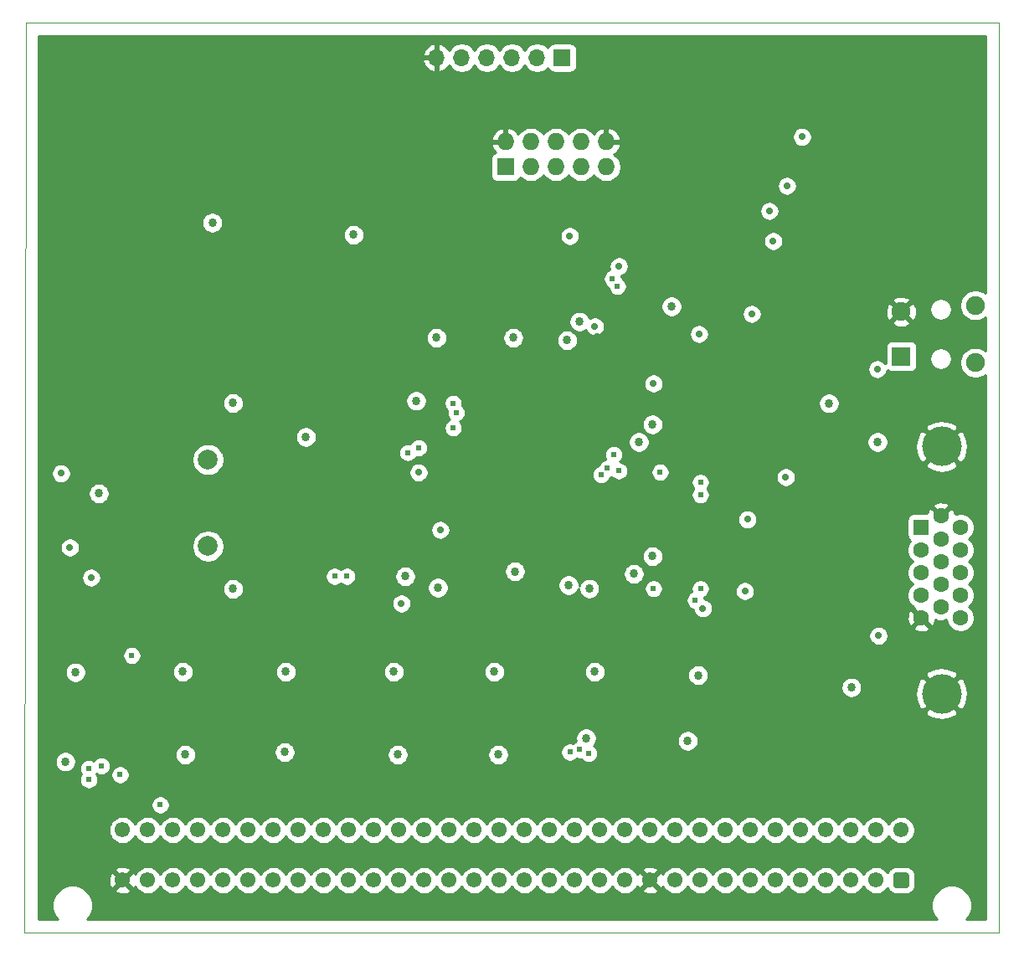
<source format=gbr>
G04 #@! TF.GenerationSoftware,KiCad,Pcbnew,5.1.5+dfsg1-2build2*
G04 #@! TF.CreationDate,2021-07-06T13:38:07+01:00*
G04 #@! TF.ProjectId,Video+Sound,56696465-6f2b-4536-9f75-6e642e6b6963,rev?*
G04 #@! TF.SameCoordinates,Original*
G04 #@! TF.FileFunction,Copper,L3,Inr*
G04 #@! TF.FilePolarity,Positive*
%FSLAX46Y46*%
G04 Gerber Fmt 4.6, Leading zero omitted, Abs format (unit mm)*
G04 Created by KiCad (PCBNEW 5.1.5+dfsg1-2build2) date 2021-07-06 13:38:07*
%MOMM*%
%LPD*%
G04 APERTURE LIST*
%ADD10C,0.050000*%
%ADD11O,1.700000X1.700000*%
%ADD12R,1.700000X1.700000*%
%ADD13C,1.900000*%
%ADD14R,1.900000X1.900000*%
%ADD15C,2.000000*%
%ADD16O,1.727200X1.727200*%
%ADD17R,1.727200X1.727200*%
%ADD18R,1.600000X1.600000*%
%ADD19C,1.600000*%
%ADD20C,4.000000*%
%ADD21C,1.550000*%
%ADD22C,0.100000*%
%ADD23C,0.711200*%
%ADD24C,0.863600*%
%ADD25C,0.609600*%
%ADD26C,0.254000*%
G04 APERTURE END LIST*
D10*
X74041000Y-63500000D02*
X73914000Y-155575000D01*
X172466000Y-63500000D02*
X74041000Y-63500000D01*
X172466000Y-155575000D02*
X172466000Y-63500000D01*
X73914000Y-155575000D02*
X172466000Y-155575000D01*
D11*
X115570000Y-67056000D03*
X118110000Y-67056000D03*
X120650000Y-67056000D03*
X123190000Y-67056000D03*
X125730000Y-67056000D03*
D12*
X128270000Y-67056000D03*
D13*
X170053000Y-97896000D03*
X170053000Y-92096000D03*
D14*
X162553000Y-97246000D03*
D13*
X162553000Y-92746000D03*
D15*
X92456000Y-107696000D03*
X92456000Y-116459000D03*
D16*
X132715000Y-75565000D03*
X132715000Y-78105000D03*
X130175000Y-75565000D03*
X130175000Y-78105000D03*
X127635000Y-75565000D03*
X127635000Y-78105000D03*
X125095000Y-75565000D03*
X125095000Y-78105000D03*
X122555000Y-75565000D03*
D17*
X122555000Y-78105000D03*
D18*
X164592000Y-114554000D03*
D19*
X164592000Y-116844000D03*
X164592000Y-119134000D03*
X164592000Y-121424000D03*
X164592000Y-123714000D03*
X166572000Y-113409000D03*
X166572000Y-115699000D03*
X166572000Y-117989000D03*
X166572000Y-120279000D03*
X166572000Y-122569000D03*
X168552000Y-114554000D03*
X168552000Y-116844000D03*
X168552000Y-119134000D03*
X168552000Y-121424000D03*
X168552000Y-123714000D03*
D20*
X166642000Y-131369000D03*
X166642000Y-106369000D03*
D21*
X83820000Y-145161000D03*
X86360000Y-145161000D03*
X88900000Y-145161000D03*
X91440000Y-145161000D03*
X93980000Y-145161000D03*
X96520000Y-145161000D03*
X99060000Y-145161000D03*
X101600000Y-145161000D03*
X104140000Y-145161000D03*
X106680000Y-145161000D03*
X109220000Y-145161000D03*
X111760000Y-145161000D03*
X114300000Y-145161000D03*
X116840000Y-145161000D03*
X119380000Y-145161000D03*
X121920000Y-145161000D03*
X124460000Y-145161000D03*
X127000000Y-145161000D03*
X129540000Y-145161000D03*
X132080000Y-145161000D03*
X134620000Y-145161000D03*
X137160000Y-145161000D03*
X139700000Y-145161000D03*
X142240000Y-145161000D03*
X144780000Y-145161000D03*
X147320000Y-145161000D03*
X149860000Y-145161000D03*
X152400000Y-145161000D03*
X154940000Y-145161000D03*
X157480000Y-145161000D03*
X160020000Y-145161000D03*
X162560000Y-145161000D03*
X83820000Y-150241000D03*
X86360000Y-150241000D03*
X88900000Y-150241000D03*
X91440000Y-150241000D03*
X93980000Y-150241000D03*
X96520000Y-150241000D03*
X99060000Y-150241000D03*
X101600000Y-150241000D03*
X104140000Y-150241000D03*
X106680000Y-150241000D03*
X109220000Y-150241000D03*
X111760000Y-150241000D03*
X114300000Y-150241000D03*
X116840000Y-150241000D03*
X119380000Y-150241000D03*
X121920000Y-150241000D03*
X124460000Y-150241000D03*
X127000000Y-150241000D03*
X129540000Y-150241000D03*
X132080000Y-150241000D03*
X134620000Y-150241000D03*
X137160000Y-150241000D03*
X139700000Y-150241000D03*
X142240000Y-150241000D03*
X144780000Y-150241000D03*
X147320000Y-150241000D03*
X149860000Y-150241000D03*
X152400000Y-150241000D03*
X154940000Y-150241000D03*
X157480000Y-150241000D03*
X160020000Y-150241000D03*
G04 #@! TA.AperFunction,ViaPad*
D22*
G36*
X163109505Y-149467204D02*
G01*
X163133773Y-149470804D01*
X163157572Y-149476765D01*
X163180671Y-149485030D01*
X163202850Y-149495520D01*
X163223893Y-149508132D01*
X163243599Y-149522747D01*
X163261777Y-149539223D01*
X163278253Y-149557401D01*
X163292868Y-149577107D01*
X163305480Y-149598150D01*
X163315970Y-149620329D01*
X163324235Y-149643428D01*
X163330196Y-149667227D01*
X163333796Y-149691495D01*
X163335000Y-149715999D01*
X163335000Y-150766001D01*
X163333796Y-150790505D01*
X163330196Y-150814773D01*
X163324235Y-150838572D01*
X163315970Y-150861671D01*
X163305480Y-150883850D01*
X163292868Y-150904893D01*
X163278253Y-150924599D01*
X163261777Y-150942777D01*
X163243599Y-150959253D01*
X163223893Y-150973868D01*
X163202850Y-150986480D01*
X163180671Y-150996970D01*
X163157572Y-151005235D01*
X163133773Y-151011196D01*
X163109505Y-151014796D01*
X163085001Y-151016000D01*
X162034999Y-151016000D01*
X162010495Y-151014796D01*
X161986227Y-151011196D01*
X161962428Y-151005235D01*
X161939329Y-150996970D01*
X161917150Y-150986480D01*
X161896107Y-150973868D01*
X161876401Y-150959253D01*
X161858223Y-150942777D01*
X161841747Y-150924599D01*
X161827132Y-150904893D01*
X161814520Y-150883850D01*
X161804030Y-150861671D01*
X161795765Y-150838572D01*
X161789804Y-150814773D01*
X161786204Y-150790505D01*
X161785000Y-150766001D01*
X161785000Y-149715999D01*
X161786204Y-149691495D01*
X161789804Y-149667227D01*
X161795765Y-149643428D01*
X161804030Y-149620329D01*
X161814520Y-149598150D01*
X161827132Y-149577107D01*
X161841747Y-149557401D01*
X161858223Y-149539223D01*
X161876401Y-149522747D01*
X161896107Y-149508132D01*
X161917150Y-149495520D01*
X161939329Y-149485030D01*
X161962428Y-149476765D01*
X161986227Y-149470804D01*
X162010495Y-149467204D01*
X162034999Y-149466000D01*
X163085001Y-149466000D01*
X163109505Y-149467204D01*
G37*
G04 #@! TD.AperFunction*
D23*
X146750000Y-121000000D03*
D24*
X107188000Y-84963000D03*
X102362000Y-105410000D03*
X131000000Y-120750000D03*
D23*
X137500000Y-100000000D03*
X113750000Y-109000000D03*
D24*
X130000000Y-93750000D03*
D23*
X129032000Y-85090000D03*
D24*
X155250000Y-102000000D03*
X92887800Y-83743800D03*
D25*
X117552500Y-102947500D03*
D24*
X142000000Y-129500000D03*
D23*
X142500000Y-122750000D03*
D24*
X115570000Y-95377000D03*
X81407000Y-111125000D03*
D23*
X115951000Y-114808000D03*
D24*
X136017000Y-105918000D03*
X115697000Y-120650000D03*
X131572000Y-129159000D03*
D23*
X134000000Y-88138000D03*
X149606000Y-85598000D03*
D24*
X123317000Y-95377000D03*
X111252000Y-129159000D03*
X121412000Y-129159000D03*
X89916000Y-129159000D03*
X79057500Y-129222500D03*
D23*
X147447000Y-92964000D03*
D24*
X135509000Y-119253000D03*
X137414000Y-117475000D03*
X100330000Y-129159000D03*
D23*
X80645000Y-119634000D03*
D24*
X90170000Y-137541000D03*
X111645000Y-137541000D03*
X121805000Y-137541000D03*
D23*
X160250000Y-125500000D03*
D24*
X100215000Y-137287000D03*
X157500000Y-130750000D03*
X130683000Y-135890000D03*
X78041500Y-138239500D03*
X140970000Y-136144000D03*
X123500000Y-119000000D03*
X113500000Y-101750000D03*
D23*
X142113000Y-94996000D03*
D24*
X139319000Y-92202000D03*
D23*
X112000000Y-122250000D03*
D24*
X112395000Y-119507000D03*
X94996000Y-120777000D03*
X128905000Y-120396000D03*
D23*
X131572000Y-94234000D03*
D24*
X137414000Y-104140000D03*
X128778000Y-95631000D03*
X94996000Y-101981000D03*
D23*
X78486000Y-116586000D03*
X77597000Y-109093000D03*
D25*
X87630000Y-142621000D03*
X129044000Y-137287000D03*
X83566000Y-139573000D03*
X81661000Y-138684000D03*
X130048000Y-137033000D03*
X80391000Y-140081000D03*
X130937000Y-137414000D03*
X80391000Y-138938000D03*
D24*
X79756000Y-104394000D03*
D23*
X117360000Y-133223000D03*
X107327000Y-137287000D03*
D25*
X79375000Y-133350000D03*
X90805000Y-133350000D03*
X100850000Y-133350000D03*
X112153000Y-133350000D03*
X122313000Y-133350000D03*
X137934000Y-134493000D03*
D23*
X137934000Y-132080000D03*
X154432000Y-122936000D03*
D25*
X157607000Y-112395000D03*
X157607000Y-114935000D03*
X157607000Y-117475000D03*
D23*
X146000000Y-124000000D03*
X152250000Y-111750000D03*
X79756000Y-67463000D03*
D25*
X124206000Y-81534000D03*
D23*
X92710000Y-80772000D03*
X153162000Y-95504000D03*
D25*
X98425000Y-113030000D03*
D23*
X107696000Y-107061000D03*
X85090000Y-137287000D03*
X97282000Y-137287000D03*
X131750000Y-95250000D03*
D25*
X139250000Y-95500000D03*
D23*
X136750000Y-94500000D03*
X115250000Y-119000000D03*
X120000000Y-119000000D03*
X112500000Y-112000000D03*
X115250000Y-98000000D03*
X135500000Y-116000000D03*
X127000000Y-120500000D03*
X113500000Y-99250000D03*
X137500000Y-102750000D03*
X115000000Y-94000000D03*
X118500000Y-94000000D03*
X137500000Y-114750000D03*
X139250000Y-109500000D03*
X147898000Y-106750000D03*
X150104000Y-111750000D03*
X122250000Y-93750000D03*
X152500000Y-107034000D03*
X107188000Y-82423000D03*
X127889000Y-133350000D03*
D24*
X78613000Y-113030000D03*
D23*
X97790000Y-130429000D03*
X86487000Y-130556000D03*
X108077000Y-130556000D03*
D25*
X148971000Y-134747000D03*
D23*
X152400000Y-85598000D03*
X150876000Y-78105000D03*
X166878000Y-81280000D03*
D25*
X148844000Y-132080000D03*
D23*
X168910000Y-87376000D03*
X147955000Y-79883000D03*
X152273000Y-92202000D03*
X148336000Y-85090000D03*
X149600000Y-74682000D03*
D25*
X133350000Y-89408000D03*
X133858000Y-90170000D03*
X133477000Y-107188000D03*
X132842000Y-108585000D03*
X132207000Y-109220000D03*
X133985000Y-108839000D03*
X142250000Y-120750000D03*
X142250000Y-111250000D03*
X84750000Y-127500000D03*
X137500000Y-120750000D03*
X113750000Y-106500000D03*
X105250000Y-119500000D03*
X141732000Y-121920000D03*
X142250000Y-110000000D03*
D23*
X147000000Y-113750000D03*
X150876000Y-109474000D03*
D24*
X160150000Y-105915000D03*
D23*
X151003000Y-80010000D03*
X152527000Y-75057000D03*
X160147000Y-98552000D03*
D25*
X117250000Y-102000000D03*
X138176000Y-108966000D03*
X117250000Y-104500000D03*
X106500000Y-119500000D03*
X112649000Y-107000000D03*
D23*
X149225000Y-82550000D03*
D26*
G36*
X171069000Y-90870471D02*
G01*
X171063379Y-90864850D01*
X170803779Y-90691391D01*
X170515327Y-90571911D01*
X170209109Y-90511000D01*
X169896891Y-90511000D01*
X169590673Y-90571911D01*
X169302221Y-90691391D01*
X169042621Y-90864850D01*
X168821850Y-91085621D01*
X168648391Y-91345221D01*
X168528911Y-91633673D01*
X168468000Y-91939891D01*
X168468000Y-92252109D01*
X168528911Y-92558327D01*
X168648391Y-92846779D01*
X168821850Y-93106379D01*
X169042621Y-93327150D01*
X169302221Y-93500609D01*
X169590673Y-93620089D01*
X169896891Y-93681000D01*
X170209109Y-93681000D01*
X170515327Y-93620089D01*
X170803779Y-93500609D01*
X171063379Y-93327150D01*
X171069000Y-93321529D01*
X171069000Y-96670471D01*
X171063379Y-96664850D01*
X170803779Y-96491391D01*
X170515327Y-96371911D01*
X170209109Y-96311000D01*
X169896891Y-96311000D01*
X169590673Y-96371911D01*
X169302221Y-96491391D01*
X169042621Y-96664850D01*
X168821850Y-96885621D01*
X168648391Y-97145221D01*
X168528911Y-97433673D01*
X168468000Y-97739891D01*
X168468000Y-98052109D01*
X168528911Y-98358327D01*
X168648391Y-98646779D01*
X168821850Y-98906379D01*
X169042621Y-99127150D01*
X169302221Y-99300609D01*
X169590673Y-99420089D01*
X169896891Y-99481000D01*
X170209109Y-99481000D01*
X170515327Y-99420089D01*
X170803779Y-99300609D01*
X171063379Y-99127150D01*
X171069000Y-99121529D01*
X171069000Y-154178000D01*
X169156279Y-154178000D01*
X169240106Y-154094173D01*
X169465548Y-153756776D01*
X169620835Y-153381880D01*
X169700000Y-152983892D01*
X169700000Y-152578108D01*
X169620835Y-152180120D01*
X169465548Y-151805224D01*
X169240106Y-151467827D01*
X168953173Y-151180894D01*
X168615776Y-150955452D01*
X168240880Y-150800165D01*
X167842892Y-150721000D01*
X167437108Y-150721000D01*
X167039120Y-150800165D01*
X166664224Y-150955452D01*
X166326827Y-151180894D01*
X166039894Y-151467827D01*
X165814452Y-151805224D01*
X165659165Y-152180120D01*
X165580000Y-152578108D01*
X165580000Y-152983892D01*
X165659165Y-153381880D01*
X165814452Y-153756776D01*
X166039894Y-154094173D01*
X166123721Y-154178000D01*
X80256279Y-154178000D01*
X80340106Y-154094173D01*
X80565548Y-153756776D01*
X80720835Y-153381880D01*
X80800000Y-152983892D01*
X80800000Y-152578108D01*
X80720835Y-152180120D01*
X80565548Y-151805224D01*
X80340106Y-151467827D01*
X80088128Y-151215849D01*
X83024756Y-151215849D01*
X83093310Y-151457268D01*
X83344556Y-151575668D01*
X83614071Y-151642778D01*
X83891502Y-151656018D01*
X84166184Y-151614879D01*
X84427562Y-151520943D01*
X84546690Y-151457268D01*
X84615244Y-151215849D01*
X83820000Y-150420605D01*
X83024756Y-151215849D01*
X80088128Y-151215849D01*
X80053173Y-151180894D01*
X79715776Y-150955452D01*
X79340880Y-150800165D01*
X78942892Y-150721000D01*
X78537108Y-150721000D01*
X78139120Y-150800165D01*
X77764224Y-150955452D01*
X77426827Y-151180894D01*
X77139894Y-151467827D01*
X76914452Y-151805224D01*
X76759165Y-152180120D01*
X76680000Y-152578108D01*
X76680000Y-152983892D01*
X76759165Y-153381880D01*
X76914452Y-153756776D01*
X77139894Y-154094173D01*
X77223721Y-154178000D01*
X75311000Y-154178000D01*
X75311000Y-150312502D01*
X82404982Y-150312502D01*
X82446121Y-150587184D01*
X82540057Y-150848562D01*
X82603732Y-150967690D01*
X82845151Y-151036244D01*
X83640395Y-150241000D01*
X83999605Y-150241000D01*
X84794849Y-151036244D01*
X85036268Y-150967690D01*
X85088725Y-150856376D01*
X85110475Y-150908885D01*
X85264782Y-151139822D01*
X85461178Y-151336218D01*
X85692115Y-151490525D01*
X85948718Y-151596814D01*
X86221127Y-151651000D01*
X86498873Y-151651000D01*
X86771282Y-151596814D01*
X87027885Y-151490525D01*
X87258822Y-151336218D01*
X87455218Y-151139822D01*
X87609525Y-150908885D01*
X87630000Y-150859454D01*
X87650475Y-150908885D01*
X87804782Y-151139822D01*
X88001178Y-151336218D01*
X88232115Y-151490525D01*
X88488718Y-151596814D01*
X88761127Y-151651000D01*
X89038873Y-151651000D01*
X89311282Y-151596814D01*
X89567885Y-151490525D01*
X89798822Y-151336218D01*
X89995218Y-151139822D01*
X90149525Y-150908885D01*
X90170000Y-150859454D01*
X90190475Y-150908885D01*
X90344782Y-151139822D01*
X90541178Y-151336218D01*
X90772115Y-151490525D01*
X91028718Y-151596814D01*
X91301127Y-151651000D01*
X91578873Y-151651000D01*
X91851282Y-151596814D01*
X92107885Y-151490525D01*
X92338822Y-151336218D01*
X92535218Y-151139822D01*
X92689525Y-150908885D01*
X92710000Y-150859454D01*
X92730475Y-150908885D01*
X92884782Y-151139822D01*
X93081178Y-151336218D01*
X93312115Y-151490525D01*
X93568718Y-151596814D01*
X93841127Y-151651000D01*
X94118873Y-151651000D01*
X94391282Y-151596814D01*
X94647885Y-151490525D01*
X94878822Y-151336218D01*
X95075218Y-151139822D01*
X95229525Y-150908885D01*
X95250000Y-150859454D01*
X95270475Y-150908885D01*
X95424782Y-151139822D01*
X95621178Y-151336218D01*
X95852115Y-151490525D01*
X96108718Y-151596814D01*
X96381127Y-151651000D01*
X96658873Y-151651000D01*
X96931282Y-151596814D01*
X97187885Y-151490525D01*
X97418822Y-151336218D01*
X97615218Y-151139822D01*
X97769525Y-150908885D01*
X97790000Y-150859454D01*
X97810475Y-150908885D01*
X97964782Y-151139822D01*
X98161178Y-151336218D01*
X98392115Y-151490525D01*
X98648718Y-151596814D01*
X98921127Y-151651000D01*
X99198873Y-151651000D01*
X99471282Y-151596814D01*
X99727885Y-151490525D01*
X99958822Y-151336218D01*
X100155218Y-151139822D01*
X100309525Y-150908885D01*
X100330000Y-150859454D01*
X100350475Y-150908885D01*
X100504782Y-151139822D01*
X100701178Y-151336218D01*
X100932115Y-151490525D01*
X101188718Y-151596814D01*
X101461127Y-151651000D01*
X101738873Y-151651000D01*
X102011282Y-151596814D01*
X102267885Y-151490525D01*
X102498822Y-151336218D01*
X102695218Y-151139822D01*
X102849525Y-150908885D01*
X102870000Y-150859454D01*
X102890475Y-150908885D01*
X103044782Y-151139822D01*
X103241178Y-151336218D01*
X103472115Y-151490525D01*
X103728718Y-151596814D01*
X104001127Y-151651000D01*
X104278873Y-151651000D01*
X104551282Y-151596814D01*
X104807885Y-151490525D01*
X105038822Y-151336218D01*
X105235218Y-151139822D01*
X105389525Y-150908885D01*
X105410000Y-150859454D01*
X105430475Y-150908885D01*
X105584782Y-151139822D01*
X105781178Y-151336218D01*
X106012115Y-151490525D01*
X106268718Y-151596814D01*
X106541127Y-151651000D01*
X106818873Y-151651000D01*
X107091282Y-151596814D01*
X107347885Y-151490525D01*
X107578822Y-151336218D01*
X107775218Y-151139822D01*
X107929525Y-150908885D01*
X107950000Y-150859454D01*
X107970475Y-150908885D01*
X108124782Y-151139822D01*
X108321178Y-151336218D01*
X108552115Y-151490525D01*
X108808718Y-151596814D01*
X109081127Y-151651000D01*
X109358873Y-151651000D01*
X109631282Y-151596814D01*
X109887885Y-151490525D01*
X110118822Y-151336218D01*
X110315218Y-151139822D01*
X110469525Y-150908885D01*
X110490000Y-150859454D01*
X110510475Y-150908885D01*
X110664782Y-151139822D01*
X110861178Y-151336218D01*
X111092115Y-151490525D01*
X111348718Y-151596814D01*
X111621127Y-151651000D01*
X111898873Y-151651000D01*
X112171282Y-151596814D01*
X112427885Y-151490525D01*
X112658822Y-151336218D01*
X112855218Y-151139822D01*
X113009525Y-150908885D01*
X113030000Y-150859454D01*
X113050475Y-150908885D01*
X113204782Y-151139822D01*
X113401178Y-151336218D01*
X113632115Y-151490525D01*
X113888718Y-151596814D01*
X114161127Y-151651000D01*
X114438873Y-151651000D01*
X114711282Y-151596814D01*
X114967885Y-151490525D01*
X115198822Y-151336218D01*
X115395218Y-151139822D01*
X115549525Y-150908885D01*
X115570000Y-150859454D01*
X115590475Y-150908885D01*
X115744782Y-151139822D01*
X115941178Y-151336218D01*
X116172115Y-151490525D01*
X116428718Y-151596814D01*
X116701127Y-151651000D01*
X116978873Y-151651000D01*
X117251282Y-151596814D01*
X117507885Y-151490525D01*
X117738822Y-151336218D01*
X117935218Y-151139822D01*
X118089525Y-150908885D01*
X118110000Y-150859454D01*
X118130475Y-150908885D01*
X118284782Y-151139822D01*
X118481178Y-151336218D01*
X118712115Y-151490525D01*
X118968718Y-151596814D01*
X119241127Y-151651000D01*
X119518873Y-151651000D01*
X119791282Y-151596814D01*
X120047885Y-151490525D01*
X120278822Y-151336218D01*
X120475218Y-151139822D01*
X120629525Y-150908885D01*
X120650000Y-150859454D01*
X120670475Y-150908885D01*
X120824782Y-151139822D01*
X121021178Y-151336218D01*
X121252115Y-151490525D01*
X121508718Y-151596814D01*
X121781127Y-151651000D01*
X122058873Y-151651000D01*
X122331282Y-151596814D01*
X122587885Y-151490525D01*
X122818822Y-151336218D01*
X123015218Y-151139822D01*
X123169525Y-150908885D01*
X123190000Y-150859454D01*
X123210475Y-150908885D01*
X123364782Y-151139822D01*
X123561178Y-151336218D01*
X123792115Y-151490525D01*
X124048718Y-151596814D01*
X124321127Y-151651000D01*
X124598873Y-151651000D01*
X124871282Y-151596814D01*
X125127885Y-151490525D01*
X125358822Y-151336218D01*
X125555218Y-151139822D01*
X125709525Y-150908885D01*
X125730000Y-150859454D01*
X125750475Y-150908885D01*
X125904782Y-151139822D01*
X126101178Y-151336218D01*
X126332115Y-151490525D01*
X126588718Y-151596814D01*
X126861127Y-151651000D01*
X127138873Y-151651000D01*
X127411282Y-151596814D01*
X127667885Y-151490525D01*
X127898822Y-151336218D01*
X128095218Y-151139822D01*
X128249525Y-150908885D01*
X128270000Y-150859454D01*
X128290475Y-150908885D01*
X128444782Y-151139822D01*
X128641178Y-151336218D01*
X128872115Y-151490525D01*
X129128718Y-151596814D01*
X129401127Y-151651000D01*
X129678873Y-151651000D01*
X129951282Y-151596814D01*
X130207885Y-151490525D01*
X130438822Y-151336218D01*
X130635218Y-151139822D01*
X130789525Y-150908885D01*
X130810000Y-150859454D01*
X130830475Y-150908885D01*
X130984782Y-151139822D01*
X131181178Y-151336218D01*
X131412115Y-151490525D01*
X131668718Y-151596814D01*
X131941127Y-151651000D01*
X132218873Y-151651000D01*
X132491282Y-151596814D01*
X132747885Y-151490525D01*
X132978822Y-151336218D01*
X133175218Y-151139822D01*
X133329525Y-150908885D01*
X133350000Y-150859454D01*
X133370475Y-150908885D01*
X133524782Y-151139822D01*
X133721178Y-151336218D01*
X133952115Y-151490525D01*
X134208718Y-151596814D01*
X134481127Y-151651000D01*
X134758873Y-151651000D01*
X135031282Y-151596814D01*
X135287885Y-151490525D01*
X135518822Y-151336218D01*
X135639191Y-151215849D01*
X136364756Y-151215849D01*
X136433310Y-151457268D01*
X136684556Y-151575668D01*
X136954071Y-151642778D01*
X137231502Y-151656018D01*
X137506184Y-151614879D01*
X137767562Y-151520943D01*
X137886690Y-151457268D01*
X137955244Y-151215849D01*
X137160000Y-150420605D01*
X136364756Y-151215849D01*
X135639191Y-151215849D01*
X135715218Y-151139822D01*
X135869525Y-150908885D01*
X135888201Y-150863798D01*
X135943732Y-150967690D01*
X136185151Y-151036244D01*
X136980395Y-150241000D01*
X137339605Y-150241000D01*
X138134849Y-151036244D01*
X138376268Y-150967690D01*
X138428725Y-150856376D01*
X138450475Y-150908885D01*
X138604782Y-151139822D01*
X138801178Y-151336218D01*
X139032115Y-151490525D01*
X139288718Y-151596814D01*
X139561127Y-151651000D01*
X139838873Y-151651000D01*
X140111282Y-151596814D01*
X140367885Y-151490525D01*
X140598822Y-151336218D01*
X140795218Y-151139822D01*
X140949525Y-150908885D01*
X140970000Y-150859454D01*
X140990475Y-150908885D01*
X141144782Y-151139822D01*
X141341178Y-151336218D01*
X141572115Y-151490525D01*
X141828718Y-151596814D01*
X142101127Y-151651000D01*
X142378873Y-151651000D01*
X142651282Y-151596814D01*
X142907885Y-151490525D01*
X143138822Y-151336218D01*
X143335218Y-151139822D01*
X143489525Y-150908885D01*
X143510000Y-150859454D01*
X143530475Y-150908885D01*
X143684782Y-151139822D01*
X143881178Y-151336218D01*
X144112115Y-151490525D01*
X144368718Y-151596814D01*
X144641127Y-151651000D01*
X144918873Y-151651000D01*
X145191282Y-151596814D01*
X145447885Y-151490525D01*
X145678822Y-151336218D01*
X145875218Y-151139822D01*
X146029525Y-150908885D01*
X146050000Y-150859454D01*
X146070475Y-150908885D01*
X146224782Y-151139822D01*
X146421178Y-151336218D01*
X146652115Y-151490525D01*
X146908718Y-151596814D01*
X147181127Y-151651000D01*
X147458873Y-151651000D01*
X147731282Y-151596814D01*
X147987885Y-151490525D01*
X148218822Y-151336218D01*
X148415218Y-151139822D01*
X148569525Y-150908885D01*
X148590000Y-150859454D01*
X148610475Y-150908885D01*
X148764782Y-151139822D01*
X148961178Y-151336218D01*
X149192115Y-151490525D01*
X149448718Y-151596814D01*
X149721127Y-151651000D01*
X149998873Y-151651000D01*
X150271282Y-151596814D01*
X150527885Y-151490525D01*
X150758822Y-151336218D01*
X150955218Y-151139822D01*
X151109525Y-150908885D01*
X151130000Y-150859454D01*
X151150475Y-150908885D01*
X151304782Y-151139822D01*
X151501178Y-151336218D01*
X151732115Y-151490525D01*
X151988718Y-151596814D01*
X152261127Y-151651000D01*
X152538873Y-151651000D01*
X152811282Y-151596814D01*
X153067885Y-151490525D01*
X153298822Y-151336218D01*
X153495218Y-151139822D01*
X153649525Y-150908885D01*
X153670000Y-150859454D01*
X153690475Y-150908885D01*
X153844782Y-151139822D01*
X154041178Y-151336218D01*
X154272115Y-151490525D01*
X154528718Y-151596814D01*
X154801127Y-151651000D01*
X155078873Y-151651000D01*
X155351282Y-151596814D01*
X155607885Y-151490525D01*
X155838822Y-151336218D01*
X156035218Y-151139822D01*
X156189525Y-150908885D01*
X156210000Y-150859454D01*
X156230475Y-150908885D01*
X156384782Y-151139822D01*
X156581178Y-151336218D01*
X156812115Y-151490525D01*
X157068718Y-151596814D01*
X157341127Y-151651000D01*
X157618873Y-151651000D01*
X157891282Y-151596814D01*
X158147885Y-151490525D01*
X158378822Y-151336218D01*
X158575218Y-151139822D01*
X158729525Y-150908885D01*
X158750000Y-150859454D01*
X158770475Y-150908885D01*
X158924782Y-151139822D01*
X159121178Y-151336218D01*
X159352115Y-151490525D01*
X159608718Y-151596814D01*
X159881127Y-151651000D01*
X160158873Y-151651000D01*
X160431282Y-151596814D01*
X160687885Y-151490525D01*
X160918822Y-151336218D01*
X161115218Y-151139822D01*
X161190607Y-151026994D01*
X161214528Y-151105851D01*
X161296595Y-151259387D01*
X161407038Y-151393962D01*
X161541613Y-151504405D01*
X161695149Y-151586472D01*
X161861745Y-151637008D01*
X162034999Y-151654072D01*
X163085001Y-151654072D01*
X163258255Y-151637008D01*
X163424851Y-151586472D01*
X163578387Y-151504405D01*
X163712962Y-151393962D01*
X163823405Y-151259387D01*
X163905472Y-151105851D01*
X163956008Y-150939255D01*
X163973072Y-150766001D01*
X163973072Y-149715999D01*
X163956008Y-149542745D01*
X163905472Y-149376149D01*
X163823405Y-149222613D01*
X163712962Y-149088038D01*
X163578387Y-148977595D01*
X163424851Y-148895528D01*
X163258255Y-148844992D01*
X163085001Y-148827928D01*
X162034999Y-148827928D01*
X161861745Y-148844992D01*
X161695149Y-148895528D01*
X161541613Y-148977595D01*
X161407038Y-149088038D01*
X161296595Y-149222613D01*
X161214528Y-149376149D01*
X161190607Y-149455006D01*
X161115218Y-149342178D01*
X160918822Y-149145782D01*
X160687885Y-148991475D01*
X160431282Y-148885186D01*
X160158873Y-148831000D01*
X159881127Y-148831000D01*
X159608718Y-148885186D01*
X159352115Y-148991475D01*
X159121178Y-149145782D01*
X158924782Y-149342178D01*
X158770475Y-149573115D01*
X158750000Y-149622546D01*
X158729525Y-149573115D01*
X158575218Y-149342178D01*
X158378822Y-149145782D01*
X158147885Y-148991475D01*
X157891282Y-148885186D01*
X157618873Y-148831000D01*
X157341127Y-148831000D01*
X157068718Y-148885186D01*
X156812115Y-148991475D01*
X156581178Y-149145782D01*
X156384782Y-149342178D01*
X156230475Y-149573115D01*
X156210000Y-149622546D01*
X156189525Y-149573115D01*
X156035218Y-149342178D01*
X155838822Y-149145782D01*
X155607885Y-148991475D01*
X155351282Y-148885186D01*
X155078873Y-148831000D01*
X154801127Y-148831000D01*
X154528718Y-148885186D01*
X154272115Y-148991475D01*
X154041178Y-149145782D01*
X153844782Y-149342178D01*
X153690475Y-149573115D01*
X153670000Y-149622546D01*
X153649525Y-149573115D01*
X153495218Y-149342178D01*
X153298822Y-149145782D01*
X153067885Y-148991475D01*
X152811282Y-148885186D01*
X152538873Y-148831000D01*
X152261127Y-148831000D01*
X151988718Y-148885186D01*
X151732115Y-148991475D01*
X151501178Y-149145782D01*
X151304782Y-149342178D01*
X151150475Y-149573115D01*
X151130000Y-149622546D01*
X151109525Y-149573115D01*
X150955218Y-149342178D01*
X150758822Y-149145782D01*
X150527885Y-148991475D01*
X150271282Y-148885186D01*
X149998873Y-148831000D01*
X149721127Y-148831000D01*
X149448718Y-148885186D01*
X149192115Y-148991475D01*
X148961178Y-149145782D01*
X148764782Y-149342178D01*
X148610475Y-149573115D01*
X148590000Y-149622546D01*
X148569525Y-149573115D01*
X148415218Y-149342178D01*
X148218822Y-149145782D01*
X147987885Y-148991475D01*
X147731282Y-148885186D01*
X147458873Y-148831000D01*
X147181127Y-148831000D01*
X146908718Y-148885186D01*
X146652115Y-148991475D01*
X146421178Y-149145782D01*
X146224782Y-149342178D01*
X146070475Y-149573115D01*
X146050000Y-149622546D01*
X146029525Y-149573115D01*
X145875218Y-149342178D01*
X145678822Y-149145782D01*
X145447885Y-148991475D01*
X145191282Y-148885186D01*
X144918873Y-148831000D01*
X144641127Y-148831000D01*
X144368718Y-148885186D01*
X144112115Y-148991475D01*
X143881178Y-149145782D01*
X143684782Y-149342178D01*
X143530475Y-149573115D01*
X143510000Y-149622546D01*
X143489525Y-149573115D01*
X143335218Y-149342178D01*
X143138822Y-149145782D01*
X142907885Y-148991475D01*
X142651282Y-148885186D01*
X142378873Y-148831000D01*
X142101127Y-148831000D01*
X141828718Y-148885186D01*
X141572115Y-148991475D01*
X141341178Y-149145782D01*
X141144782Y-149342178D01*
X140990475Y-149573115D01*
X140970000Y-149622546D01*
X140949525Y-149573115D01*
X140795218Y-149342178D01*
X140598822Y-149145782D01*
X140367885Y-148991475D01*
X140111282Y-148885186D01*
X139838873Y-148831000D01*
X139561127Y-148831000D01*
X139288718Y-148885186D01*
X139032115Y-148991475D01*
X138801178Y-149145782D01*
X138604782Y-149342178D01*
X138450475Y-149573115D01*
X138431799Y-149618202D01*
X138376268Y-149514310D01*
X138134849Y-149445756D01*
X137339605Y-150241000D01*
X136980395Y-150241000D01*
X136185151Y-149445756D01*
X135943732Y-149514310D01*
X135891275Y-149625624D01*
X135869525Y-149573115D01*
X135715218Y-149342178D01*
X135639191Y-149266151D01*
X136364756Y-149266151D01*
X137160000Y-150061395D01*
X137955244Y-149266151D01*
X137886690Y-149024732D01*
X137635444Y-148906332D01*
X137365929Y-148839222D01*
X137088498Y-148825982D01*
X136813816Y-148867121D01*
X136552438Y-148961057D01*
X136433310Y-149024732D01*
X136364756Y-149266151D01*
X135639191Y-149266151D01*
X135518822Y-149145782D01*
X135287885Y-148991475D01*
X135031282Y-148885186D01*
X134758873Y-148831000D01*
X134481127Y-148831000D01*
X134208718Y-148885186D01*
X133952115Y-148991475D01*
X133721178Y-149145782D01*
X133524782Y-149342178D01*
X133370475Y-149573115D01*
X133350000Y-149622546D01*
X133329525Y-149573115D01*
X133175218Y-149342178D01*
X132978822Y-149145782D01*
X132747885Y-148991475D01*
X132491282Y-148885186D01*
X132218873Y-148831000D01*
X131941127Y-148831000D01*
X131668718Y-148885186D01*
X131412115Y-148991475D01*
X131181178Y-149145782D01*
X130984782Y-149342178D01*
X130830475Y-149573115D01*
X130810000Y-149622546D01*
X130789525Y-149573115D01*
X130635218Y-149342178D01*
X130438822Y-149145782D01*
X130207885Y-148991475D01*
X129951282Y-148885186D01*
X129678873Y-148831000D01*
X129401127Y-148831000D01*
X129128718Y-148885186D01*
X128872115Y-148991475D01*
X128641178Y-149145782D01*
X128444782Y-149342178D01*
X128290475Y-149573115D01*
X128270000Y-149622546D01*
X128249525Y-149573115D01*
X128095218Y-149342178D01*
X127898822Y-149145782D01*
X127667885Y-148991475D01*
X127411282Y-148885186D01*
X127138873Y-148831000D01*
X126861127Y-148831000D01*
X126588718Y-148885186D01*
X126332115Y-148991475D01*
X126101178Y-149145782D01*
X125904782Y-149342178D01*
X125750475Y-149573115D01*
X125730000Y-149622546D01*
X125709525Y-149573115D01*
X125555218Y-149342178D01*
X125358822Y-149145782D01*
X125127885Y-148991475D01*
X124871282Y-148885186D01*
X124598873Y-148831000D01*
X124321127Y-148831000D01*
X124048718Y-148885186D01*
X123792115Y-148991475D01*
X123561178Y-149145782D01*
X123364782Y-149342178D01*
X123210475Y-149573115D01*
X123190000Y-149622546D01*
X123169525Y-149573115D01*
X123015218Y-149342178D01*
X122818822Y-149145782D01*
X122587885Y-148991475D01*
X122331282Y-148885186D01*
X122058873Y-148831000D01*
X121781127Y-148831000D01*
X121508718Y-148885186D01*
X121252115Y-148991475D01*
X121021178Y-149145782D01*
X120824782Y-149342178D01*
X120670475Y-149573115D01*
X120650000Y-149622546D01*
X120629525Y-149573115D01*
X120475218Y-149342178D01*
X120278822Y-149145782D01*
X120047885Y-148991475D01*
X119791282Y-148885186D01*
X119518873Y-148831000D01*
X119241127Y-148831000D01*
X118968718Y-148885186D01*
X118712115Y-148991475D01*
X118481178Y-149145782D01*
X118284782Y-149342178D01*
X118130475Y-149573115D01*
X118110000Y-149622546D01*
X118089525Y-149573115D01*
X117935218Y-149342178D01*
X117738822Y-149145782D01*
X117507885Y-148991475D01*
X117251282Y-148885186D01*
X116978873Y-148831000D01*
X116701127Y-148831000D01*
X116428718Y-148885186D01*
X116172115Y-148991475D01*
X115941178Y-149145782D01*
X115744782Y-149342178D01*
X115590475Y-149573115D01*
X115570000Y-149622546D01*
X115549525Y-149573115D01*
X115395218Y-149342178D01*
X115198822Y-149145782D01*
X114967885Y-148991475D01*
X114711282Y-148885186D01*
X114438873Y-148831000D01*
X114161127Y-148831000D01*
X113888718Y-148885186D01*
X113632115Y-148991475D01*
X113401178Y-149145782D01*
X113204782Y-149342178D01*
X113050475Y-149573115D01*
X113030000Y-149622546D01*
X113009525Y-149573115D01*
X112855218Y-149342178D01*
X112658822Y-149145782D01*
X112427885Y-148991475D01*
X112171282Y-148885186D01*
X111898873Y-148831000D01*
X111621127Y-148831000D01*
X111348718Y-148885186D01*
X111092115Y-148991475D01*
X110861178Y-149145782D01*
X110664782Y-149342178D01*
X110510475Y-149573115D01*
X110490000Y-149622546D01*
X110469525Y-149573115D01*
X110315218Y-149342178D01*
X110118822Y-149145782D01*
X109887885Y-148991475D01*
X109631282Y-148885186D01*
X109358873Y-148831000D01*
X109081127Y-148831000D01*
X108808718Y-148885186D01*
X108552115Y-148991475D01*
X108321178Y-149145782D01*
X108124782Y-149342178D01*
X107970475Y-149573115D01*
X107950000Y-149622546D01*
X107929525Y-149573115D01*
X107775218Y-149342178D01*
X107578822Y-149145782D01*
X107347885Y-148991475D01*
X107091282Y-148885186D01*
X106818873Y-148831000D01*
X106541127Y-148831000D01*
X106268718Y-148885186D01*
X106012115Y-148991475D01*
X105781178Y-149145782D01*
X105584782Y-149342178D01*
X105430475Y-149573115D01*
X105410000Y-149622546D01*
X105389525Y-149573115D01*
X105235218Y-149342178D01*
X105038822Y-149145782D01*
X104807885Y-148991475D01*
X104551282Y-148885186D01*
X104278873Y-148831000D01*
X104001127Y-148831000D01*
X103728718Y-148885186D01*
X103472115Y-148991475D01*
X103241178Y-149145782D01*
X103044782Y-149342178D01*
X102890475Y-149573115D01*
X102870000Y-149622546D01*
X102849525Y-149573115D01*
X102695218Y-149342178D01*
X102498822Y-149145782D01*
X102267885Y-148991475D01*
X102011282Y-148885186D01*
X101738873Y-148831000D01*
X101461127Y-148831000D01*
X101188718Y-148885186D01*
X100932115Y-148991475D01*
X100701178Y-149145782D01*
X100504782Y-149342178D01*
X100350475Y-149573115D01*
X100330000Y-149622546D01*
X100309525Y-149573115D01*
X100155218Y-149342178D01*
X99958822Y-149145782D01*
X99727885Y-148991475D01*
X99471282Y-148885186D01*
X99198873Y-148831000D01*
X98921127Y-148831000D01*
X98648718Y-148885186D01*
X98392115Y-148991475D01*
X98161178Y-149145782D01*
X97964782Y-149342178D01*
X97810475Y-149573115D01*
X97790000Y-149622546D01*
X97769525Y-149573115D01*
X97615218Y-149342178D01*
X97418822Y-149145782D01*
X97187885Y-148991475D01*
X96931282Y-148885186D01*
X96658873Y-148831000D01*
X96381127Y-148831000D01*
X96108718Y-148885186D01*
X95852115Y-148991475D01*
X95621178Y-149145782D01*
X95424782Y-149342178D01*
X95270475Y-149573115D01*
X95250000Y-149622546D01*
X95229525Y-149573115D01*
X95075218Y-149342178D01*
X94878822Y-149145782D01*
X94647885Y-148991475D01*
X94391282Y-148885186D01*
X94118873Y-148831000D01*
X93841127Y-148831000D01*
X93568718Y-148885186D01*
X93312115Y-148991475D01*
X93081178Y-149145782D01*
X92884782Y-149342178D01*
X92730475Y-149573115D01*
X92710000Y-149622546D01*
X92689525Y-149573115D01*
X92535218Y-149342178D01*
X92338822Y-149145782D01*
X92107885Y-148991475D01*
X91851282Y-148885186D01*
X91578873Y-148831000D01*
X91301127Y-148831000D01*
X91028718Y-148885186D01*
X90772115Y-148991475D01*
X90541178Y-149145782D01*
X90344782Y-149342178D01*
X90190475Y-149573115D01*
X90170000Y-149622546D01*
X90149525Y-149573115D01*
X89995218Y-149342178D01*
X89798822Y-149145782D01*
X89567885Y-148991475D01*
X89311282Y-148885186D01*
X89038873Y-148831000D01*
X88761127Y-148831000D01*
X88488718Y-148885186D01*
X88232115Y-148991475D01*
X88001178Y-149145782D01*
X87804782Y-149342178D01*
X87650475Y-149573115D01*
X87630000Y-149622546D01*
X87609525Y-149573115D01*
X87455218Y-149342178D01*
X87258822Y-149145782D01*
X87027885Y-148991475D01*
X86771282Y-148885186D01*
X86498873Y-148831000D01*
X86221127Y-148831000D01*
X85948718Y-148885186D01*
X85692115Y-148991475D01*
X85461178Y-149145782D01*
X85264782Y-149342178D01*
X85110475Y-149573115D01*
X85091799Y-149618202D01*
X85036268Y-149514310D01*
X84794849Y-149445756D01*
X83999605Y-150241000D01*
X83640395Y-150241000D01*
X82845151Y-149445756D01*
X82603732Y-149514310D01*
X82485332Y-149765556D01*
X82418222Y-150035071D01*
X82404982Y-150312502D01*
X75311000Y-150312502D01*
X75311000Y-149266151D01*
X83024756Y-149266151D01*
X83820000Y-150061395D01*
X84615244Y-149266151D01*
X84546690Y-149024732D01*
X84295444Y-148906332D01*
X84025929Y-148839222D01*
X83748498Y-148825982D01*
X83473816Y-148867121D01*
X83212438Y-148961057D01*
X83093310Y-149024732D01*
X83024756Y-149266151D01*
X75311000Y-149266151D01*
X75311000Y-145022127D01*
X82410000Y-145022127D01*
X82410000Y-145299873D01*
X82464186Y-145572282D01*
X82570475Y-145828885D01*
X82724782Y-146059822D01*
X82921178Y-146256218D01*
X83152115Y-146410525D01*
X83408718Y-146516814D01*
X83681127Y-146571000D01*
X83958873Y-146571000D01*
X84231282Y-146516814D01*
X84487885Y-146410525D01*
X84718822Y-146256218D01*
X84915218Y-146059822D01*
X85069525Y-145828885D01*
X85090000Y-145779454D01*
X85110475Y-145828885D01*
X85264782Y-146059822D01*
X85461178Y-146256218D01*
X85692115Y-146410525D01*
X85948718Y-146516814D01*
X86221127Y-146571000D01*
X86498873Y-146571000D01*
X86771282Y-146516814D01*
X87027885Y-146410525D01*
X87258822Y-146256218D01*
X87455218Y-146059822D01*
X87609525Y-145828885D01*
X87630000Y-145779454D01*
X87650475Y-145828885D01*
X87804782Y-146059822D01*
X88001178Y-146256218D01*
X88232115Y-146410525D01*
X88488718Y-146516814D01*
X88761127Y-146571000D01*
X89038873Y-146571000D01*
X89311282Y-146516814D01*
X89567885Y-146410525D01*
X89798822Y-146256218D01*
X89995218Y-146059822D01*
X90149525Y-145828885D01*
X90170000Y-145779454D01*
X90190475Y-145828885D01*
X90344782Y-146059822D01*
X90541178Y-146256218D01*
X90772115Y-146410525D01*
X91028718Y-146516814D01*
X91301127Y-146571000D01*
X91578873Y-146571000D01*
X91851282Y-146516814D01*
X92107885Y-146410525D01*
X92338822Y-146256218D01*
X92535218Y-146059822D01*
X92689525Y-145828885D01*
X92710000Y-145779454D01*
X92730475Y-145828885D01*
X92884782Y-146059822D01*
X93081178Y-146256218D01*
X93312115Y-146410525D01*
X93568718Y-146516814D01*
X93841127Y-146571000D01*
X94118873Y-146571000D01*
X94391282Y-146516814D01*
X94647885Y-146410525D01*
X94878822Y-146256218D01*
X95075218Y-146059822D01*
X95229525Y-145828885D01*
X95250000Y-145779454D01*
X95270475Y-145828885D01*
X95424782Y-146059822D01*
X95621178Y-146256218D01*
X95852115Y-146410525D01*
X96108718Y-146516814D01*
X96381127Y-146571000D01*
X96658873Y-146571000D01*
X96931282Y-146516814D01*
X97187885Y-146410525D01*
X97418822Y-146256218D01*
X97615218Y-146059822D01*
X97769525Y-145828885D01*
X97790000Y-145779454D01*
X97810475Y-145828885D01*
X97964782Y-146059822D01*
X98161178Y-146256218D01*
X98392115Y-146410525D01*
X98648718Y-146516814D01*
X98921127Y-146571000D01*
X99198873Y-146571000D01*
X99471282Y-146516814D01*
X99727885Y-146410525D01*
X99958822Y-146256218D01*
X100155218Y-146059822D01*
X100309525Y-145828885D01*
X100330000Y-145779454D01*
X100350475Y-145828885D01*
X100504782Y-146059822D01*
X100701178Y-146256218D01*
X100932115Y-146410525D01*
X101188718Y-146516814D01*
X101461127Y-146571000D01*
X101738873Y-146571000D01*
X102011282Y-146516814D01*
X102267885Y-146410525D01*
X102498822Y-146256218D01*
X102695218Y-146059822D01*
X102849525Y-145828885D01*
X102870000Y-145779454D01*
X102890475Y-145828885D01*
X103044782Y-146059822D01*
X103241178Y-146256218D01*
X103472115Y-146410525D01*
X103728718Y-146516814D01*
X104001127Y-146571000D01*
X104278873Y-146571000D01*
X104551282Y-146516814D01*
X104807885Y-146410525D01*
X105038822Y-146256218D01*
X105235218Y-146059822D01*
X105389525Y-145828885D01*
X105410000Y-145779454D01*
X105430475Y-145828885D01*
X105584782Y-146059822D01*
X105781178Y-146256218D01*
X106012115Y-146410525D01*
X106268718Y-146516814D01*
X106541127Y-146571000D01*
X106818873Y-146571000D01*
X107091282Y-146516814D01*
X107347885Y-146410525D01*
X107578822Y-146256218D01*
X107775218Y-146059822D01*
X107929525Y-145828885D01*
X107950000Y-145779454D01*
X107970475Y-145828885D01*
X108124782Y-146059822D01*
X108321178Y-146256218D01*
X108552115Y-146410525D01*
X108808718Y-146516814D01*
X109081127Y-146571000D01*
X109358873Y-146571000D01*
X109631282Y-146516814D01*
X109887885Y-146410525D01*
X110118822Y-146256218D01*
X110315218Y-146059822D01*
X110469525Y-145828885D01*
X110490000Y-145779454D01*
X110510475Y-145828885D01*
X110664782Y-146059822D01*
X110861178Y-146256218D01*
X111092115Y-146410525D01*
X111348718Y-146516814D01*
X111621127Y-146571000D01*
X111898873Y-146571000D01*
X112171282Y-146516814D01*
X112427885Y-146410525D01*
X112658822Y-146256218D01*
X112855218Y-146059822D01*
X113009525Y-145828885D01*
X113030000Y-145779454D01*
X113050475Y-145828885D01*
X113204782Y-146059822D01*
X113401178Y-146256218D01*
X113632115Y-146410525D01*
X113888718Y-146516814D01*
X114161127Y-146571000D01*
X114438873Y-146571000D01*
X114711282Y-146516814D01*
X114967885Y-146410525D01*
X115198822Y-146256218D01*
X115395218Y-146059822D01*
X115549525Y-145828885D01*
X115570000Y-145779454D01*
X115590475Y-145828885D01*
X115744782Y-146059822D01*
X115941178Y-146256218D01*
X116172115Y-146410525D01*
X116428718Y-146516814D01*
X116701127Y-146571000D01*
X116978873Y-146571000D01*
X117251282Y-146516814D01*
X117507885Y-146410525D01*
X117738822Y-146256218D01*
X117935218Y-146059822D01*
X118089525Y-145828885D01*
X118110000Y-145779454D01*
X118130475Y-145828885D01*
X118284782Y-146059822D01*
X118481178Y-146256218D01*
X118712115Y-146410525D01*
X118968718Y-146516814D01*
X119241127Y-146571000D01*
X119518873Y-146571000D01*
X119791282Y-146516814D01*
X120047885Y-146410525D01*
X120278822Y-146256218D01*
X120475218Y-146059822D01*
X120629525Y-145828885D01*
X120650000Y-145779454D01*
X120670475Y-145828885D01*
X120824782Y-146059822D01*
X121021178Y-146256218D01*
X121252115Y-146410525D01*
X121508718Y-146516814D01*
X121781127Y-146571000D01*
X122058873Y-146571000D01*
X122331282Y-146516814D01*
X122587885Y-146410525D01*
X122818822Y-146256218D01*
X123015218Y-146059822D01*
X123169525Y-145828885D01*
X123190000Y-145779454D01*
X123210475Y-145828885D01*
X123364782Y-146059822D01*
X123561178Y-146256218D01*
X123792115Y-146410525D01*
X124048718Y-146516814D01*
X124321127Y-146571000D01*
X124598873Y-146571000D01*
X124871282Y-146516814D01*
X125127885Y-146410525D01*
X125358822Y-146256218D01*
X125555218Y-146059822D01*
X125709525Y-145828885D01*
X125730000Y-145779454D01*
X125750475Y-145828885D01*
X125904782Y-146059822D01*
X126101178Y-146256218D01*
X126332115Y-146410525D01*
X126588718Y-146516814D01*
X126861127Y-146571000D01*
X127138873Y-146571000D01*
X127411282Y-146516814D01*
X127667885Y-146410525D01*
X127898822Y-146256218D01*
X128095218Y-146059822D01*
X128249525Y-145828885D01*
X128270000Y-145779454D01*
X128290475Y-145828885D01*
X128444782Y-146059822D01*
X128641178Y-146256218D01*
X128872115Y-146410525D01*
X129128718Y-146516814D01*
X129401127Y-146571000D01*
X129678873Y-146571000D01*
X129951282Y-146516814D01*
X130207885Y-146410525D01*
X130438822Y-146256218D01*
X130635218Y-146059822D01*
X130789525Y-145828885D01*
X130810000Y-145779454D01*
X130830475Y-145828885D01*
X130984782Y-146059822D01*
X131181178Y-146256218D01*
X131412115Y-146410525D01*
X131668718Y-146516814D01*
X131941127Y-146571000D01*
X132218873Y-146571000D01*
X132491282Y-146516814D01*
X132747885Y-146410525D01*
X132978822Y-146256218D01*
X133175218Y-146059822D01*
X133329525Y-145828885D01*
X133350000Y-145779454D01*
X133370475Y-145828885D01*
X133524782Y-146059822D01*
X133721178Y-146256218D01*
X133952115Y-146410525D01*
X134208718Y-146516814D01*
X134481127Y-146571000D01*
X134758873Y-146571000D01*
X135031282Y-146516814D01*
X135287885Y-146410525D01*
X135518822Y-146256218D01*
X135715218Y-146059822D01*
X135869525Y-145828885D01*
X135890000Y-145779454D01*
X135910475Y-145828885D01*
X136064782Y-146059822D01*
X136261178Y-146256218D01*
X136492115Y-146410525D01*
X136748718Y-146516814D01*
X137021127Y-146571000D01*
X137298873Y-146571000D01*
X137571282Y-146516814D01*
X137827885Y-146410525D01*
X138058822Y-146256218D01*
X138255218Y-146059822D01*
X138409525Y-145828885D01*
X138430000Y-145779454D01*
X138450475Y-145828885D01*
X138604782Y-146059822D01*
X138801178Y-146256218D01*
X139032115Y-146410525D01*
X139288718Y-146516814D01*
X139561127Y-146571000D01*
X139838873Y-146571000D01*
X140111282Y-146516814D01*
X140367885Y-146410525D01*
X140598822Y-146256218D01*
X140795218Y-146059822D01*
X140949525Y-145828885D01*
X140970000Y-145779454D01*
X140990475Y-145828885D01*
X141144782Y-146059822D01*
X141341178Y-146256218D01*
X141572115Y-146410525D01*
X141828718Y-146516814D01*
X142101127Y-146571000D01*
X142378873Y-146571000D01*
X142651282Y-146516814D01*
X142907885Y-146410525D01*
X143138822Y-146256218D01*
X143335218Y-146059822D01*
X143489525Y-145828885D01*
X143510000Y-145779454D01*
X143530475Y-145828885D01*
X143684782Y-146059822D01*
X143881178Y-146256218D01*
X144112115Y-146410525D01*
X144368718Y-146516814D01*
X144641127Y-146571000D01*
X144918873Y-146571000D01*
X145191282Y-146516814D01*
X145447885Y-146410525D01*
X145678822Y-146256218D01*
X145875218Y-146059822D01*
X146029525Y-145828885D01*
X146050000Y-145779454D01*
X146070475Y-145828885D01*
X146224782Y-146059822D01*
X146421178Y-146256218D01*
X146652115Y-146410525D01*
X146908718Y-146516814D01*
X147181127Y-146571000D01*
X147458873Y-146571000D01*
X147731282Y-146516814D01*
X147987885Y-146410525D01*
X148218822Y-146256218D01*
X148415218Y-146059822D01*
X148569525Y-145828885D01*
X148590000Y-145779454D01*
X148610475Y-145828885D01*
X148764782Y-146059822D01*
X148961178Y-146256218D01*
X149192115Y-146410525D01*
X149448718Y-146516814D01*
X149721127Y-146571000D01*
X149998873Y-146571000D01*
X150271282Y-146516814D01*
X150527885Y-146410525D01*
X150758822Y-146256218D01*
X150955218Y-146059822D01*
X151109525Y-145828885D01*
X151130000Y-145779454D01*
X151150475Y-145828885D01*
X151304782Y-146059822D01*
X151501178Y-146256218D01*
X151732115Y-146410525D01*
X151988718Y-146516814D01*
X152261127Y-146571000D01*
X152538873Y-146571000D01*
X152811282Y-146516814D01*
X153067885Y-146410525D01*
X153298822Y-146256218D01*
X153495218Y-146059822D01*
X153649525Y-145828885D01*
X153670000Y-145779454D01*
X153690475Y-145828885D01*
X153844782Y-146059822D01*
X154041178Y-146256218D01*
X154272115Y-146410525D01*
X154528718Y-146516814D01*
X154801127Y-146571000D01*
X155078873Y-146571000D01*
X155351282Y-146516814D01*
X155607885Y-146410525D01*
X155838822Y-146256218D01*
X156035218Y-146059822D01*
X156189525Y-145828885D01*
X156210000Y-145779454D01*
X156230475Y-145828885D01*
X156384782Y-146059822D01*
X156581178Y-146256218D01*
X156812115Y-146410525D01*
X157068718Y-146516814D01*
X157341127Y-146571000D01*
X157618873Y-146571000D01*
X157891282Y-146516814D01*
X158147885Y-146410525D01*
X158378822Y-146256218D01*
X158575218Y-146059822D01*
X158729525Y-145828885D01*
X158750000Y-145779454D01*
X158770475Y-145828885D01*
X158924782Y-146059822D01*
X159121178Y-146256218D01*
X159352115Y-146410525D01*
X159608718Y-146516814D01*
X159881127Y-146571000D01*
X160158873Y-146571000D01*
X160431282Y-146516814D01*
X160687885Y-146410525D01*
X160918822Y-146256218D01*
X161115218Y-146059822D01*
X161269525Y-145828885D01*
X161290000Y-145779454D01*
X161310475Y-145828885D01*
X161464782Y-146059822D01*
X161661178Y-146256218D01*
X161892115Y-146410525D01*
X162148718Y-146516814D01*
X162421127Y-146571000D01*
X162698873Y-146571000D01*
X162971282Y-146516814D01*
X163227885Y-146410525D01*
X163458822Y-146256218D01*
X163655218Y-146059822D01*
X163809525Y-145828885D01*
X163915814Y-145572282D01*
X163970000Y-145299873D01*
X163970000Y-145022127D01*
X163915814Y-144749718D01*
X163809525Y-144493115D01*
X163655218Y-144262178D01*
X163458822Y-144065782D01*
X163227885Y-143911475D01*
X162971282Y-143805186D01*
X162698873Y-143751000D01*
X162421127Y-143751000D01*
X162148718Y-143805186D01*
X161892115Y-143911475D01*
X161661178Y-144065782D01*
X161464782Y-144262178D01*
X161310475Y-144493115D01*
X161290000Y-144542546D01*
X161269525Y-144493115D01*
X161115218Y-144262178D01*
X160918822Y-144065782D01*
X160687885Y-143911475D01*
X160431282Y-143805186D01*
X160158873Y-143751000D01*
X159881127Y-143751000D01*
X159608718Y-143805186D01*
X159352115Y-143911475D01*
X159121178Y-144065782D01*
X158924782Y-144262178D01*
X158770475Y-144493115D01*
X158750000Y-144542546D01*
X158729525Y-144493115D01*
X158575218Y-144262178D01*
X158378822Y-144065782D01*
X158147885Y-143911475D01*
X157891282Y-143805186D01*
X157618873Y-143751000D01*
X157341127Y-143751000D01*
X157068718Y-143805186D01*
X156812115Y-143911475D01*
X156581178Y-144065782D01*
X156384782Y-144262178D01*
X156230475Y-144493115D01*
X156210000Y-144542546D01*
X156189525Y-144493115D01*
X156035218Y-144262178D01*
X155838822Y-144065782D01*
X155607885Y-143911475D01*
X155351282Y-143805186D01*
X155078873Y-143751000D01*
X154801127Y-143751000D01*
X154528718Y-143805186D01*
X154272115Y-143911475D01*
X154041178Y-144065782D01*
X153844782Y-144262178D01*
X153690475Y-144493115D01*
X153670000Y-144542546D01*
X153649525Y-144493115D01*
X153495218Y-144262178D01*
X153298822Y-144065782D01*
X153067885Y-143911475D01*
X152811282Y-143805186D01*
X152538873Y-143751000D01*
X152261127Y-143751000D01*
X151988718Y-143805186D01*
X151732115Y-143911475D01*
X151501178Y-144065782D01*
X151304782Y-144262178D01*
X151150475Y-144493115D01*
X151130000Y-144542546D01*
X151109525Y-144493115D01*
X150955218Y-144262178D01*
X150758822Y-144065782D01*
X150527885Y-143911475D01*
X150271282Y-143805186D01*
X149998873Y-143751000D01*
X149721127Y-143751000D01*
X149448718Y-143805186D01*
X149192115Y-143911475D01*
X148961178Y-144065782D01*
X148764782Y-144262178D01*
X148610475Y-144493115D01*
X148590000Y-144542546D01*
X148569525Y-144493115D01*
X148415218Y-144262178D01*
X148218822Y-144065782D01*
X147987885Y-143911475D01*
X147731282Y-143805186D01*
X147458873Y-143751000D01*
X147181127Y-143751000D01*
X146908718Y-143805186D01*
X146652115Y-143911475D01*
X146421178Y-144065782D01*
X146224782Y-144262178D01*
X146070475Y-144493115D01*
X146050000Y-144542546D01*
X146029525Y-144493115D01*
X145875218Y-144262178D01*
X145678822Y-144065782D01*
X145447885Y-143911475D01*
X145191282Y-143805186D01*
X144918873Y-143751000D01*
X144641127Y-143751000D01*
X144368718Y-143805186D01*
X144112115Y-143911475D01*
X143881178Y-144065782D01*
X143684782Y-144262178D01*
X143530475Y-144493115D01*
X143510000Y-144542546D01*
X143489525Y-144493115D01*
X143335218Y-144262178D01*
X143138822Y-144065782D01*
X142907885Y-143911475D01*
X142651282Y-143805186D01*
X142378873Y-143751000D01*
X142101127Y-143751000D01*
X141828718Y-143805186D01*
X141572115Y-143911475D01*
X141341178Y-144065782D01*
X141144782Y-144262178D01*
X140990475Y-144493115D01*
X140970000Y-144542546D01*
X140949525Y-144493115D01*
X140795218Y-144262178D01*
X140598822Y-144065782D01*
X140367885Y-143911475D01*
X140111282Y-143805186D01*
X139838873Y-143751000D01*
X139561127Y-143751000D01*
X139288718Y-143805186D01*
X139032115Y-143911475D01*
X138801178Y-144065782D01*
X138604782Y-144262178D01*
X138450475Y-144493115D01*
X138430000Y-144542546D01*
X138409525Y-144493115D01*
X138255218Y-144262178D01*
X138058822Y-144065782D01*
X137827885Y-143911475D01*
X137571282Y-143805186D01*
X137298873Y-143751000D01*
X137021127Y-143751000D01*
X136748718Y-143805186D01*
X136492115Y-143911475D01*
X136261178Y-144065782D01*
X136064782Y-144262178D01*
X135910475Y-144493115D01*
X135890000Y-144542546D01*
X135869525Y-144493115D01*
X135715218Y-144262178D01*
X135518822Y-144065782D01*
X135287885Y-143911475D01*
X135031282Y-143805186D01*
X134758873Y-143751000D01*
X134481127Y-143751000D01*
X134208718Y-143805186D01*
X133952115Y-143911475D01*
X133721178Y-144065782D01*
X133524782Y-144262178D01*
X133370475Y-144493115D01*
X133350000Y-144542546D01*
X133329525Y-144493115D01*
X133175218Y-144262178D01*
X132978822Y-144065782D01*
X132747885Y-143911475D01*
X132491282Y-143805186D01*
X132218873Y-143751000D01*
X131941127Y-143751000D01*
X131668718Y-143805186D01*
X131412115Y-143911475D01*
X131181178Y-144065782D01*
X130984782Y-144262178D01*
X130830475Y-144493115D01*
X130810000Y-144542546D01*
X130789525Y-144493115D01*
X130635218Y-144262178D01*
X130438822Y-144065782D01*
X130207885Y-143911475D01*
X129951282Y-143805186D01*
X129678873Y-143751000D01*
X129401127Y-143751000D01*
X129128718Y-143805186D01*
X128872115Y-143911475D01*
X128641178Y-144065782D01*
X128444782Y-144262178D01*
X128290475Y-144493115D01*
X128270000Y-144542546D01*
X128249525Y-144493115D01*
X128095218Y-144262178D01*
X127898822Y-144065782D01*
X127667885Y-143911475D01*
X127411282Y-143805186D01*
X127138873Y-143751000D01*
X126861127Y-143751000D01*
X126588718Y-143805186D01*
X126332115Y-143911475D01*
X126101178Y-144065782D01*
X125904782Y-144262178D01*
X125750475Y-144493115D01*
X125730000Y-144542546D01*
X125709525Y-144493115D01*
X125555218Y-144262178D01*
X125358822Y-144065782D01*
X125127885Y-143911475D01*
X124871282Y-143805186D01*
X124598873Y-143751000D01*
X124321127Y-143751000D01*
X124048718Y-143805186D01*
X123792115Y-143911475D01*
X123561178Y-144065782D01*
X123364782Y-144262178D01*
X123210475Y-144493115D01*
X123190000Y-144542546D01*
X123169525Y-144493115D01*
X123015218Y-144262178D01*
X122818822Y-144065782D01*
X122587885Y-143911475D01*
X122331282Y-143805186D01*
X122058873Y-143751000D01*
X121781127Y-143751000D01*
X121508718Y-143805186D01*
X121252115Y-143911475D01*
X121021178Y-144065782D01*
X120824782Y-144262178D01*
X120670475Y-144493115D01*
X120650000Y-144542546D01*
X120629525Y-144493115D01*
X120475218Y-144262178D01*
X120278822Y-144065782D01*
X120047885Y-143911475D01*
X119791282Y-143805186D01*
X119518873Y-143751000D01*
X119241127Y-143751000D01*
X118968718Y-143805186D01*
X118712115Y-143911475D01*
X118481178Y-144065782D01*
X118284782Y-144262178D01*
X118130475Y-144493115D01*
X118110000Y-144542546D01*
X118089525Y-144493115D01*
X117935218Y-144262178D01*
X117738822Y-144065782D01*
X117507885Y-143911475D01*
X117251282Y-143805186D01*
X116978873Y-143751000D01*
X116701127Y-143751000D01*
X116428718Y-143805186D01*
X116172115Y-143911475D01*
X115941178Y-144065782D01*
X115744782Y-144262178D01*
X115590475Y-144493115D01*
X115570000Y-144542546D01*
X115549525Y-144493115D01*
X115395218Y-144262178D01*
X115198822Y-144065782D01*
X114967885Y-143911475D01*
X114711282Y-143805186D01*
X114438873Y-143751000D01*
X114161127Y-143751000D01*
X113888718Y-143805186D01*
X113632115Y-143911475D01*
X113401178Y-144065782D01*
X113204782Y-144262178D01*
X113050475Y-144493115D01*
X113030000Y-144542546D01*
X113009525Y-144493115D01*
X112855218Y-144262178D01*
X112658822Y-144065782D01*
X112427885Y-143911475D01*
X112171282Y-143805186D01*
X111898873Y-143751000D01*
X111621127Y-143751000D01*
X111348718Y-143805186D01*
X111092115Y-143911475D01*
X110861178Y-144065782D01*
X110664782Y-144262178D01*
X110510475Y-144493115D01*
X110490000Y-144542546D01*
X110469525Y-144493115D01*
X110315218Y-144262178D01*
X110118822Y-144065782D01*
X109887885Y-143911475D01*
X109631282Y-143805186D01*
X109358873Y-143751000D01*
X109081127Y-143751000D01*
X108808718Y-143805186D01*
X108552115Y-143911475D01*
X108321178Y-144065782D01*
X108124782Y-144262178D01*
X107970475Y-144493115D01*
X107950000Y-144542546D01*
X107929525Y-144493115D01*
X107775218Y-144262178D01*
X107578822Y-144065782D01*
X107347885Y-143911475D01*
X107091282Y-143805186D01*
X106818873Y-143751000D01*
X106541127Y-143751000D01*
X106268718Y-143805186D01*
X106012115Y-143911475D01*
X105781178Y-144065782D01*
X105584782Y-144262178D01*
X105430475Y-144493115D01*
X105410000Y-144542546D01*
X105389525Y-144493115D01*
X105235218Y-144262178D01*
X105038822Y-144065782D01*
X104807885Y-143911475D01*
X104551282Y-143805186D01*
X104278873Y-143751000D01*
X104001127Y-143751000D01*
X103728718Y-143805186D01*
X103472115Y-143911475D01*
X103241178Y-144065782D01*
X103044782Y-144262178D01*
X102890475Y-144493115D01*
X102870000Y-144542546D01*
X102849525Y-144493115D01*
X102695218Y-144262178D01*
X102498822Y-144065782D01*
X102267885Y-143911475D01*
X102011282Y-143805186D01*
X101738873Y-143751000D01*
X101461127Y-143751000D01*
X101188718Y-143805186D01*
X100932115Y-143911475D01*
X100701178Y-144065782D01*
X100504782Y-144262178D01*
X100350475Y-144493115D01*
X100330000Y-144542546D01*
X100309525Y-144493115D01*
X100155218Y-144262178D01*
X99958822Y-144065782D01*
X99727885Y-143911475D01*
X99471282Y-143805186D01*
X99198873Y-143751000D01*
X98921127Y-143751000D01*
X98648718Y-143805186D01*
X98392115Y-143911475D01*
X98161178Y-144065782D01*
X97964782Y-144262178D01*
X97810475Y-144493115D01*
X97790000Y-144542546D01*
X97769525Y-144493115D01*
X97615218Y-144262178D01*
X97418822Y-144065782D01*
X97187885Y-143911475D01*
X96931282Y-143805186D01*
X96658873Y-143751000D01*
X96381127Y-143751000D01*
X96108718Y-143805186D01*
X95852115Y-143911475D01*
X95621178Y-144065782D01*
X95424782Y-144262178D01*
X95270475Y-144493115D01*
X95250000Y-144542546D01*
X95229525Y-144493115D01*
X95075218Y-144262178D01*
X94878822Y-144065782D01*
X94647885Y-143911475D01*
X94391282Y-143805186D01*
X94118873Y-143751000D01*
X93841127Y-143751000D01*
X93568718Y-143805186D01*
X93312115Y-143911475D01*
X93081178Y-144065782D01*
X92884782Y-144262178D01*
X92730475Y-144493115D01*
X92710000Y-144542546D01*
X92689525Y-144493115D01*
X92535218Y-144262178D01*
X92338822Y-144065782D01*
X92107885Y-143911475D01*
X91851282Y-143805186D01*
X91578873Y-143751000D01*
X91301127Y-143751000D01*
X91028718Y-143805186D01*
X90772115Y-143911475D01*
X90541178Y-144065782D01*
X90344782Y-144262178D01*
X90190475Y-144493115D01*
X90170000Y-144542546D01*
X90149525Y-144493115D01*
X89995218Y-144262178D01*
X89798822Y-144065782D01*
X89567885Y-143911475D01*
X89311282Y-143805186D01*
X89038873Y-143751000D01*
X88761127Y-143751000D01*
X88488718Y-143805186D01*
X88232115Y-143911475D01*
X88001178Y-144065782D01*
X87804782Y-144262178D01*
X87650475Y-144493115D01*
X87630000Y-144542546D01*
X87609525Y-144493115D01*
X87455218Y-144262178D01*
X87258822Y-144065782D01*
X87027885Y-143911475D01*
X86771282Y-143805186D01*
X86498873Y-143751000D01*
X86221127Y-143751000D01*
X85948718Y-143805186D01*
X85692115Y-143911475D01*
X85461178Y-144065782D01*
X85264782Y-144262178D01*
X85110475Y-144493115D01*
X85090000Y-144542546D01*
X85069525Y-144493115D01*
X84915218Y-144262178D01*
X84718822Y-144065782D01*
X84487885Y-143911475D01*
X84231282Y-143805186D01*
X83958873Y-143751000D01*
X83681127Y-143751000D01*
X83408718Y-143805186D01*
X83152115Y-143911475D01*
X82921178Y-144065782D01*
X82724782Y-144262178D01*
X82570475Y-144493115D01*
X82464186Y-144749718D01*
X82410000Y-145022127D01*
X75311000Y-145022127D01*
X75311000Y-142528438D01*
X86690200Y-142528438D01*
X86690200Y-142713562D01*
X86726316Y-142895129D01*
X86797160Y-143066162D01*
X86900010Y-143220087D01*
X87030913Y-143350990D01*
X87184838Y-143453840D01*
X87355871Y-143524684D01*
X87537438Y-143560800D01*
X87722562Y-143560800D01*
X87904129Y-143524684D01*
X88075162Y-143453840D01*
X88229087Y-143350990D01*
X88359990Y-143220087D01*
X88462840Y-143066162D01*
X88533684Y-142895129D01*
X88569800Y-142713562D01*
X88569800Y-142528438D01*
X88533684Y-142346871D01*
X88462840Y-142175838D01*
X88359990Y-142021913D01*
X88229087Y-141891010D01*
X88075162Y-141788160D01*
X87904129Y-141717316D01*
X87722562Y-141681200D01*
X87537438Y-141681200D01*
X87355871Y-141717316D01*
X87184838Y-141788160D01*
X87030913Y-141891010D01*
X86900010Y-142021913D01*
X86797160Y-142175838D01*
X86726316Y-142346871D01*
X86690200Y-142528438D01*
X75311000Y-142528438D01*
X75311000Y-138134429D01*
X76974700Y-138134429D01*
X76974700Y-138344571D01*
X77015696Y-138550674D01*
X77096114Y-138744819D01*
X77212862Y-138919545D01*
X77361455Y-139068138D01*
X77536181Y-139184886D01*
X77730326Y-139265304D01*
X77936429Y-139306300D01*
X78146571Y-139306300D01*
X78352674Y-139265304D01*
X78546819Y-139184886D01*
X78721545Y-139068138D01*
X78870138Y-138919545D01*
X78919654Y-138845438D01*
X79451200Y-138845438D01*
X79451200Y-139030562D01*
X79487316Y-139212129D01*
X79558160Y-139383162D01*
X79642577Y-139509500D01*
X79558160Y-139635838D01*
X79487316Y-139806871D01*
X79451200Y-139988438D01*
X79451200Y-140173562D01*
X79487316Y-140355129D01*
X79558160Y-140526162D01*
X79661010Y-140680087D01*
X79791913Y-140810990D01*
X79945838Y-140913840D01*
X80116871Y-140984684D01*
X80298438Y-141020800D01*
X80483562Y-141020800D01*
X80665129Y-140984684D01*
X80836162Y-140913840D01*
X80990087Y-140810990D01*
X81120990Y-140680087D01*
X81223840Y-140526162D01*
X81294684Y-140355129D01*
X81330800Y-140173562D01*
X81330800Y-139988438D01*
X81294684Y-139806871D01*
X81223840Y-139635838D01*
X81139423Y-139509500D01*
X81159619Y-139479275D01*
X81215838Y-139516840D01*
X81386871Y-139587684D01*
X81568438Y-139623800D01*
X81753562Y-139623800D01*
X81935129Y-139587684D01*
X82106162Y-139516840D01*
X82160641Y-139480438D01*
X82626200Y-139480438D01*
X82626200Y-139665562D01*
X82662316Y-139847129D01*
X82733160Y-140018162D01*
X82836010Y-140172087D01*
X82966913Y-140302990D01*
X83120838Y-140405840D01*
X83291871Y-140476684D01*
X83473438Y-140512800D01*
X83658562Y-140512800D01*
X83840129Y-140476684D01*
X84011162Y-140405840D01*
X84165087Y-140302990D01*
X84295990Y-140172087D01*
X84398840Y-140018162D01*
X84469684Y-139847129D01*
X84505800Y-139665562D01*
X84505800Y-139480438D01*
X84469684Y-139298871D01*
X84398840Y-139127838D01*
X84295990Y-138973913D01*
X84165087Y-138843010D01*
X84011162Y-138740160D01*
X83840129Y-138669316D01*
X83658562Y-138633200D01*
X83473438Y-138633200D01*
X83291871Y-138669316D01*
X83120838Y-138740160D01*
X82966913Y-138843010D01*
X82836010Y-138973913D01*
X82733160Y-139127838D01*
X82662316Y-139298871D01*
X82626200Y-139480438D01*
X82160641Y-139480438D01*
X82260087Y-139413990D01*
X82390990Y-139283087D01*
X82493840Y-139129162D01*
X82564684Y-138958129D01*
X82600800Y-138776562D01*
X82600800Y-138591438D01*
X82564684Y-138409871D01*
X82493840Y-138238838D01*
X82390990Y-138084913D01*
X82260087Y-137954010D01*
X82106162Y-137851160D01*
X81935129Y-137780316D01*
X81753562Y-137744200D01*
X81568438Y-137744200D01*
X81386871Y-137780316D01*
X81215838Y-137851160D01*
X81061913Y-137954010D01*
X80931010Y-138084913D01*
X80892381Y-138142725D01*
X80836162Y-138105160D01*
X80665129Y-138034316D01*
X80483562Y-137998200D01*
X80298438Y-137998200D01*
X80116871Y-138034316D01*
X79945838Y-138105160D01*
X79791913Y-138208010D01*
X79661010Y-138338913D01*
X79558160Y-138492838D01*
X79487316Y-138663871D01*
X79451200Y-138845438D01*
X78919654Y-138845438D01*
X78986886Y-138744819D01*
X79067304Y-138550674D01*
X79108300Y-138344571D01*
X79108300Y-138134429D01*
X79067304Y-137928326D01*
X78986886Y-137734181D01*
X78870138Y-137559455D01*
X78746612Y-137435929D01*
X89103200Y-137435929D01*
X89103200Y-137646071D01*
X89144196Y-137852174D01*
X89224614Y-138046319D01*
X89341362Y-138221045D01*
X89489955Y-138369638D01*
X89664681Y-138486386D01*
X89858826Y-138566804D01*
X90064929Y-138607800D01*
X90275071Y-138607800D01*
X90481174Y-138566804D01*
X90675319Y-138486386D01*
X90850045Y-138369638D01*
X90998638Y-138221045D01*
X91115386Y-138046319D01*
X91195804Y-137852174D01*
X91236800Y-137646071D01*
X91236800Y-137435929D01*
X91195804Y-137229826D01*
X91175965Y-137181929D01*
X99148200Y-137181929D01*
X99148200Y-137392071D01*
X99189196Y-137598174D01*
X99269614Y-137792319D01*
X99386362Y-137967045D01*
X99534955Y-138115638D01*
X99709681Y-138232386D01*
X99903826Y-138312804D01*
X100109929Y-138353800D01*
X100320071Y-138353800D01*
X100526174Y-138312804D01*
X100720319Y-138232386D01*
X100895045Y-138115638D01*
X101043638Y-137967045D01*
X101160386Y-137792319D01*
X101240804Y-137598174D01*
X101273076Y-137435929D01*
X110578200Y-137435929D01*
X110578200Y-137646071D01*
X110619196Y-137852174D01*
X110699614Y-138046319D01*
X110816362Y-138221045D01*
X110964955Y-138369638D01*
X111139681Y-138486386D01*
X111333826Y-138566804D01*
X111539929Y-138607800D01*
X111750071Y-138607800D01*
X111956174Y-138566804D01*
X112150319Y-138486386D01*
X112325045Y-138369638D01*
X112473638Y-138221045D01*
X112590386Y-138046319D01*
X112670804Y-137852174D01*
X112711800Y-137646071D01*
X112711800Y-137435929D01*
X120738200Y-137435929D01*
X120738200Y-137646071D01*
X120779196Y-137852174D01*
X120859614Y-138046319D01*
X120976362Y-138221045D01*
X121124955Y-138369638D01*
X121299681Y-138486386D01*
X121493826Y-138566804D01*
X121699929Y-138607800D01*
X121910071Y-138607800D01*
X122116174Y-138566804D01*
X122310319Y-138486386D01*
X122485045Y-138369638D01*
X122633638Y-138221045D01*
X122750386Y-138046319D01*
X122830804Y-137852174D01*
X122871800Y-137646071D01*
X122871800Y-137435929D01*
X122830804Y-137229826D01*
X122816146Y-137194438D01*
X128104200Y-137194438D01*
X128104200Y-137379562D01*
X128140316Y-137561129D01*
X128211160Y-137732162D01*
X128314010Y-137886087D01*
X128444913Y-138016990D01*
X128598838Y-138119840D01*
X128769871Y-138190684D01*
X128951438Y-138226800D01*
X129136562Y-138226800D01*
X129318129Y-138190684D01*
X129489162Y-138119840D01*
X129643087Y-138016990D01*
X129738178Y-137921899D01*
X129773871Y-137936684D01*
X129955438Y-137972800D01*
X130140562Y-137972800D01*
X130175453Y-137965860D01*
X130207010Y-138013087D01*
X130337913Y-138143990D01*
X130491838Y-138246840D01*
X130662871Y-138317684D01*
X130844438Y-138353800D01*
X131029562Y-138353800D01*
X131211129Y-138317684D01*
X131382162Y-138246840D01*
X131536087Y-138143990D01*
X131666990Y-138013087D01*
X131769840Y-137859162D01*
X131840684Y-137688129D01*
X131876800Y-137506562D01*
X131876800Y-137321438D01*
X131840684Y-137139871D01*
X131769840Y-136968838D01*
X131666990Y-136814913D01*
X131536087Y-136684010D01*
X131453114Y-136628569D01*
X131511638Y-136570045D01*
X131628386Y-136395319D01*
X131708804Y-136201174D01*
X131741076Y-136038929D01*
X139903200Y-136038929D01*
X139903200Y-136249071D01*
X139944196Y-136455174D01*
X140024614Y-136649319D01*
X140141362Y-136824045D01*
X140289955Y-136972638D01*
X140464681Y-137089386D01*
X140658826Y-137169804D01*
X140864929Y-137210800D01*
X141075071Y-137210800D01*
X141281174Y-137169804D01*
X141475319Y-137089386D01*
X141650045Y-136972638D01*
X141798638Y-136824045D01*
X141915386Y-136649319D01*
X141995804Y-136455174D01*
X142036800Y-136249071D01*
X142036800Y-136038929D01*
X141995804Y-135832826D01*
X141915386Y-135638681D01*
X141798638Y-135463955D01*
X141650045Y-135315362D01*
X141475319Y-135198614D01*
X141281174Y-135118196D01*
X141075071Y-135077200D01*
X140864929Y-135077200D01*
X140658826Y-135118196D01*
X140464681Y-135198614D01*
X140289955Y-135315362D01*
X140141362Y-135463955D01*
X140024614Y-135638681D01*
X139944196Y-135832826D01*
X139903200Y-136038929D01*
X131741076Y-136038929D01*
X131749800Y-135995071D01*
X131749800Y-135784929D01*
X131708804Y-135578826D01*
X131628386Y-135384681D01*
X131511638Y-135209955D01*
X131363045Y-135061362D01*
X131188319Y-134944614D01*
X130994174Y-134864196D01*
X130788071Y-134823200D01*
X130577929Y-134823200D01*
X130371826Y-134864196D01*
X130177681Y-134944614D01*
X130002955Y-135061362D01*
X129854362Y-135209955D01*
X129737614Y-135384681D01*
X129657196Y-135578826D01*
X129616200Y-135784929D01*
X129616200Y-135995071D01*
X129652872Y-136179435D01*
X129602838Y-136200160D01*
X129448913Y-136303010D01*
X129353822Y-136398101D01*
X129318129Y-136383316D01*
X129136562Y-136347200D01*
X128951438Y-136347200D01*
X128769871Y-136383316D01*
X128598838Y-136454160D01*
X128444913Y-136557010D01*
X128314010Y-136687913D01*
X128211160Y-136841838D01*
X128140316Y-137012871D01*
X128104200Y-137194438D01*
X122816146Y-137194438D01*
X122750386Y-137035681D01*
X122633638Y-136860955D01*
X122485045Y-136712362D01*
X122310319Y-136595614D01*
X122116174Y-136515196D01*
X121910071Y-136474200D01*
X121699929Y-136474200D01*
X121493826Y-136515196D01*
X121299681Y-136595614D01*
X121124955Y-136712362D01*
X120976362Y-136860955D01*
X120859614Y-137035681D01*
X120779196Y-137229826D01*
X120738200Y-137435929D01*
X112711800Y-137435929D01*
X112670804Y-137229826D01*
X112590386Y-137035681D01*
X112473638Y-136860955D01*
X112325045Y-136712362D01*
X112150319Y-136595614D01*
X111956174Y-136515196D01*
X111750071Y-136474200D01*
X111539929Y-136474200D01*
X111333826Y-136515196D01*
X111139681Y-136595614D01*
X110964955Y-136712362D01*
X110816362Y-136860955D01*
X110699614Y-137035681D01*
X110619196Y-137229826D01*
X110578200Y-137435929D01*
X101273076Y-137435929D01*
X101281800Y-137392071D01*
X101281800Y-137181929D01*
X101240804Y-136975826D01*
X101160386Y-136781681D01*
X101043638Y-136606955D01*
X100895045Y-136458362D01*
X100720319Y-136341614D01*
X100526174Y-136261196D01*
X100320071Y-136220200D01*
X100109929Y-136220200D01*
X99903826Y-136261196D01*
X99709681Y-136341614D01*
X99534955Y-136458362D01*
X99386362Y-136606955D01*
X99269614Y-136781681D01*
X99189196Y-136975826D01*
X99148200Y-137181929D01*
X91175965Y-137181929D01*
X91115386Y-137035681D01*
X90998638Y-136860955D01*
X90850045Y-136712362D01*
X90675319Y-136595614D01*
X90481174Y-136515196D01*
X90275071Y-136474200D01*
X90064929Y-136474200D01*
X89858826Y-136515196D01*
X89664681Y-136595614D01*
X89489955Y-136712362D01*
X89341362Y-136860955D01*
X89224614Y-137035681D01*
X89144196Y-137229826D01*
X89103200Y-137435929D01*
X78746612Y-137435929D01*
X78721545Y-137410862D01*
X78546819Y-137294114D01*
X78352674Y-137213696D01*
X78146571Y-137172700D01*
X77936429Y-137172700D01*
X77730326Y-137213696D01*
X77536181Y-137294114D01*
X77361455Y-137410862D01*
X77212862Y-137559455D01*
X77096114Y-137734181D01*
X77015696Y-137928326D01*
X76974700Y-138134429D01*
X75311000Y-138134429D01*
X75311000Y-133216499D01*
X164974106Y-133216499D01*
X165190228Y-133583258D01*
X165650105Y-133823938D01*
X166148098Y-133970275D01*
X166665071Y-134016648D01*
X167181159Y-133961273D01*
X167676526Y-133806279D01*
X168093772Y-133583258D01*
X168309894Y-133216499D01*
X166642000Y-131548605D01*
X164974106Y-133216499D01*
X75311000Y-133216499D01*
X75311000Y-130644929D01*
X156433200Y-130644929D01*
X156433200Y-130855071D01*
X156474196Y-131061174D01*
X156554614Y-131255319D01*
X156671362Y-131430045D01*
X156819955Y-131578638D01*
X156994681Y-131695386D01*
X157188826Y-131775804D01*
X157394929Y-131816800D01*
X157605071Y-131816800D01*
X157811174Y-131775804D01*
X158005319Y-131695386D01*
X158180045Y-131578638D01*
X158328638Y-131430045D01*
X158354011Y-131392071D01*
X163994352Y-131392071D01*
X164049727Y-131908159D01*
X164204721Y-132403526D01*
X164427742Y-132820772D01*
X164794501Y-133036894D01*
X166462395Y-131369000D01*
X166821605Y-131369000D01*
X168489499Y-133036894D01*
X168856258Y-132820772D01*
X169096938Y-132360895D01*
X169243275Y-131862902D01*
X169289648Y-131345929D01*
X169234273Y-130829841D01*
X169079279Y-130334474D01*
X168856258Y-129917228D01*
X168489499Y-129701106D01*
X166821605Y-131369000D01*
X166462395Y-131369000D01*
X164794501Y-129701106D01*
X164427742Y-129917228D01*
X164187062Y-130377105D01*
X164040725Y-130875098D01*
X163994352Y-131392071D01*
X158354011Y-131392071D01*
X158445386Y-131255319D01*
X158525804Y-131061174D01*
X158566800Y-130855071D01*
X158566800Y-130644929D01*
X158525804Y-130438826D01*
X158445386Y-130244681D01*
X158328638Y-130069955D01*
X158180045Y-129921362D01*
X158005319Y-129804614D01*
X157811174Y-129724196D01*
X157605071Y-129683200D01*
X157394929Y-129683200D01*
X157188826Y-129724196D01*
X156994681Y-129804614D01*
X156819955Y-129921362D01*
X156671362Y-130069955D01*
X156554614Y-130244681D01*
X156474196Y-130438826D01*
X156433200Y-130644929D01*
X75311000Y-130644929D01*
X75311000Y-129117429D01*
X77990700Y-129117429D01*
X77990700Y-129327571D01*
X78031696Y-129533674D01*
X78112114Y-129727819D01*
X78228862Y-129902545D01*
X78377455Y-130051138D01*
X78552181Y-130167886D01*
X78746326Y-130248304D01*
X78952429Y-130289300D01*
X79162571Y-130289300D01*
X79368674Y-130248304D01*
X79562819Y-130167886D01*
X79737545Y-130051138D01*
X79886138Y-129902545D01*
X80002886Y-129727819D01*
X80083304Y-129533674D01*
X80124300Y-129327571D01*
X80124300Y-129117429D01*
X80111670Y-129053929D01*
X88849200Y-129053929D01*
X88849200Y-129264071D01*
X88890196Y-129470174D01*
X88970614Y-129664319D01*
X89087362Y-129839045D01*
X89235955Y-129987638D01*
X89410681Y-130104386D01*
X89604826Y-130184804D01*
X89810929Y-130225800D01*
X90021071Y-130225800D01*
X90227174Y-130184804D01*
X90421319Y-130104386D01*
X90596045Y-129987638D01*
X90744638Y-129839045D01*
X90861386Y-129664319D01*
X90941804Y-129470174D01*
X90982800Y-129264071D01*
X90982800Y-129053929D01*
X99263200Y-129053929D01*
X99263200Y-129264071D01*
X99304196Y-129470174D01*
X99384614Y-129664319D01*
X99501362Y-129839045D01*
X99649955Y-129987638D01*
X99824681Y-130104386D01*
X100018826Y-130184804D01*
X100224929Y-130225800D01*
X100435071Y-130225800D01*
X100641174Y-130184804D01*
X100835319Y-130104386D01*
X101010045Y-129987638D01*
X101158638Y-129839045D01*
X101275386Y-129664319D01*
X101355804Y-129470174D01*
X101396800Y-129264071D01*
X101396800Y-129053929D01*
X110185200Y-129053929D01*
X110185200Y-129264071D01*
X110226196Y-129470174D01*
X110306614Y-129664319D01*
X110423362Y-129839045D01*
X110571955Y-129987638D01*
X110746681Y-130104386D01*
X110940826Y-130184804D01*
X111146929Y-130225800D01*
X111357071Y-130225800D01*
X111563174Y-130184804D01*
X111757319Y-130104386D01*
X111932045Y-129987638D01*
X112080638Y-129839045D01*
X112197386Y-129664319D01*
X112277804Y-129470174D01*
X112318800Y-129264071D01*
X112318800Y-129053929D01*
X120345200Y-129053929D01*
X120345200Y-129264071D01*
X120386196Y-129470174D01*
X120466614Y-129664319D01*
X120583362Y-129839045D01*
X120731955Y-129987638D01*
X120906681Y-130104386D01*
X121100826Y-130184804D01*
X121306929Y-130225800D01*
X121517071Y-130225800D01*
X121723174Y-130184804D01*
X121917319Y-130104386D01*
X122092045Y-129987638D01*
X122240638Y-129839045D01*
X122357386Y-129664319D01*
X122437804Y-129470174D01*
X122478800Y-129264071D01*
X122478800Y-129053929D01*
X130505200Y-129053929D01*
X130505200Y-129264071D01*
X130546196Y-129470174D01*
X130626614Y-129664319D01*
X130743362Y-129839045D01*
X130891955Y-129987638D01*
X131066681Y-130104386D01*
X131260826Y-130184804D01*
X131466929Y-130225800D01*
X131677071Y-130225800D01*
X131883174Y-130184804D01*
X132077319Y-130104386D01*
X132252045Y-129987638D01*
X132400638Y-129839045D01*
X132517386Y-129664319D01*
X132597804Y-129470174D01*
X132612771Y-129394929D01*
X140933200Y-129394929D01*
X140933200Y-129605071D01*
X140974196Y-129811174D01*
X141054614Y-130005319D01*
X141171362Y-130180045D01*
X141319955Y-130328638D01*
X141494681Y-130445386D01*
X141688826Y-130525804D01*
X141894929Y-130566800D01*
X142105071Y-130566800D01*
X142311174Y-130525804D01*
X142505319Y-130445386D01*
X142680045Y-130328638D01*
X142828638Y-130180045D01*
X142945386Y-130005319D01*
X143025804Y-129811174D01*
X143066800Y-129605071D01*
X143066800Y-129521501D01*
X164974106Y-129521501D01*
X166642000Y-131189395D01*
X168309894Y-129521501D01*
X168093772Y-129154742D01*
X167633895Y-128914062D01*
X167135902Y-128767725D01*
X166618929Y-128721352D01*
X166102841Y-128776727D01*
X165607474Y-128931721D01*
X165190228Y-129154742D01*
X164974106Y-129521501D01*
X143066800Y-129521501D01*
X143066800Y-129394929D01*
X143025804Y-129188826D01*
X142945386Y-128994681D01*
X142828638Y-128819955D01*
X142680045Y-128671362D01*
X142505319Y-128554614D01*
X142311174Y-128474196D01*
X142105071Y-128433200D01*
X141894929Y-128433200D01*
X141688826Y-128474196D01*
X141494681Y-128554614D01*
X141319955Y-128671362D01*
X141171362Y-128819955D01*
X141054614Y-128994681D01*
X140974196Y-129188826D01*
X140933200Y-129394929D01*
X132612771Y-129394929D01*
X132638800Y-129264071D01*
X132638800Y-129053929D01*
X132597804Y-128847826D01*
X132517386Y-128653681D01*
X132400638Y-128478955D01*
X132252045Y-128330362D01*
X132077319Y-128213614D01*
X131883174Y-128133196D01*
X131677071Y-128092200D01*
X131466929Y-128092200D01*
X131260826Y-128133196D01*
X131066681Y-128213614D01*
X130891955Y-128330362D01*
X130743362Y-128478955D01*
X130626614Y-128653681D01*
X130546196Y-128847826D01*
X130505200Y-129053929D01*
X122478800Y-129053929D01*
X122437804Y-128847826D01*
X122357386Y-128653681D01*
X122240638Y-128478955D01*
X122092045Y-128330362D01*
X121917319Y-128213614D01*
X121723174Y-128133196D01*
X121517071Y-128092200D01*
X121306929Y-128092200D01*
X121100826Y-128133196D01*
X120906681Y-128213614D01*
X120731955Y-128330362D01*
X120583362Y-128478955D01*
X120466614Y-128653681D01*
X120386196Y-128847826D01*
X120345200Y-129053929D01*
X112318800Y-129053929D01*
X112277804Y-128847826D01*
X112197386Y-128653681D01*
X112080638Y-128478955D01*
X111932045Y-128330362D01*
X111757319Y-128213614D01*
X111563174Y-128133196D01*
X111357071Y-128092200D01*
X111146929Y-128092200D01*
X110940826Y-128133196D01*
X110746681Y-128213614D01*
X110571955Y-128330362D01*
X110423362Y-128478955D01*
X110306614Y-128653681D01*
X110226196Y-128847826D01*
X110185200Y-129053929D01*
X101396800Y-129053929D01*
X101355804Y-128847826D01*
X101275386Y-128653681D01*
X101158638Y-128478955D01*
X101010045Y-128330362D01*
X100835319Y-128213614D01*
X100641174Y-128133196D01*
X100435071Y-128092200D01*
X100224929Y-128092200D01*
X100018826Y-128133196D01*
X99824681Y-128213614D01*
X99649955Y-128330362D01*
X99501362Y-128478955D01*
X99384614Y-128653681D01*
X99304196Y-128847826D01*
X99263200Y-129053929D01*
X90982800Y-129053929D01*
X90941804Y-128847826D01*
X90861386Y-128653681D01*
X90744638Y-128478955D01*
X90596045Y-128330362D01*
X90421319Y-128213614D01*
X90227174Y-128133196D01*
X90021071Y-128092200D01*
X89810929Y-128092200D01*
X89604826Y-128133196D01*
X89410681Y-128213614D01*
X89235955Y-128330362D01*
X89087362Y-128478955D01*
X88970614Y-128653681D01*
X88890196Y-128847826D01*
X88849200Y-129053929D01*
X80111670Y-129053929D01*
X80083304Y-128911326D01*
X80002886Y-128717181D01*
X79886138Y-128542455D01*
X79737545Y-128393862D01*
X79562819Y-128277114D01*
X79368674Y-128196696D01*
X79162571Y-128155700D01*
X78952429Y-128155700D01*
X78746326Y-128196696D01*
X78552181Y-128277114D01*
X78377455Y-128393862D01*
X78228862Y-128542455D01*
X78112114Y-128717181D01*
X78031696Y-128911326D01*
X77990700Y-129117429D01*
X75311000Y-129117429D01*
X75311000Y-127407438D01*
X83810200Y-127407438D01*
X83810200Y-127592562D01*
X83846316Y-127774129D01*
X83917160Y-127945162D01*
X84020010Y-128099087D01*
X84150913Y-128229990D01*
X84304838Y-128332840D01*
X84475871Y-128403684D01*
X84657438Y-128439800D01*
X84842562Y-128439800D01*
X85024129Y-128403684D01*
X85195162Y-128332840D01*
X85349087Y-128229990D01*
X85479990Y-128099087D01*
X85582840Y-127945162D01*
X85653684Y-127774129D01*
X85689800Y-127592562D01*
X85689800Y-127407438D01*
X85653684Y-127225871D01*
X85582840Y-127054838D01*
X85479990Y-126900913D01*
X85349087Y-126770010D01*
X85195162Y-126667160D01*
X85024129Y-126596316D01*
X84842562Y-126560200D01*
X84657438Y-126560200D01*
X84475871Y-126596316D01*
X84304838Y-126667160D01*
X84150913Y-126770010D01*
X84020010Y-126900913D01*
X83917160Y-127054838D01*
X83846316Y-127225871D01*
X83810200Y-127407438D01*
X75311000Y-127407438D01*
X75311000Y-125402434D01*
X159259400Y-125402434D01*
X159259400Y-125597566D01*
X159297468Y-125788947D01*
X159372142Y-125969225D01*
X159480551Y-126131471D01*
X159618529Y-126269449D01*
X159780775Y-126377858D01*
X159961053Y-126452532D01*
X160152434Y-126490600D01*
X160347566Y-126490600D01*
X160538947Y-126452532D01*
X160719225Y-126377858D01*
X160881471Y-126269449D01*
X161019449Y-126131471D01*
X161127858Y-125969225D01*
X161202532Y-125788947D01*
X161240600Y-125597566D01*
X161240600Y-125402434D01*
X161202532Y-125211053D01*
X161127858Y-125030775D01*
X161019449Y-124868529D01*
X160881471Y-124730551D01*
X160845779Y-124706702D01*
X163778903Y-124706702D01*
X163850486Y-124950671D01*
X164105996Y-125071571D01*
X164380184Y-125140300D01*
X164662512Y-125154217D01*
X164942130Y-125112787D01*
X165208292Y-125017603D01*
X165333514Y-124950671D01*
X165405097Y-124706702D01*
X164592000Y-123893605D01*
X163778903Y-124706702D01*
X160845779Y-124706702D01*
X160719225Y-124622142D01*
X160538947Y-124547468D01*
X160347566Y-124509400D01*
X160152434Y-124509400D01*
X159961053Y-124547468D01*
X159780775Y-124622142D01*
X159618529Y-124730551D01*
X159480551Y-124868529D01*
X159372142Y-125030775D01*
X159297468Y-125211053D01*
X159259400Y-125402434D01*
X75311000Y-125402434D01*
X75311000Y-123784512D01*
X163151783Y-123784512D01*
X163193213Y-124064130D01*
X163288397Y-124330292D01*
X163355329Y-124455514D01*
X163599298Y-124527097D01*
X164412395Y-123714000D01*
X163599298Y-122900903D01*
X163355329Y-122972486D01*
X163234429Y-123227996D01*
X163165700Y-123502184D01*
X163151783Y-123784512D01*
X75311000Y-123784512D01*
X75311000Y-122152434D01*
X111009400Y-122152434D01*
X111009400Y-122347566D01*
X111047468Y-122538947D01*
X111122142Y-122719225D01*
X111230551Y-122881471D01*
X111368529Y-123019449D01*
X111530775Y-123127858D01*
X111711053Y-123202532D01*
X111902434Y-123240600D01*
X112097566Y-123240600D01*
X112288947Y-123202532D01*
X112469225Y-123127858D01*
X112631471Y-123019449D01*
X112769449Y-122881471D01*
X112877858Y-122719225D01*
X112952532Y-122538947D01*
X112990600Y-122347566D01*
X112990600Y-122152434D01*
X112952532Y-121961053D01*
X112897187Y-121827438D01*
X140792200Y-121827438D01*
X140792200Y-122012562D01*
X140828316Y-122194129D01*
X140899160Y-122365162D01*
X141002010Y-122519087D01*
X141132913Y-122649990D01*
X141286838Y-122752840D01*
X141457871Y-122823684D01*
X141509400Y-122833934D01*
X141509400Y-122847566D01*
X141547468Y-123038947D01*
X141622142Y-123219225D01*
X141730551Y-123381471D01*
X141868529Y-123519449D01*
X142030775Y-123627858D01*
X142211053Y-123702532D01*
X142402434Y-123740600D01*
X142597566Y-123740600D01*
X142788947Y-123702532D01*
X142969225Y-123627858D01*
X143131471Y-123519449D01*
X143269449Y-123381471D01*
X143377858Y-123219225D01*
X143452532Y-123038947D01*
X143490600Y-122847566D01*
X143490600Y-122652434D01*
X143452532Y-122461053D01*
X143377858Y-122280775D01*
X143269449Y-122118529D01*
X143131471Y-121980551D01*
X142969225Y-121872142D01*
X142788947Y-121797468D01*
X142660767Y-121771971D01*
X142635684Y-121645871D01*
X142622110Y-121613099D01*
X142695162Y-121582840D01*
X142849087Y-121479990D01*
X142979990Y-121349087D01*
X143082840Y-121195162D01*
X143153684Y-121024129D01*
X143177890Y-120902434D01*
X145759400Y-120902434D01*
X145759400Y-121097566D01*
X145797468Y-121288947D01*
X145872142Y-121469225D01*
X145980551Y-121631471D01*
X146118529Y-121769449D01*
X146280775Y-121877858D01*
X146461053Y-121952532D01*
X146652434Y-121990600D01*
X146847566Y-121990600D01*
X147038947Y-121952532D01*
X147219225Y-121877858D01*
X147381471Y-121769449D01*
X147519449Y-121631471D01*
X147627858Y-121469225D01*
X147702532Y-121288947D01*
X147740600Y-121097566D01*
X147740600Y-120902434D01*
X147702532Y-120711053D01*
X147627858Y-120530775D01*
X147519449Y-120368529D01*
X147381471Y-120230551D01*
X147219225Y-120122142D01*
X147038947Y-120047468D01*
X146847566Y-120009400D01*
X146652434Y-120009400D01*
X146461053Y-120047468D01*
X146280775Y-120122142D01*
X146118529Y-120230551D01*
X145980551Y-120368529D01*
X145872142Y-120530775D01*
X145797468Y-120711053D01*
X145759400Y-120902434D01*
X143177890Y-120902434D01*
X143189800Y-120842562D01*
X143189800Y-120657438D01*
X143153684Y-120475871D01*
X143082840Y-120304838D01*
X142979990Y-120150913D01*
X142849087Y-120020010D01*
X142695162Y-119917160D01*
X142524129Y-119846316D01*
X142342562Y-119810200D01*
X142157438Y-119810200D01*
X141975871Y-119846316D01*
X141804838Y-119917160D01*
X141650913Y-120020010D01*
X141520010Y-120150913D01*
X141417160Y-120304838D01*
X141346316Y-120475871D01*
X141310200Y-120657438D01*
X141310200Y-120842562D01*
X141346316Y-121024129D01*
X141359890Y-121056901D01*
X141286838Y-121087160D01*
X141132913Y-121190010D01*
X141002010Y-121320913D01*
X140899160Y-121474838D01*
X140828316Y-121645871D01*
X140792200Y-121827438D01*
X112897187Y-121827438D01*
X112877858Y-121780775D01*
X112769449Y-121618529D01*
X112631471Y-121480551D01*
X112469225Y-121372142D01*
X112288947Y-121297468D01*
X112097566Y-121259400D01*
X111902434Y-121259400D01*
X111711053Y-121297468D01*
X111530775Y-121372142D01*
X111368529Y-121480551D01*
X111230551Y-121618529D01*
X111122142Y-121780775D01*
X111047468Y-121961053D01*
X111009400Y-122152434D01*
X75311000Y-122152434D01*
X75311000Y-120671929D01*
X93929200Y-120671929D01*
X93929200Y-120882071D01*
X93970196Y-121088174D01*
X94050614Y-121282319D01*
X94167362Y-121457045D01*
X94315955Y-121605638D01*
X94490681Y-121722386D01*
X94684826Y-121802804D01*
X94890929Y-121843800D01*
X95101071Y-121843800D01*
X95307174Y-121802804D01*
X95501319Y-121722386D01*
X95676045Y-121605638D01*
X95824638Y-121457045D01*
X95941386Y-121282319D01*
X96021804Y-121088174D01*
X96062800Y-120882071D01*
X96062800Y-120671929D01*
X96021804Y-120465826D01*
X95941386Y-120271681D01*
X95824638Y-120096955D01*
X95676045Y-119948362D01*
X95501319Y-119831614D01*
X95307174Y-119751196D01*
X95101071Y-119710200D01*
X94890929Y-119710200D01*
X94684826Y-119751196D01*
X94490681Y-119831614D01*
X94315955Y-119948362D01*
X94167362Y-120096955D01*
X94050614Y-120271681D01*
X93970196Y-120465826D01*
X93929200Y-120671929D01*
X75311000Y-120671929D01*
X75311000Y-119536434D01*
X79654400Y-119536434D01*
X79654400Y-119731566D01*
X79692468Y-119922947D01*
X79767142Y-120103225D01*
X79875551Y-120265471D01*
X80013529Y-120403449D01*
X80175775Y-120511858D01*
X80356053Y-120586532D01*
X80547434Y-120624600D01*
X80742566Y-120624600D01*
X80933947Y-120586532D01*
X81114225Y-120511858D01*
X81276471Y-120403449D01*
X81414449Y-120265471D01*
X81522858Y-120103225D01*
X81597532Y-119922947D01*
X81635600Y-119731566D01*
X81635600Y-119536434D01*
X81609942Y-119407438D01*
X104310200Y-119407438D01*
X104310200Y-119592562D01*
X104346316Y-119774129D01*
X104417160Y-119945162D01*
X104520010Y-120099087D01*
X104650913Y-120229990D01*
X104804838Y-120332840D01*
X104975871Y-120403684D01*
X105157438Y-120439800D01*
X105342562Y-120439800D01*
X105524129Y-120403684D01*
X105695162Y-120332840D01*
X105849087Y-120229990D01*
X105875000Y-120204077D01*
X105900913Y-120229990D01*
X106054838Y-120332840D01*
X106225871Y-120403684D01*
X106407438Y-120439800D01*
X106592562Y-120439800D01*
X106774129Y-120403684D01*
X106945162Y-120332840D01*
X107099087Y-120229990D01*
X107229990Y-120099087D01*
X107332840Y-119945162D01*
X107403684Y-119774129D01*
X107439800Y-119592562D01*
X107439800Y-119407438D01*
X107438705Y-119401929D01*
X111328200Y-119401929D01*
X111328200Y-119612071D01*
X111369196Y-119818174D01*
X111449614Y-120012319D01*
X111566362Y-120187045D01*
X111714955Y-120335638D01*
X111889681Y-120452386D01*
X112083826Y-120532804D01*
X112289929Y-120573800D01*
X112500071Y-120573800D01*
X112645216Y-120544929D01*
X114630200Y-120544929D01*
X114630200Y-120755071D01*
X114671196Y-120961174D01*
X114751614Y-121155319D01*
X114868362Y-121330045D01*
X115016955Y-121478638D01*
X115191681Y-121595386D01*
X115385826Y-121675804D01*
X115591929Y-121716800D01*
X115802071Y-121716800D01*
X116008174Y-121675804D01*
X116202319Y-121595386D01*
X116377045Y-121478638D01*
X116525638Y-121330045D01*
X116642386Y-121155319D01*
X116722804Y-120961174D01*
X116763800Y-120755071D01*
X116763800Y-120544929D01*
X116722804Y-120338826D01*
X116702965Y-120290929D01*
X127838200Y-120290929D01*
X127838200Y-120501071D01*
X127879196Y-120707174D01*
X127959614Y-120901319D01*
X128076362Y-121076045D01*
X128224955Y-121224638D01*
X128399681Y-121341386D01*
X128593826Y-121421804D01*
X128799929Y-121462800D01*
X129010071Y-121462800D01*
X129216174Y-121421804D01*
X129410319Y-121341386D01*
X129585045Y-121224638D01*
X129733638Y-121076045D01*
X129850386Y-120901319D01*
X129930804Y-120707174D01*
X129933200Y-120695128D01*
X129933200Y-120855071D01*
X129974196Y-121061174D01*
X130054614Y-121255319D01*
X130171362Y-121430045D01*
X130319955Y-121578638D01*
X130494681Y-121695386D01*
X130688826Y-121775804D01*
X130894929Y-121816800D01*
X131105071Y-121816800D01*
X131311174Y-121775804D01*
X131505319Y-121695386D01*
X131680045Y-121578638D01*
X131828638Y-121430045D01*
X131945386Y-121255319D01*
X132025804Y-121061174D01*
X132066800Y-120855071D01*
X132066800Y-120657438D01*
X136560200Y-120657438D01*
X136560200Y-120842562D01*
X136596316Y-121024129D01*
X136667160Y-121195162D01*
X136770010Y-121349087D01*
X136900913Y-121479990D01*
X137054838Y-121582840D01*
X137225871Y-121653684D01*
X137407438Y-121689800D01*
X137592562Y-121689800D01*
X137774129Y-121653684D01*
X137945162Y-121582840D01*
X138099087Y-121479990D01*
X138229990Y-121349087D01*
X138332840Y-121195162D01*
X138403684Y-121024129D01*
X138439800Y-120842562D01*
X138439800Y-120657438D01*
X138403684Y-120475871D01*
X138332840Y-120304838D01*
X138229990Y-120150913D01*
X138099087Y-120020010D01*
X137945162Y-119917160D01*
X137774129Y-119846316D01*
X137592562Y-119810200D01*
X137407438Y-119810200D01*
X137225871Y-119846316D01*
X137054838Y-119917160D01*
X136900913Y-120020010D01*
X136770010Y-120150913D01*
X136667160Y-120304838D01*
X136596316Y-120475871D01*
X136560200Y-120657438D01*
X132066800Y-120657438D01*
X132066800Y-120644929D01*
X132025804Y-120438826D01*
X131945386Y-120244681D01*
X131828638Y-120069955D01*
X131680045Y-119921362D01*
X131505319Y-119804614D01*
X131311174Y-119724196D01*
X131105071Y-119683200D01*
X130894929Y-119683200D01*
X130688826Y-119724196D01*
X130494681Y-119804614D01*
X130319955Y-119921362D01*
X130171362Y-120069955D01*
X130054614Y-120244681D01*
X129974196Y-120438826D01*
X129971800Y-120450872D01*
X129971800Y-120290929D01*
X129930804Y-120084826D01*
X129850386Y-119890681D01*
X129733638Y-119715955D01*
X129585045Y-119567362D01*
X129410319Y-119450614D01*
X129216174Y-119370196D01*
X129010071Y-119329200D01*
X128799929Y-119329200D01*
X128593826Y-119370196D01*
X128399681Y-119450614D01*
X128224955Y-119567362D01*
X128076362Y-119715955D01*
X127959614Y-119890681D01*
X127879196Y-120084826D01*
X127838200Y-120290929D01*
X116702965Y-120290929D01*
X116642386Y-120144681D01*
X116525638Y-119969955D01*
X116377045Y-119821362D01*
X116202319Y-119704614D01*
X116008174Y-119624196D01*
X115802071Y-119583200D01*
X115591929Y-119583200D01*
X115385826Y-119624196D01*
X115191681Y-119704614D01*
X115016955Y-119821362D01*
X114868362Y-119969955D01*
X114751614Y-120144681D01*
X114671196Y-120338826D01*
X114630200Y-120544929D01*
X112645216Y-120544929D01*
X112706174Y-120532804D01*
X112900319Y-120452386D01*
X113075045Y-120335638D01*
X113223638Y-120187045D01*
X113340386Y-120012319D01*
X113420804Y-119818174D01*
X113461800Y-119612071D01*
X113461800Y-119401929D01*
X113420804Y-119195826D01*
X113340386Y-119001681D01*
X113269057Y-118894929D01*
X122433200Y-118894929D01*
X122433200Y-119105071D01*
X122474196Y-119311174D01*
X122554614Y-119505319D01*
X122671362Y-119680045D01*
X122819955Y-119828638D01*
X122994681Y-119945386D01*
X123188826Y-120025804D01*
X123394929Y-120066800D01*
X123605071Y-120066800D01*
X123811174Y-120025804D01*
X124005319Y-119945386D01*
X124180045Y-119828638D01*
X124328638Y-119680045D01*
X124445386Y-119505319D01*
X124525804Y-119311174D01*
X124558275Y-119147929D01*
X134442200Y-119147929D01*
X134442200Y-119358071D01*
X134483196Y-119564174D01*
X134563614Y-119758319D01*
X134680362Y-119933045D01*
X134828955Y-120081638D01*
X135003681Y-120198386D01*
X135197826Y-120278804D01*
X135403929Y-120319800D01*
X135614071Y-120319800D01*
X135820174Y-120278804D01*
X136014319Y-120198386D01*
X136189045Y-120081638D01*
X136337638Y-119933045D01*
X136454386Y-119758319D01*
X136534804Y-119564174D01*
X136575800Y-119358071D01*
X136575800Y-119147929D01*
X136534804Y-118941826D01*
X136454386Y-118747681D01*
X136337638Y-118572955D01*
X136189045Y-118424362D01*
X136014319Y-118307614D01*
X135820174Y-118227196D01*
X135614071Y-118186200D01*
X135403929Y-118186200D01*
X135197826Y-118227196D01*
X135003681Y-118307614D01*
X134828955Y-118424362D01*
X134680362Y-118572955D01*
X134563614Y-118747681D01*
X134483196Y-118941826D01*
X134442200Y-119147929D01*
X124558275Y-119147929D01*
X124566800Y-119105071D01*
X124566800Y-118894929D01*
X124525804Y-118688826D01*
X124445386Y-118494681D01*
X124328638Y-118319955D01*
X124180045Y-118171362D01*
X124005319Y-118054614D01*
X123811174Y-117974196D01*
X123605071Y-117933200D01*
X123394929Y-117933200D01*
X123188826Y-117974196D01*
X122994681Y-118054614D01*
X122819955Y-118171362D01*
X122671362Y-118319955D01*
X122554614Y-118494681D01*
X122474196Y-118688826D01*
X122433200Y-118894929D01*
X113269057Y-118894929D01*
X113223638Y-118826955D01*
X113075045Y-118678362D01*
X112900319Y-118561614D01*
X112706174Y-118481196D01*
X112500071Y-118440200D01*
X112289929Y-118440200D01*
X112083826Y-118481196D01*
X111889681Y-118561614D01*
X111714955Y-118678362D01*
X111566362Y-118826955D01*
X111449614Y-119001681D01*
X111369196Y-119195826D01*
X111328200Y-119401929D01*
X107438705Y-119401929D01*
X107403684Y-119225871D01*
X107332840Y-119054838D01*
X107229990Y-118900913D01*
X107099087Y-118770010D01*
X106945162Y-118667160D01*
X106774129Y-118596316D01*
X106592562Y-118560200D01*
X106407438Y-118560200D01*
X106225871Y-118596316D01*
X106054838Y-118667160D01*
X105900913Y-118770010D01*
X105875000Y-118795923D01*
X105849087Y-118770010D01*
X105695162Y-118667160D01*
X105524129Y-118596316D01*
X105342562Y-118560200D01*
X105157438Y-118560200D01*
X104975871Y-118596316D01*
X104804838Y-118667160D01*
X104650913Y-118770010D01*
X104520010Y-118900913D01*
X104417160Y-119054838D01*
X104346316Y-119225871D01*
X104310200Y-119407438D01*
X81609942Y-119407438D01*
X81597532Y-119345053D01*
X81522858Y-119164775D01*
X81414449Y-119002529D01*
X81276471Y-118864551D01*
X81114225Y-118756142D01*
X80933947Y-118681468D01*
X80742566Y-118643400D01*
X80547434Y-118643400D01*
X80356053Y-118681468D01*
X80175775Y-118756142D01*
X80013529Y-118864551D01*
X79875551Y-119002529D01*
X79767142Y-119164775D01*
X79692468Y-119345053D01*
X79654400Y-119536434D01*
X75311000Y-119536434D01*
X75311000Y-116488434D01*
X77495400Y-116488434D01*
X77495400Y-116683566D01*
X77533468Y-116874947D01*
X77608142Y-117055225D01*
X77716551Y-117217471D01*
X77854529Y-117355449D01*
X78016775Y-117463858D01*
X78197053Y-117538532D01*
X78388434Y-117576600D01*
X78583566Y-117576600D01*
X78774947Y-117538532D01*
X78955225Y-117463858D01*
X79117471Y-117355449D01*
X79255449Y-117217471D01*
X79363858Y-117055225D01*
X79438532Y-116874947D01*
X79476600Y-116683566D01*
X79476600Y-116488434D01*
X79438714Y-116297967D01*
X90821000Y-116297967D01*
X90821000Y-116620033D01*
X90883832Y-116935912D01*
X91007082Y-117233463D01*
X91186013Y-117501252D01*
X91413748Y-117728987D01*
X91681537Y-117907918D01*
X91979088Y-118031168D01*
X92294967Y-118094000D01*
X92617033Y-118094000D01*
X92932912Y-118031168D01*
X93230463Y-117907918D01*
X93498252Y-117728987D01*
X93725987Y-117501252D01*
X93813734Y-117369929D01*
X136347200Y-117369929D01*
X136347200Y-117580071D01*
X136388196Y-117786174D01*
X136468614Y-117980319D01*
X136585362Y-118155045D01*
X136733955Y-118303638D01*
X136908681Y-118420386D01*
X137102826Y-118500804D01*
X137308929Y-118541800D01*
X137519071Y-118541800D01*
X137725174Y-118500804D01*
X137919319Y-118420386D01*
X138094045Y-118303638D01*
X138242638Y-118155045D01*
X138359386Y-117980319D01*
X138439804Y-117786174D01*
X138480800Y-117580071D01*
X138480800Y-117369929D01*
X138439804Y-117163826D01*
X138359386Y-116969681D01*
X138242638Y-116794955D01*
X138094045Y-116646362D01*
X137919319Y-116529614D01*
X137725174Y-116449196D01*
X137519071Y-116408200D01*
X137308929Y-116408200D01*
X137102826Y-116449196D01*
X136908681Y-116529614D01*
X136733955Y-116646362D01*
X136585362Y-116794955D01*
X136468614Y-116969681D01*
X136388196Y-117163826D01*
X136347200Y-117369929D01*
X93813734Y-117369929D01*
X93904918Y-117233463D01*
X94028168Y-116935912D01*
X94091000Y-116620033D01*
X94091000Y-116297967D01*
X94028168Y-115982088D01*
X93904918Y-115684537D01*
X93725987Y-115416748D01*
X93498252Y-115189013D01*
X93230463Y-115010082D01*
X92932912Y-114886832D01*
X92617033Y-114824000D01*
X92294967Y-114824000D01*
X91979088Y-114886832D01*
X91681537Y-115010082D01*
X91413748Y-115189013D01*
X91186013Y-115416748D01*
X91007082Y-115684537D01*
X90883832Y-115982088D01*
X90821000Y-116297967D01*
X79438714Y-116297967D01*
X79438532Y-116297053D01*
X79363858Y-116116775D01*
X79255449Y-115954529D01*
X79117471Y-115816551D01*
X78955225Y-115708142D01*
X78774947Y-115633468D01*
X78583566Y-115595400D01*
X78388434Y-115595400D01*
X78197053Y-115633468D01*
X78016775Y-115708142D01*
X77854529Y-115816551D01*
X77716551Y-115954529D01*
X77608142Y-116116775D01*
X77533468Y-116297053D01*
X77495400Y-116488434D01*
X75311000Y-116488434D01*
X75311000Y-114710434D01*
X114960400Y-114710434D01*
X114960400Y-114905566D01*
X114998468Y-115096947D01*
X115073142Y-115277225D01*
X115181551Y-115439471D01*
X115319529Y-115577449D01*
X115481775Y-115685858D01*
X115662053Y-115760532D01*
X115853434Y-115798600D01*
X116048566Y-115798600D01*
X116239947Y-115760532D01*
X116420225Y-115685858D01*
X116582471Y-115577449D01*
X116720449Y-115439471D01*
X116828858Y-115277225D01*
X116903532Y-115096947D01*
X116941600Y-114905566D01*
X116941600Y-114710434D01*
X116903532Y-114519053D01*
X116828858Y-114338775D01*
X116720449Y-114176529D01*
X116582471Y-114038551D01*
X116420225Y-113930142D01*
X116239947Y-113855468D01*
X116048566Y-113817400D01*
X115853434Y-113817400D01*
X115662053Y-113855468D01*
X115481775Y-113930142D01*
X115319529Y-114038551D01*
X115181551Y-114176529D01*
X115073142Y-114338775D01*
X114998468Y-114519053D01*
X114960400Y-114710434D01*
X75311000Y-114710434D01*
X75311000Y-113652434D01*
X146009400Y-113652434D01*
X146009400Y-113847566D01*
X146047468Y-114038947D01*
X146122142Y-114219225D01*
X146230551Y-114381471D01*
X146368529Y-114519449D01*
X146530775Y-114627858D01*
X146711053Y-114702532D01*
X146902434Y-114740600D01*
X147097566Y-114740600D01*
X147288947Y-114702532D01*
X147469225Y-114627858D01*
X147631471Y-114519449D01*
X147769449Y-114381471D01*
X147877858Y-114219225D01*
X147952532Y-114038947D01*
X147990600Y-113847566D01*
X147990600Y-113754000D01*
X163153928Y-113754000D01*
X163153928Y-115354000D01*
X163166188Y-115478482D01*
X163202498Y-115598180D01*
X163261463Y-115708494D01*
X163340815Y-115805185D01*
X163437506Y-115884537D01*
X163492612Y-115913992D01*
X163477363Y-115929241D01*
X163320320Y-116164273D01*
X163212147Y-116425426D01*
X163157000Y-116702665D01*
X163157000Y-116985335D01*
X163212147Y-117262574D01*
X163320320Y-117523727D01*
X163477363Y-117758759D01*
X163677241Y-117958637D01*
X163722683Y-117989000D01*
X163677241Y-118019363D01*
X163477363Y-118219241D01*
X163320320Y-118454273D01*
X163212147Y-118715426D01*
X163157000Y-118992665D01*
X163157000Y-119275335D01*
X163212147Y-119552574D01*
X163320320Y-119813727D01*
X163477363Y-120048759D01*
X163677241Y-120248637D01*
X163722683Y-120279000D01*
X163677241Y-120309363D01*
X163477363Y-120509241D01*
X163320320Y-120744273D01*
X163212147Y-121005426D01*
X163157000Y-121282665D01*
X163157000Y-121565335D01*
X163212147Y-121842574D01*
X163320320Y-122103727D01*
X163477363Y-122338759D01*
X163677241Y-122538637D01*
X163807049Y-122625372D01*
X163778903Y-122721298D01*
X164592000Y-123534395D01*
X164606143Y-123520253D01*
X164785748Y-123699858D01*
X164771605Y-123714000D01*
X165584702Y-124527097D01*
X165828671Y-124455514D01*
X165949571Y-124200004D01*
X166018300Y-123925816D01*
X166019807Y-123895252D01*
X166085996Y-123926571D01*
X166360184Y-123995300D01*
X166642512Y-124009217D01*
X166922130Y-123967787D01*
X167124941Y-123895258D01*
X167172147Y-124132574D01*
X167280320Y-124393727D01*
X167437363Y-124628759D01*
X167637241Y-124828637D01*
X167872273Y-124985680D01*
X168133426Y-125093853D01*
X168410665Y-125149000D01*
X168693335Y-125149000D01*
X168970574Y-125093853D01*
X169231727Y-124985680D01*
X169466759Y-124828637D01*
X169666637Y-124628759D01*
X169823680Y-124393727D01*
X169931853Y-124132574D01*
X169987000Y-123855335D01*
X169987000Y-123572665D01*
X169931853Y-123295426D01*
X169823680Y-123034273D01*
X169666637Y-122799241D01*
X169466759Y-122599363D01*
X169421317Y-122569000D01*
X169466759Y-122538637D01*
X169666637Y-122338759D01*
X169823680Y-122103727D01*
X169931853Y-121842574D01*
X169987000Y-121565335D01*
X169987000Y-121282665D01*
X169931853Y-121005426D01*
X169823680Y-120744273D01*
X169666637Y-120509241D01*
X169466759Y-120309363D01*
X169421317Y-120279000D01*
X169466759Y-120248637D01*
X169666637Y-120048759D01*
X169823680Y-119813727D01*
X169931853Y-119552574D01*
X169987000Y-119275335D01*
X169987000Y-118992665D01*
X169931853Y-118715426D01*
X169823680Y-118454273D01*
X169666637Y-118219241D01*
X169466759Y-118019363D01*
X169421317Y-117989000D01*
X169466759Y-117958637D01*
X169666637Y-117758759D01*
X169823680Y-117523727D01*
X169931853Y-117262574D01*
X169987000Y-116985335D01*
X169987000Y-116702665D01*
X169931853Y-116425426D01*
X169823680Y-116164273D01*
X169666637Y-115929241D01*
X169466759Y-115729363D01*
X169421317Y-115699000D01*
X169466759Y-115668637D01*
X169666637Y-115468759D01*
X169823680Y-115233727D01*
X169931853Y-114972574D01*
X169987000Y-114695335D01*
X169987000Y-114412665D01*
X169931853Y-114135426D01*
X169823680Y-113874273D01*
X169666637Y-113639241D01*
X169466759Y-113439363D01*
X169231727Y-113282320D01*
X168970574Y-113174147D01*
X168693335Y-113119000D01*
X168410665Y-113119000D01*
X168133426Y-113174147D01*
X167996284Y-113230953D01*
X167970787Y-113058870D01*
X167875603Y-112792708D01*
X167808671Y-112667486D01*
X167564702Y-112595903D01*
X166751605Y-113409000D01*
X166765748Y-113423143D01*
X166586143Y-113602748D01*
X166572000Y-113588605D01*
X166557858Y-113602748D01*
X166378253Y-113423143D01*
X166392395Y-113409000D01*
X165579298Y-112595903D01*
X165335329Y-112667486D01*
X165214429Y-112922996D01*
X165166068Y-113115928D01*
X163792000Y-113115928D01*
X163667518Y-113128188D01*
X163547820Y-113164498D01*
X163437506Y-113223463D01*
X163340815Y-113302815D01*
X163261463Y-113399506D01*
X163202498Y-113509820D01*
X163166188Y-113629518D01*
X163153928Y-113754000D01*
X147990600Y-113754000D01*
X147990600Y-113652434D01*
X147952532Y-113461053D01*
X147877858Y-113280775D01*
X147769449Y-113118529D01*
X147631471Y-112980551D01*
X147469225Y-112872142D01*
X147288947Y-112797468D01*
X147097566Y-112759400D01*
X146902434Y-112759400D01*
X146711053Y-112797468D01*
X146530775Y-112872142D01*
X146368529Y-112980551D01*
X146230551Y-113118529D01*
X146122142Y-113280775D01*
X146047468Y-113461053D01*
X146009400Y-113652434D01*
X75311000Y-113652434D01*
X75311000Y-112416298D01*
X165758903Y-112416298D01*
X166572000Y-113229395D01*
X167385097Y-112416298D01*
X167313514Y-112172329D01*
X167058004Y-112051429D01*
X166783816Y-111982700D01*
X166501488Y-111968783D01*
X166221870Y-112010213D01*
X165955708Y-112105397D01*
X165830486Y-112172329D01*
X165758903Y-112416298D01*
X75311000Y-112416298D01*
X75311000Y-111019929D01*
X80340200Y-111019929D01*
X80340200Y-111230071D01*
X80381196Y-111436174D01*
X80461614Y-111630319D01*
X80578362Y-111805045D01*
X80726955Y-111953638D01*
X80901681Y-112070386D01*
X81095826Y-112150804D01*
X81301929Y-112191800D01*
X81512071Y-112191800D01*
X81718174Y-112150804D01*
X81912319Y-112070386D01*
X82087045Y-111953638D01*
X82235638Y-111805045D01*
X82352386Y-111630319D01*
X82432804Y-111436174D01*
X82473800Y-111230071D01*
X82473800Y-111019929D01*
X82432804Y-110813826D01*
X82352386Y-110619681D01*
X82235638Y-110444955D01*
X82087045Y-110296362D01*
X81912319Y-110179614D01*
X81718174Y-110099196D01*
X81512071Y-110058200D01*
X81301929Y-110058200D01*
X81095826Y-110099196D01*
X80901681Y-110179614D01*
X80726955Y-110296362D01*
X80578362Y-110444955D01*
X80461614Y-110619681D01*
X80381196Y-110813826D01*
X80340200Y-111019929D01*
X75311000Y-111019929D01*
X75311000Y-108995434D01*
X76606400Y-108995434D01*
X76606400Y-109190566D01*
X76644468Y-109381947D01*
X76719142Y-109562225D01*
X76827551Y-109724471D01*
X76965529Y-109862449D01*
X77127775Y-109970858D01*
X77308053Y-110045532D01*
X77499434Y-110083600D01*
X77694566Y-110083600D01*
X77885947Y-110045532D01*
X78066225Y-109970858D01*
X78228471Y-109862449D01*
X78366449Y-109724471D01*
X78474858Y-109562225D01*
X78549532Y-109381947D01*
X78587600Y-109190566D01*
X78587600Y-108995434D01*
X78549532Y-108804053D01*
X78474858Y-108623775D01*
X78366449Y-108461529D01*
X78228471Y-108323551D01*
X78066225Y-108215142D01*
X77885947Y-108140468D01*
X77694566Y-108102400D01*
X77499434Y-108102400D01*
X77308053Y-108140468D01*
X77127775Y-108215142D01*
X76965529Y-108323551D01*
X76827551Y-108461529D01*
X76719142Y-108623775D01*
X76644468Y-108804053D01*
X76606400Y-108995434D01*
X75311000Y-108995434D01*
X75311000Y-107534967D01*
X90821000Y-107534967D01*
X90821000Y-107857033D01*
X90883832Y-108172912D01*
X91007082Y-108470463D01*
X91186013Y-108738252D01*
X91413748Y-108965987D01*
X91681537Y-109144918D01*
X91979088Y-109268168D01*
X92294967Y-109331000D01*
X92617033Y-109331000D01*
X92932912Y-109268168D01*
X93230463Y-109144918D01*
X93498252Y-108965987D01*
X93561805Y-108902434D01*
X112759400Y-108902434D01*
X112759400Y-109097566D01*
X112797468Y-109288947D01*
X112872142Y-109469225D01*
X112980551Y-109631471D01*
X113118529Y-109769449D01*
X113280775Y-109877858D01*
X113461053Y-109952532D01*
X113652434Y-109990600D01*
X113847566Y-109990600D01*
X114038947Y-109952532D01*
X114219225Y-109877858D01*
X114381471Y-109769449D01*
X114519449Y-109631471D01*
X114627858Y-109469225D01*
X114702532Y-109288947D01*
X114734658Y-109127438D01*
X131267200Y-109127438D01*
X131267200Y-109312562D01*
X131303316Y-109494129D01*
X131374160Y-109665162D01*
X131477010Y-109819087D01*
X131607913Y-109949990D01*
X131761838Y-110052840D01*
X131932871Y-110123684D01*
X132114438Y-110159800D01*
X132299562Y-110159800D01*
X132481129Y-110123684D01*
X132652162Y-110052840D01*
X132806087Y-109949990D01*
X132848639Y-109907438D01*
X141310200Y-109907438D01*
X141310200Y-110092562D01*
X141346316Y-110274129D01*
X141417160Y-110445162D01*
X141520010Y-110599087D01*
X141545923Y-110625000D01*
X141520010Y-110650913D01*
X141417160Y-110804838D01*
X141346316Y-110975871D01*
X141310200Y-111157438D01*
X141310200Y-111342562D01*
X141346316Y-111524129D01*
X141417160Y-111695162D01*
X141520010Y-111849087D01*
X141650913Y-111979990D01*
X141804838Y-112082840D01*
X141975871Y-112153684D01*
X142157438Y-112189800D01*
X142342562Y-112189800D01*
X142524129Y-112153684D01*
X142695162Y-112082840D01*
X142849087Y-111979990D01*
X142979990Y-111849087D01*
X143082840Y-111695162D01*
X143153684Y-111524129D01*
X143189800Y-111342562D01*
X143189800Y-111157438D01*
X143153684Y-110975871D01*
X143082840Y-110804838D01*
X142979990Y-110650913D01*
X142954077Y-110625000D01*
X142979990Y-110599087D01*
X143082840Y-110445162D01*
X143153684Y-110274129D01*
X143189800Y-110092562D01*
X143189800Y-109907438D01*
X143153684Y-109725871D01*
X143082840Y-109554838D01*
X142979990Y-109400913D01*
X142955511Y-109376434D01*
X149885400Y-109376434D01*
X149885400Y-109571566D01*
X149923468Y-109762947D01*
X149998142Y-109943225D01*
X150106551Y-110105471D01*
X150244529Y-110243449D01*
X150406775Y-110351858D01*
X150587053Y-110426532D01*
X150778434Y-110464600D01*
X150973566Y-110464600D01*
X151164947Y-110426532D01*
X151345225Y-110351858D01*
X151507471Y-110243449D01*
X151645449Y-110105471D01*
X151753858Y-109943225D01*
X151828532Y-109762947D01*
X151866600Y-109571566D01*
X151866600Y-109376434D01*
X151828532Y-109185053D01*
X151753858Y-109004775D01*
X151645449Y-108842529D01*
X151507471Y-108704551D01*
X151345225Y-108596142D01*
X151164947Y-108521468D01*
X150973566Y-108483400D01*
X150778434Y-108483400D01*
X150587053Y-108521468D01*
X150406775Y-108596142D01*
X150244529Y-108704551D01*
X150106551Y-108842529D01*
X149998142Y-109004775D01*
X149923468Y-109185053D01*
X149885400Y-109376434D01*
X142955511Y-109376434D01*
X142849087Y-109270010D01*
X142695162Y-109167160D01*
X142524129Y-109096316D01*
X142342562Y-109060200D01*
X142157438Y-109060200D01*
X141975871Y-109096316D01*
X141804838Y-109167160D01*
X141650913Y-109270010D01*
X141520010Y-109400913D01*
X141417160Y-109554838D01*
X141346316Y-109725871D01*
X141310200Y-109907438D01*
X132848639Y-109907438D01*
X132936990Y-109819087D01*
X133039840Y-109665162D01*
X133110684Y-109494129D01*
X133111587Y-109489587D01*
X133116129Y-109488684D01*
X133251384Y-109432660D01*
X133255010Y-109438087D01*
X133385913Y-109568990D01*
X133539838Y-109671840D01*
X133710871Y-109742684D01*
X133892438Y-109778800D01*
X134077562Y-109778800D01*
X134259129Y-109742684D01*
X134430162Y-109671840D01*
X134584087Y-109568990D01*
X134714990Y-109438087D01*
X134817840Y-109284162D01*
X134888684Y-109113129D01*
X134924800Y-108931562D01*
X134924800Y-108873438D01*
X137236200Y-108873438D01*
X137236200Y-109058562D01*
X137272316Y-109240129D01*
X137343160Y-109411162D01*
X137446010Y-109565087D01*
X137576913Y-109695990D01*
X137730838Y-109798840D01*
X137901871Y-109869684D01*
X138083438Y-109905800D01*
X138268562Y-109905800D01*
X138450129Y-109869684D01*
X138621162Y-109798840D01*
X138775087Y-109695990D01*
X138905990Y-109565087D01*
X139008840Y-109411162D01*
X139079684Y-109240129D01*
X139115800Y-109058562D01*
X139115800Y-108873438D01*
X139079684Y-108691871D01*
X139008840Y-108520838D01*
X138905990Y-108366913D01*
X138775087Y-108236010D01*
X138745887Y-108216499D01*
X164974106Y-108216499D01*
X165190228Y-108583258D01*
X165650105Y-108823938D01*
X166148098Y-108970275D01*
X166665071Y-109016648D01*
X167181159Y-108961273D01*
X167676526Y-108806279D01*
X168093772Y-108583258D01*
X168309894Y-108216499D01*
X166642000Y-106548605D01*
X164974106Y-108216499D01*
X138745887Y-108216499D01*
X138621162Y-108133160D01*
X138450129Y-108062316D01*
X138268562Y-108026200D01*
X138083438Y-108026200D01*
X137901871Y-108062316D01*
X137730838Y-108133160D01*
X137576913Y-108236010D01*
X137446010Y-108366913D01*
X137343160Y-108520838D01*
X137272316Y-108691871D01*
X137236200Y-108873438D01*
X134924800Y-108873438D01*
X134924800Y-108746438D01*
X134888684Y-108564871D01*
X134817840Y-108393838D01*
X134714990Y-108239913D01*
X134584087Y-108109010D01*
X134430162Y-108006160D01*
X134259129Y-107935316D01*
X134092004Y-107902073D01*
X134206990Y-107787087D01*
X134309840Y-107633162D01*
X134380684Y-107462129D01*
X134416800Y-107280562D01*
X134416800Y-107095438D01*
X134380684Y-106913871D01*
X134309840Y-106742838D01*
X134206990Y-106588913D01*
X134076087Y-106458010D01*
X133922162Y-106355160D01*
X133751129Y-106284316D01*
X133569562Y-106248200D01*
X133384438Y-106248200D01*
X133202871Y-106284316D01*
X133031838Y-106355160D01*
X132877913Y-106458010D01*
X132747010Y-106588913D01*
X132644160Y-106742838D01*
X132573316Y-106913871D01*
X132537200Y-107095438D01*
X132537200Y-107280562D01*
X132573316Y-107462129D01*
X132644160Y-107633162D01*
X132663611Y-107662272D01*
X132567871Y-107681316D01*
X132396838Y-107752160D01*
X132242913Y-107855010D01*
X132112010Y-107985913D01*
X132009160Y-108139838D01*
X131938316Y-108310871D01*
X131937413Y-108315413D01*
X131932871Y-108316316D01*
X131761838Y-108387160D01*
X131607913Y-108490010D01*
X131477010Y-108620913D01*
X131374160Y-108774838D01*
X131303316Y-108945871D01*
X131267200Y-109127438D01*
X114734658Y-109127438D01*
X114740600Y-109097566D01*
X114740600Y-108902434D01*
X114702532Y-108711053D01*
X114627858Y-108530775D01*
X114519449Y-108368529D01*
X114381471Y-108230551D01*
X114219225Y-108122142D01*
X114038947Y-108047468D01*
X113847566Y-108009400D01*
X113652434Y-108009400D01*
X113461053Y-108047468D01*
X113280775Y-108122142D01*
X113118529Y-108230551D01*
X112980551Y-108368529D01*
X112872142Y-108530775D01*
X112797468Y-108711053D01*
X112759400Y-108902434D01*
X93561805Y-108902434D01*
X93725987Y-108738252D01*
X93904918Y-108470463D01*
X94028168Y-108172912D01*
X94091000Y-107857033D01*
X94091000Y-107534967D01*
X94028168Y-107219088D01*
X93904918Y-106921537D01*
X93895498Y-106907438D01*
X111709200Y-106907438D01*
X111709200Y-107092562D01*
X111745316Y-107274129D01*
X111816160Y-107445162D01*
X111919010Y-107599087D01*
X112049913Y-107729990D01*
X112203838Y-107832840D01*
X112374871Y-107903684D01*
X112556438Y-107939800D01*
X112741562Y-107939800D01*
X112923129Y-107903684D01*
X113094162Y-107832840D01*
X113248087Y-107729990D01*
X113378990Y-107599087D01*
X113481840Y-107445162D01*
X113497259Y-107407938D01*
X113657438Y-107439800D01*
X113842562Y-107439800D01*
X114024129Y-107403684D01*
X114195162Y-107332840D01*
X114349087Y-107229990D01*
X114479990Y-107099087D01*
X114582840Y-106945162D01*
X114653684Y-106774129D01*
X114689800Y-106592562D01*
X114689800Y-106407438D01*
X114653684Y-106225871D01*
X114582840Y-106054838D01*
X114479990Y-105900913D01*
X114392006Y-105812929D01*
X134950200Y-105812929D01*
X134950200Y-106023071D01*
X134991196Y-106229174D01*
X135071614Y-106423319D01*
X135188362Y-106598045D01*
X135336955Y-106746638D01*
X135511681Y-106863386D01*
X135705826Y-106943804D01*
X135911929Y-106984800D01*
X136122071Y-106984800D01*
X136328174Y-106943804D01*
X136522319Y-106863386D01*
X136697045Y-106746638D01*
X136845638Y-106598045D01*
X136962386Y-106423319D01*
X137042804Y-106229174D01*
X137083800Y-106023071D01*
X137083800Y-105812929D01*
X137083204Y-105809929D01*
X159083200Y-105809929D01*
X159083200Y-106020071D01*
X159124196Y-106226174D01*
X159204614Y-106420319D01*
X159321362Y-106595045D01*
X159469955Y-106743638D01*
X159644681Y-106860386D01*
X159838826Y-106940804D01*
X160044929Y-106981800D01*
X160255071Y-106981800D01*
X160461174Y-106940804D01*
X160655319Y-106860386D01*
X160830045Y-106743638D01*
X160978638Y-106595045D01*
X161095386Y-106420319D01*
X161107086Y-106392071D01*
X163994352Y-106392071D01*
X164049727Y-106908159D01*
X164204721Y-107403526D01*
X164427742Y-107820772D01*
X164794501Y-108036894D01*
X166462395Y-106369000D01*
X166821605Y-106369000D01*
X168489499Y-108036894D01*
X168856258Y-107820772D01*
X169096938Y-107360895D01*
X169243275Y-106862902D01*
X169289648Y-106345929D01*
X169234273Y-105829841D01*
X169079279Y-105334474D01*
X168856258Y-104917228D01*
X168489499Y-104701106D01*
X166821605Y-106369000D01*
X166462395Y-106369000D01*
X164794501Y-104701106D01*
X164427742Y-104917228D01*
X164187062Y-105377105D01*
X164040725Y-105875098D01*
X163994352Y-106392071D01*
X161107086Y-106392071D01*
X161175804Y-106226174D01*
X161216800Y-106020071D01*
X161216800Y-105809929D01*
X161175804Y-105603826D01*
X161095386Y-105409681D01*
X160978638Y-105234955D01*
X160830045Y-105086362D01*
X160655319Y-104969614D01*
X160461174Y-104889196D01*
X160255071Y-104848200D01*
X160044929Y-104848200D01*
X159838826Y-104889196D01*
X159644681Y-104969614D01*
X159469955Y-105086362D01*
X159321362Y-105234955D01*
X159204614Y-105409681D01*
X159124196Y-105603826D01*
X159083200Y-105809929D01*
X137083204Y-105809929D01*
X137042804Y-105606826D01*
X136962386Y-105412681D01*
X136845638Y-105237955D01*
X136697045Y-105089362D01*
X136522319Y-104972614D01*
X136328174Y-104892196D01*
X136122071Y-104851200D01*
X135911929Y-104851200D01*
X135705826Y-104892196D01*
X135511681Y-104972614D01*
X135336955Y-105089362D01*
X135188362Y-105237955D01*
X135071614Y-105412681D01*
X134991196Y-105606826D01*
X134950200Y-105812929D01*
X114392006Y-105812929D01*
X114349087Y-105770010D01*
X114195162Y-105667160D01*
X114024129Y-105596316D01*
X113842562Y-105560200D01*
X113657438Y-105560200D01*
X113475871Y-105596316D01*
X113304838Y-105667160D01*
X113150913Y-105770010D01*
X113020010Y-105900913D01*
X112917160Y-106054838D01*
X112901741Y-106092062D01*
X112741562Y-106060200D01*
X112556438Y-106060200D01*
X112374871Y-106096316D01*
X112203838Y-106167160D01*
X112049913Y-106270010D01*
X111919010Y-106400913D01*
X111816160Y-106554838D01*
X111745316Y-106725871D01*
X111709200Y-106907438D01*
X93895498Y-106907438D01*
X93725987Y-106653748D01*
X93498252Y-106426013D01*
X93230463Y-106247082D01*
X92932912Y-106123832D01*
X92617033Y-106061000D01*
X92294967Y-106061000D01*
X91979088Y-106123832D01*
X91681537Y-106247082D01*
X91413748Y-106426013D01*
X91186013Y-106653748D01*
X91007082Y-106921537D01*
X90883832Y-107219088D01*
X90821000Y-107534967D01*
X75311000Y-107534967D01*
X75311000Y-105304929D01*
X101295200Y-105304929D01*
X101295200Y-105515071D01*
X101336196Y-105721174D01*
X101416614Y-105915319D01*
X101533362Y-106090045D01*
X101681955Y-106238638D01*
X101856681Y-106355386D01*
X102050826Y-106435804D01*
X102256929Y-106476800D01*
X102467071Y-106476800D01*
X102673174Y-106435804D01*
X102867319Y-106355386D01*
X103042045Y-106238638D01*
X103190638Y-106090045D01*
X103307386Y-105915319D01*
X103387804Y-105721174D01*
X103428800Y-105515071D01*
X103428800Y-105304929D01*
X103387804Y-105098826D01*
X103307386Y-104904681D01*
X103190638Y-104729955D01*
X103042045Y-104581362D01*
X102867319Y-104464614D01*
X102673174Y-104384196D01*
X102467071Y-104343200D01*
X102256929Y-104343200D01*
X102050826Y-104384196D01*
X101856681Y-104464614D01*
X101681955Y-104581362D01*
X101533362Y-104729955D01*
X101416614Y-104904681D01*
X101336196Y-105098826D01*
X101295200Y-105304929D01*
X75311000Y-105304929D01*
X75311000Y-101875929D01*
X93929200Y-101875929D01*
X93929200Y-102086071D01*
X93970196Y-102292174D01*
X94050614Y-102486319D01*
X94167362Y-102661045D01*
X94315955Y-102809638D01*
X94490681Y-102926386D01*
X94684826Y-103006804D01*
X94890929Y-103047800D01*
X95101071Y-103047800D01*
X95307174Y-103006804D01*
X95501319Y-102926386D01*
X95676045Y-102809638D01*
X95824638Y-102661045D01*
X95941386Y-102486319D01*
X96021804Y-102292174D01*
X96062800Y-102086071D01*
X96062800Y-101875929D01*
X96021804Y-101669826D01*
X96011492Y-101644929D01*
X112433200Y-101644929D01*
X112433200Y-101855071D01*
X112474196Y-102061174D01*
X112554614Y-102255319D01*
X112671362Y-102430045D01*
X112819955Y-102578638D01*
X112994681Y-102695386D01*
X113188826Y-102775804D01*
X113394929Y-102816800D01*
X113605071Y-102816800D01*
X113811174Y-102775804D01*
X114005319Y-102695386D01*
X114180045Y-102578638D01*
X114328638Y-102430045D01*
X114445386Y-102255319D01*
X114525804Y-102061174D01*
X114556383Y-101907438D01*
X116310200Y-101907438D01*
X116310200Y-102092562D01*
X116346316Y-102274129D01*
X116417160Y-102445162D01*
X116520010Y-102599087D01*
X116639770Y-102718847D01*
X116612700Y-102854938D01*
X116612700Y-103040062D01*
X116648816Y-103221629D01*
X116719660Y-103392662D01*
X116822510Y-103546587D01*
X116902592Y-103626669D01*
X116804838Y-103667160D01*
X116650913Y-103770010D01*
X116520010Y-103900913D01*
X116417160Y-104054838D01*
X116346316Y-104225871D01*
X116310200Y-104407438D01*
X116310200Y-104592562D01*
X116346316Y-104774129D01*
X116417160Y-104945162D01*
X116520010Y-105099087D01*
X116650913Y-105229990D01*
X116804838Y-105332840D01*
X116975871Y-105403684D01*
X117157438Y-105439800D01*
X117342562Y-105439800D01*
X117524129Y-105403684D01*
X117695162Y-105332840D01*
X117849087Y-105229990D01*
X117979990Y-105099087D01*
X118082840Y-104945162D01*
X118153684Y-104774129D01*
X118189800Y-104592562D01*
X118189800Y-104407438D01*
X118153684Y-104225871D01*
X118082840Y-104054838D01*
X118069538Y-104034929D01*
X136347200Y-104034929D01*
X136347200Y-104245071D01*
X136388196Y-104451174D01*
X136468614Y-104645319D01*
X136585362Y-104820045D01*
X136733955Y-104968638D01*
X136908681Y-105085386D01*
X137102826Y-105165804D01*
X137308929Y-105206800D01*
X137519071Y-105206800D01*
X137725174Y-105165804D01*
X137919319Y-105085386D01*
X138094045Y-104968638D01*
X138242638Y-104820045D01*
X138359386Y-104645319D01*
X138410673Y-104521501D01*
X164974106Y-104521501D01*
X166642000Y-106189395D01*
X168309894Y-104521501D01*
X168093772Y-104154742D01*
X167633895Y-103914062D01*
X167135902Y-103767725D01*
X166618929Y-103721352D01*
X166102841Y-103776727D01*
X165607474Y-103931721D01*
X165190228Y-104154742D01*
X164974106Y-104521501D01*
X138410673Y-104521501D01*
X138439804Y-104451174D01*
X138480800Y-104245071D01*
X138480800Y-104034929D01*
X138439804Y-103828826D01*
X138359386Y-103634681D01*
X138242638Y-103459955D01*
X138094045Y-103311362D01*
X137919319Y-103194614D01*
X137725174Y-103114196D01*
X137519071Y-103073200D01*
X137308929Y-103073200D01*
X137102826Y-103114196D01*
X136908681Y-103194614D01*
X136733955Y-103311362D01*
X136585362Y-103459955D01*
X136468614Y-103634681D01*
X136388196Y-103828826D01*
X136347200Y-104034929D01*
X118069538Y-104034929D01*
X117979990Y-103900913D01*
X117899908Y-103820831D01*
X117997662Y-103780340D01*
X118151587Y-103677490D01*
X118282490Y-103546587D01*
X118385340Y-103392662D01*
X118456184Y-103221629D01*
X118492300Y-103040062D01*
X118492300Y-102854938D01*
X118456184Y-102673371D01*
X118385340Y-102502338D01*
X118282490Y-102348413D01*
X118162730Y-102228653D01*
X118189800Y-102092562D01*
X118189800Y-101907438D01*
X118187312Y-101894929D01*
X154183200Y-101894929D01*
X154183200Y-102105071D01*
X154224196Y-102311174D01*
X154304614Y-102505319D01*
X154421362Y-102680045D01*
X154569955Y-102828638D01*
X154744681Y-102945386D01*
X154938826Y-103025804D01*
X155144929Y-103066800D01*
X155355071Y-103066800D01*
X155561174Y-103025804D01*
X155755319Y-102945386D01*
X155930045Y-102828638D01*
X156078638Y-102680045D01*
X156195386Y-102505319D01*
X156275804Y-102311174D01*
X156316800Y-102105071D01*
X156316800Y-101894929D01*
X156275804Y-101688826D01*
X156195386Y-101494681D01*
X156078638Y-101319955D01*
X155930045Y-101171362D01*
X155755319Y-101054614D01*
X155561174Y-100974196D01*
X155355071Y-100933200D01*
X155144929Y-100933200D01*
X154938826Y-100974196D01*
X154744681Y-101054614D01*
X154569955Y-101171362D01*
X154421362Y-101319955D01*
X154304614Y-101494681D01*
X154224196Y-101688826D01*
X154183200Y-101894929D01*
X118187312Y-101894929D01*
X118153684Y-101725871D01*
X118082840Y-101554838D01*
X117979990Y-101400913D01*
X117849087Y-101270010D01*
X117695162Y-101167160D01*
X117524129Y-101096316D01*
X117342562Y-101060200D01*
X117157438Y-101060200D01*
X116975871Y-101096316D01*
X116804838Y-101167160D01*
X116650913Y-101270010D01*
X116520010Y-101400913D01*
X116417160Y-101554838D01*
X116346316Y-101725871D01*
X116310200Y-101907438D01*
X114556383Y-101907438D01*
X114566800Y-101855071D01*
X114566800Y-101644929D01*
X114525804Y-101438826D01*
X114445386Y-101244681D01*
X114328638Y-101069955D01*
X114180045Y-100921362D01*
X114005319Y-100804614D01*
X113811174Y-100724196D01*
X113605071Y-100683200D01*
X113394929Y-100683200D01*
X113188826Y-100724196D01*
X112994681Y-100804614D01*
X112819955Y-100921362D01*
X112671362Y-101069955D01*
X112554614Y-101244681D01*
X112474196Y-101438826D01*
X112433200Y-101644929D01*
X96011492Y-101644929D01*
X95941386Y-101475681D01*
X95824638Y-101300955D01*
X95676045Y-101152362D01*
X95501319Y-101035614D01*
X95307174Y-100955196D01*
X95101071Y-100914200D01*
X94890929Y-100914200D01*
X94684826Y-100955196D01*
X94490681Y-101035614D01*
X94315955Y-101152362D01*
X94167362Y-101300955D01*
X94050614Y-101475681D01*
X93970196Y-101669826D01*
X93929200Y-101875929D01*
X75311000Y-101875929D01*
X75311000Y-99902434D01*
X136509400Y-99902434D01*
X136509400Y-100097566D01*
X136547468Y-100288947D01*
X136622142Y-100469225D01*
X136730551Y-100631471D01*
X136868529Y-100769449D01*
X137030775Y-100877858D01*
X137211053Y-100952532D01*
X137402434Y-100990600D01*
X137597566Y-100990600D01*
X137788947Y-100952532D01*
X137969225Y-100877858D01*
X138131471Y-100769449D01*
X138269449Y-100631471D01*
X138377858Y-100469225D01*
X138452532Y-100288947D01*
X138490600Y-100097566D01*
X138490600Y-99902434D01*
X138452532Y-99711053D01*
X138377858Y-99530775D01*
X138269449Y-99368529D01*
X138131471Y-99230551D01*
X137969225Y-99122142D01*
X137788947Y-99047468D01*
X137597566Y-99009400D01*
X137402434Y-99009400D01*
X137211053Y-99047468D01*
X137030775Y-99122142D01*
X136868529Y-99230551D01*
X136730551Y-99368529D01*
X136622142Y-99530775D01*
X136547468Y-99711053D01*
X136509400Y-99902434D01*
X75311000Y-99902434D01*
X75311000Y-98454434D01*
X159156400Y-98454434D01*
X159156400Y-98649566D01*
X159194468Y-98840947D01*
X159269142Y-99021225D01*
X159377551Y-99183471D01*
X159515529Y-99321449D01*
X159677775Y-99429858D01*
X159858053Y-99504532D01*
X160049434Y-99542600D01*
X160244566Y-99542600D01*
X160435947Y-99504532D01*
X160616225Y-99429858D01*
X160778471Y-99321449D01*
X160916449Y-99183471D01*
X161024858Y-99021225D01*
X161099532Y-98840947D01*
X161137600Y-98649566D01*
X161137600Y-98629864D01*
X161151815Y-98647185D01*
X161248506Y-98726537D01*
X161358820Y-98785502D01*
X161478518Y-98821812D01*
X161603000Y-98834072D01*
X163503000Y-98834072D01*
X163627482Y-98821812D01*
X163747180Y-98785502D01*
X163857494Y-98726537D01*
X163954185Y-98647185D01*
X164033537Y-98550494D01*
X164092502Y-98440180D01*
X164128812Y-98320482D01*
X164141072Y-98196000D01*
X164141072Y-97384212D01*
X165418000Y-97384212D01*
X165418000Y-97607788D01*
X165461617Y-97827067D01*
X165547176Y-98033624D01*
X165671388Y-98219520D01*
X165829480Y-98377612D01*
X166015376Y-98501824D01*
X166221933Y-98587383D01*
X166441212Y-98631000D01*
X166664788Y-98631000D01*
X166884067Y-98587383D01*
X167090624Y-98501824D01*
X167276520Y-98377612D01*
X167434612Y-98219520D01*
X167558824Y-98033624D01*
X167644383Y-97827067D01*
X167688000Y-97607788D01*
X167688000Y-97384212D01*
X167644383Y-97164933D01*
X167558824Y-96958376D01*
X167434612Y-96772480D01*
X167276520Y-96614388D01*
X167090624Y-96490176D01*
X166884067Y-96404617D01*
X166664788Y-96361000D01*
X166441212Y-96361000D01*
X166221933Y-96404617D01*
X166015376Y-96490176D01*
X165829480Y-96614388D01*
X165671388Y-96772480D01*
X165547176Y-96958376D01*
X165461617Y-97164933D01*
X165418000Y-97384212D01*
X164141072Y-97384212D01*
X164141072Y-96296000D01*
X164128812Y-96171518D01*
X164092502Y-96051820D01*
X164033537Y-95941506D01*
X163954185Y-95844815D01*
X163857494Y-95765463D01*
X163747180Y-95706498D01*
X163627482Y-95670188D01*
X163503000Y-95657928D01*
X161603000Y-95657928D01*
X161478518Y-95670188D01*
X161358820Y-95706498D01*
X161248506Y-95765463D01*
X161151815Y-95844815D01*
X161072463Y-95941506D01*
X161013498Y-96051820D01*
X160977188Y-96171518D01*
X160964928Y-96296000D01*
X160964928Y-97993083D01*
X160916449Y-97920529D01*
X160778471Y-97782551D01*
X160616225Y-97674142D01*
X160435947Y-97599468D01*
X160244566Y-97561400D01*
X160049434Y-97561400D01*
X159858053Y-97599468D01*
X159677775Y-97674142D01*
X159515529Y-97782551D01*
X159377551Y-97920529D01*
X159269142Y-98082775D01*
X159194468Y-98263053D01*
X159156400Y-98454434D01*
X75311000Y-98454434D01*
X75311000Y-95271929D01*
X114503200Y-95271929D01*
X114503200Y-95482071D01*
X114544196Y-95688174D01*
X114624614Y-95882319D01*
X114741362Y-96057045D01*
X114889955Y-96205638D01*
X115064681Y-96322386D01*
X115258826Y-96402804D01*
X115464929Y-96443800D01*
X115675071Y-96443800D01*
X115881174Y-96402804D01*
X116075319Y-96322386D01*
X116250045Y-96205638D01*
X116398638Y-96057045D01*
X116515386Y-95882319D01*
X116595804Y-95688174D01*
X116636800Y-95482071D01*
X116636800Y-95271929D01*
X122250200Y-95271929D01*
X122250200Y-95482071D01*
X122291196Y-95688174D01*
X122371614Y-95882319D01*
X122488362Y-96057045D01*
X122636955Y-96205638D01*
X122811681Y-96322386D01*
X123005826Y-96402804D01*
X123211929Y-96443800D01*
X123422071Y-96443800D01*
X123628174Y-96402804D01*
X123822319Y-96322386D01*
X123997045Y-96205638D01*
X124145638Y-96057045D01*
X124262386Y-95882319D01*
X124342804Y-95688174D01*
X124375076Y-95525929D01*
X127711200Y-95525929D01*
X127711200Y-95736071D01*
X127752196Y-95942174D01*
X127832614Y-96136319D01*
X127949362Y-96311045D01*
X128097955Y-96459638D01*
X128272681Y-96576386D01*
X128466826Y-96656804D01*
X128672929Y-96697800D01*
X128883071Y-96697800D01*
X129089174Y-96656804D01*
X129283319Y-96576386D01*
X129458045Y-96459638D01*
X129606638Y-96311045D01*
X129723386Y-96136319D01*
X129803804Y-95942174D01*
X129844800Y-95736071D01*
X129844800Y-95525929D01*
X129803804Y-95319826D01*
X129723386Y-95125681D01*
X129606638Y-94950955D01*
X129458045Y-94802362D01*
X129283319Y-94685614D01*
X129089174Y-94605196D01*
X128883071Y-94564200D01*
X128672929Y-94564200D01*
X128466826Y-94605196D01*
X128272681Y-94685614D01*
X128097955Y-94802362D01*
X127949362Y-94950955D01*
X127832614Y-95125681D01*
X127752196Y-95319826D01*
X127711200Y-95525929D01*
X124375076Y-95525929D01*
X124383800Y-95482071D01*
X124383800Y-95271929D01*
X124342804Y-95065826D01*
X124262386Y-94871681D01*
X124145638Y-94696955D01*
X123997045Y-94548362D01*
X123822319Y-94431614D01*
X123628174Y-94351196D01*
X123422071Y-94310200D01*
X123211929Y-94310200D01*
X123005826Y-94351196D01*
X122811681Y-94431614D01*
X122636955Y-94548362D01*
X122488362Y-94696955D01*
X122371614Y-94871681D01*
X122291196Y-95065826D01*
X122250200Y-95271929D01*
X116636800Y-95271929D01*
X116595804Y-95065826D01*
X116515386Y-94871681D01*
X116398638Y-94696955D01*
X116250045Y-94548362D01*
X116075319Y-94431614D01*
X115881174Y-94351196D01*
X115675071Y-94310200D01*
X115464929Y-94310200D01*
X115258826Y-94351196D01*
X115064681Y-94431614D01*
X114889955Y-94548362D01*
X114741362Y-94696955D01*
X114624614Y-94871681D01*
X114544196Y-95065826D01*
X114503200Y-95271929D01*
X75311000Y-95271929D01*
X75311000Y-93644929D01*
X128933200Y-93644929D01*
X128933200Y-93855071D01*
X128974196Y-94061174D01*
X129054614Y-94255319D01*
X129171362Y-94430045D01*
X129319955Y-94578638D01*
X129494681Y-94695386D01*
X129688826Y-94775804D01*
X129894929Y-94816800D01*
X130105071Y-94816800D01*
X130311174Y-94775804D01*
X130505319Y-94695386D01*
X130650667Y-94598268D01*
X130694142Y-94703225D01*
X130802551Y-94865471D01*
X130940529Y-95003449D01*
X131102775Y-95111858D01*
X131283053Y-95186532D01*
X131474434Y-95224600D01*
X131669566Y-95224600D01*
X131860947Y-95186532D01*
X132041225Y-95111858D01*
X132203471Y-95003449D01*
X132308486Y-94898434D01*
X141122400Y-94898434D01*
X141122400Y-95093566D01*
X141160468Y-95284947D01*
X141235142Y-95465225D01*
X141343551Y-95627471D01*
X141481529Y-95765449D01*
X141643775Y-95873858D01*
X141824053Y-95948532D01*
X142015434Y-95986600D01*
X142210566Y-95986600D01*
X142401947Y-95948532D01*
X142582225Y-95873858D01*
X142744471Y-95765449D01*
X142882449Y-95627471D01*
X142990858Y-95465225D01*
X143065532Y-95284947D01*
X143103600Y-95093566D01*
X143103600Y-94898434D01*
X143065532Y-94707053D01*
X142990858Y-94526775D01*
X142882449Y-94364529D01*
X142744471Y-94226551D01*
X142582225Y-94118142D01*
X142401947Y-94043468D01*
X142210566Y-94005400D01*
X142015434Y-94005400D01*
X141824053Y-94043468D01*
X141643775Y-94118142D01*
X141481529Y-94226551D01*
X141343551Y-94364529D01*
X141235142Y-94526775D01*
X141160468Y-94707053D01*
X141122400Y-94898434D01*
X132308486Y-94898434D01*
X132341449Y-94865471D01*
X132449858Y-94703225D01*
X132524532Y-94522947D01*
X132562600Y-94331566D01*
X132562600Y-94136434D01*
X132524532Y-93945053D01*
X132449858Y-93764775D01*
X132341449Y-93602529D01*
X132203471Y-93464551D01*
X132041225Y-93356142D01*
X131860947Y-93281468D01*
X131669566Y-93243400D01*
X131474434Y-93243400D01*
X131283053Y-93281468D01*
X131102775Y-93356142D01*
X131015664Y-93414347D01*
X130945386Y-93244681D01*
X130828638Y-93069955D01*
X130680045Y-92921362D01*
X130505319Y-92804614D01*
X130311174Y-92724196D01*
X130105071Y-92683200D01*
X129894929Y-92683200D01*
X129688826Y-92724196D01*
X129494681Y-92804614D01*
X129319955Y-92921362D01*
X129171362Y-93069955D01*
X129054614Y-93244681D01*
X128974196Y-93438826D01*
X128933200Y-93644929D01*
X75311000Y-93644929D01*
X75311000Y-92096929D01*
X138252200Y-92096929D01*
X138252200Y-92307071D01*
X138293196Y-92513174D01*
X138373614Y-92707319D01*
X138490362Y-92882045D01*
X138638955Y-93030638D01*
X138813681Y-93147386D01*
X139007826Y-93227804D01*
X139213929Y-93268800D01*
X139424071Y-93268800D01*
X139630174Y-93227804D01*
X139824319Y-93147386D01*
X139999045Y-93030638D01*
X140147638Y-92882045D01*
X140158068Y-92866434D01*
X146456400Y-92866434D01*
X146456400Y-93061566D01*
X146494468Y-93252947D01*
X146569142Y-93433225D01*
X146677551Y-93595471D01*
X146815529Y-93733449D01*
X146977775Y-93841858D01*
X147158053Y-93916532D01*
X147349434Y-93954600D01*
X147544566Y-93954600D01*
X147735947Y-93916532D01*
X147906824Y-93845752D01*
X161632853Y-93845752D01*
X161722579Y-94105042D01*
X162003671Y-94240935D01*
X162305873Y-94319379D01*
X162617573Y-94337359D01*
X162926791Y-94294184D01*
X163221644Y-94191513D01*
X163383421Y-94105042D01*
X163473147Y-93845752D01*
X162553000Y-92925605D01*
X161632853Y-93845752D01*
X147906824Y-93845752D01*
X147916225Y-93841858D01*
X148078471Y-93733449D01*
X148216449Y-93595471D01*
X148324858Y-93433225D01*
X148399532Y-93252947D01*
X148437600Y-93061566D01*
X148437600Y-92866434D01*
X148426489Y-92810573D01*
X160961641Y-92810573D01*
X161004816Y-93119791D01*
X161107487Y-93414644D01*
X161193958Y-93576421D01*
X161453248Y-93666147D01*
X162373395Y-92746000D01*
X162732605Y-92746000D01*
X163652752Y-93666147D01*
X163912042Y-93576421D01*
X164047935Y-93295329D01*
X164126379Y-92993127D01*
X164144359Y-92681427D01*
X164102860Y-92384212D01*
X165418000Y-92384212D01*
X165418000Y-92607788D01*
X165461617Y-92827067D01*
X165547176Y-93033624D01*
X165671388Y-93219520D01*
X165829480Y-93377612D01*
X166015376Y-93501824D01*
X166221933Y-93587383D01*
X166441212Y-93631000D01*
X166664788Y-93631000D01*
X166884067Y-93587383D01*
X167090624Y-93501824D01*
X167276520Y-93377612D01*
X167434612Y-93219520D01*
X167558824Y-93033624D01*
X167644383Y-92827067D01*
X167688000Y-92607788D01*
X167688000Y-92384212D01*
X167644383Y-92164933D01*
X167558824Y-91958376D01*
X167434612Y-91772480D01*
X167276520Y-91614388D01*
X167090624Y-91490176D01*
X166884067Y-91404617D01*
X166664788Y-91361000D01*
X166441212Y-91361000D01*
X166221933Y-91404617D01*
X166015376Y-91490176D01*
X165829480Y-91614388D01*
X165671388Y-91772480D01*
X165547176Y-91958376D01*
X165461617Y-92164933D01*
X165418000Y-92384212D01*
X164102860Y-92384212D01*
X164101184Y-92372209D01*
X163998513Y-92077356D01*
X163912042Y-91915579D01*
X163652752Y-91825853D01*
X162732605Y-92746000D01*
X162373395Y-92746000D01*
X161453248Y-91825853D01*
X161193958Y-91915579D01*
X161058065Y-92196671D01*
X160979621Y-92498873D01*
X160961641Y-92810573D01*
X148426489Y-92810573D01*
X148399532Y-92675053D01*
X148324858Y-92494775D01*
X148216449Y-92332529D01*
X148078471Y-92194551D01*
X147916225Y-92086142D01*
X147735947Y-92011468D01*
X147544566Y-91973400D01*
X147349434Y-91973400D01*
X147158053Y-92011468D01*
X146977775Y-92086142D01*
X146815529Y-92194551D01*
X146677551Y-92332529D01*
X146569142Y-92494775D01*
X146494468Y-92675053D01*
X146456400Y-92866434D01*
X140158068Y-92866434D01*
X140264386Y-92707319D01*
X140344804Y-92513174D01*
X140385800Y-92307071D01*
X140385800Y-92096929D01*
X140344804Y-91890826D01*
X140264386Y-91696681D01*
X140230688Y-91646248D01*
X161632853Y-91646248D01*
X162553000Y-92566395D01*
X163473147Y-91646248D01*
X163383421Y-91386958D01*
X163102329Y-91251065D01*
X162800127Y-91172621D01*
X162488427Y-91154641D01*
X162179209Y-91197816D01*
X161884356Y-91300487D01*
X161722579Y-91386958D01*
X161632853Y-91646248D01*
X140230688Y-91646248D01*
X140147638Y-91521955D01*
X139999045Y-91373362D01*
X139824319Y-91256614D01*
X139630174Y-91176196D01*
X139424071Y-91135200D01*
X139213929Y-91135200D01*
X139007826Y-91176196D01*
X138813681Y-91256614D01*
X138638955Y-91373362D01*
X138490362Y-91521955D01*
X138373614Y-91696681D01*
X138293196Y-91890826D01*
X138252200Y-92096929D01*
X75311000Y-92096929D01*
X75311000Y-89315438D01*
X132410200Y-89315438D01*
X132410200Y-89500562D01*
X132446316Y-89682129D01*
X132517160Y-89853162D01*
X132620010Y-90007087D01*
X132750913Y-90137990D01*
X132904838Y-90240840D01*
X132918200Y-90246375D01*
X132918200Y-90262562D01*
X132954316Y-90444129D01*
X133025160Y-90615162D01*
X133128010Y-90769087D01*
X133258913Y-90899990D01*
X133412838Y-91002840D01*
X133583871Y-91073684D01*
X133765438Y-91109800D01*
X133950562Y-91109800D01*
X134132129Y-91073684D01*
X134303162Y-91002840D01*
X134457087Y-90899990D01*
X134587990Y-90769087D01*
X134690840Y-90615162D01*
X134761684Y-90444129D01*
X134797800Y-90262562D01*
X134797800Y-90077438D01*
X134761684Y-89895871D01*
X134690840Y-89724838D01*
X134587990Y-89570913D01*
X134457087Y-89440010D01*
X134303162Y-89337160D01*
X134289800Y-89331625D01*
X134289800Y-89315438D01*
X134253684Y-89133871D01*
X134239783Y-89100311D01*
X134288947Y-89090532D01*
X134469225Y-89015858D01*
X134631471Y-88907449D01*
X134769449Y-88769471D01*
X134877858Y-88607225D01*
X134952532Y-88426947D01*
X134990600Y-88235566D01*
X134990600Y-88040434D01*
X134952532Y-87849053D01*
X134877858Y-87668775D01*
X134769449Y-87506529D01*
X134631471Y-87368551D01*
X134469225Y-87260142D01*
X134288947Y-87185468D01*
X134097566Y-87147400D01*
X133902434Y-87147400D01*
X133711053Y-87185468D01*
X133530775Y-87260142D01*
X133368529Y-87368551D01*
X133230551Y-87506529D01*
X133122142Y-87668775D01*
X133047468Y-87849053D01*
X133009400Y-88040434D01*
X133009400Y-88235566D01*
X133047468Y-88426947D01*
X133079238Y-88503646D01*
X133075871Y-88504316D01*
X132904838Y-88575160D01*
X132750913Y-88678010D01*
X132620010Y-88808913D01*
X132517160Y-88962838D01*
X132446316Y-89133871D01*
X132410200Y-89315438D01*
X75311000Y-89315438D01*
X75311000Y-84857929D01*
X106121200Y-84857929D01*
X106121200Y-85068071D01*
X106162196Y-85274174D01*
X106242614Y-85468319D01*
X106359362Y-85643045D01*
X106507955Y-85791638D01*
X106682681Y-85908386D01*
X106876826Y-85988804D01*
X107082929Y-86029800D01*
X107293071Y-86029800D01*
X107499174Y-85988804D01*
X107693319Y-85908386D01*
X107868045Y-85791638D01*
X108016638Y-85643045D01*
X108133386Y-85468319D01*
X108213804Y-85274174D01*
X108254800Y-85068071D01*
X108254800Y-84992434D01*
X128041400Y-84992434D01*
X128041400Y-85187566D01*
X128079468Y-85378947D01*
X128154142Y-85559225D01*
X128262551Y-85721471D01*
X128400529Y-85859449D01*
X128562775Y-85967858D01*
X128743053Y-86042532D01*
X128934434Y-86080600D01*
X129129566Y-86080600D01*
X129320947Y-86042532D01*
X129501225Y-85967858D01*
X129663471Y-85859449D01*
X129801449Y-85721471D01*
X129909858Y-85559225D01*
X129934210Y-85500434D01*
X148615400Y-85500434D01*
X148615400Y-85695566D01*
X148653468Y-85886947D01*
X148728142Y-86067225D01*
X148836551Y-86229471D01*
X148974529Y-86367449D01*
X149136775Y-86475858D01*
X149317053Y-86550532D01*
X149508434Y-86588600D01*
X149703566Y-86588600D01*
X149894947Y-86550532D01*
X150075225Y-86475858D01*
X150237471Y-86367449D01*
X150375449Y-86229471D01*
X150483858Y-86067225D01*
X150558532Y-85886947D01*
X150596600Y-85695566D01*
X150596600Y-85500434D01*
X150558532Y-85309053D01*
X150483858Y-85128775D01*
X150375449Y-84966529D01*
X150237471Y-84828551D01*
X150075225Y-84720142D01*
X149894947Y-84645468D01*
X149703566Y-84607400D01*
X149508434Y-84607400D01*
X149317053Y-84645468D01*
X149136775Y-84720142D01*
X148974529Y-84828551D01*
X148836551Y-84966529D01*
X148728142Y-85128775D01*
X148653468Y-85309053D01*
X148615400Y-85500434D01*
X129934210Y-85500434D01*
X129984532Y-85378947D01*
X130022600Y-85187566D01*
X130022600Y-84992434D01*
X129984532Y-84801053D01*
X129909858Y-84620775D01*
X129801449Y-84458529D01*
X129663471Y-84320551D01*
X129501225Y-84212142D01*
X129320947Y-84137468D01*
X129129566Y-84099400D01*
X128934434Y-84099400D01*
X128743053Y-84137468D01*
X128562775Y-84212142D01*
X128400529Y-84320551D01*
X128262551Y-84458529D01*
X128154142Y-84620775D01*
X128079468Y-84801053D01*
X128041400Y-84992434D01*
X108254800Y-84992434D01*
X108254800Y-84857929D01*
X108213804Y-84651826D01*
X108133386Y-84457681D01*
X108016638Y-84282955D01*
X107868045Y-84134362D01*
X107693319Y-84017614D01*
X107499174Y-83937196D01*
X107293071Y-83896200D01*
X107082929Y-83896200D01*
X106876826Y-83937196D01*
X106682681Y-84017614D01*
X106507955Y-84134362D01*
X106359362Y-84282955D01*
X106242614Y-84457681D01*
X106162196Y-84651826D01*
X106121200Y-84857929D01*
X75311000Y-84857929D01*
X75311000Y-83638729D01*
X91821000Y-83638729D01*
X91821000Y-83848871D01*
X91861996Y-84054974D01*
X91942414Y-84249119D01*
X92059162Y-84423845D01*
X92207755Y-84572438D01*
X92382481Y-84689186D01*
X92576626Y-84769604D01*
X92782729Y-84810600D01*
X92992871Y-84810600D01*
X93198974Y-84769604D01*
X93393119Y-84689186D01*
X93567845Y-84572438D01*
X93716438Y-84423845D01*
X93833186Y-84249119D01*
X93913604Y-84054974D01*
X93954600Y-83848871D01*
X93954600Y-83638729D01*
X93913604Y-83432626D01*
X93833186Y-83238481D01*
X93716438Y-83063755D01*
X93567845Y-82915162D01*
X93393119Y-82798414D01*
X93198974Y-82717996D01*
X92992871Y-82677000D01*
X92782729Y-82677000D01*
X92576626Y-82717996D01*
X92382481Y-82798414D01*
X92207755Y-82915162D01*
X92059162Y-83063755D01*
X91942414Y-83238481D01*
X91861996Y-83432626D01*
X91821000Y-83638729D01*
X75311000Y-83638729D01*
X75311000Y-82452434D01*
X148234400Y-82452434D01*
X148234400Y-82647566D01*
X148272468Y-82838947D01*
X148347142Y-83019225D01*
X148455551Y-83181471D01*
X148593529Y-83319449D01*
X148755775Y-83427858D01*
X148936053Y-83502532D01*
X149127434Y-83540600D01*
X149322566Y-83540600D01*
X149513947Y-83502532D01*
X149694225Y-83427858D01*
X149856471Y-83319449D01*
X149994449Y-83181471D01*
X150102858Y-83019225D01*
X150177532Y-82838947D01*
X150215600Y-82647566D01*
X150215600Y-82452434D01*
X150177532Y-82261053D01*
X150102858Y-82080775D01*
X149994449Y-81918529D01*
X149856471Y-81780551D01*
X149694225Y-81672142D01*
X149513947Y-81597468D01*
X149322566Y-81559400D01*
X149127434Y-81559400D01*
X148936053Y-81597468D01*
X148755775Y-81672142D01*
X148593529Y-81780551D01*
X148455551Y-81918529D01*
X148347142Y-82080775D01*
X148272468Y-82261053D01*
X148234400Y-82452434D01*
X75311000Y-82452434D01*
X75311000Y-79912434D01*
X150012400Y-79912434D01*
X150012400Y-80107566D01*
X150050468Y-80298947D01*
X150125142Y-80479225D01*
X150233551Y-80641471D01*
X150371529Y-80779449D01*
X150533775Y-80887858D01*
X150714053Y-80962532D01*
X150905434Y-81000600D01*
X151100566Y-81000600D01*
X151291947Y-80962532D01*
X151472225Y-80887858D01*
X151634471Y-80779449D01*
X151772449Y-80641471D01*
X151880858Y-80479225D01*
X151955532Y-80298947D01*
X151993600Y-80107566D01*
X151993600Y-79912434D01*
X151955532Y-79721053D01*
X151880858Y-79540775D01*
X151772449Y-79378529D01*
X151634471Y-79240551D01*
X151472225Y-79132142D01*
X151291947Y-79057468D01*
X151100566Y-79019400D01*
X150905434Y-79019400D01*
X150714053Y-79057468D01*
X150533775Y-79132142D01*
X150371529Y-79240551D01*
X150233551Y-79378529D01*
X150125142Y-79540775D01*
X150050468Y-79721053D01*
X150012400Y-79912434D01*
X75311000Y-79912434D01*
X75311000Y-77241400D01*
X121053328Y-77241400D01*
X121053328Y-78968600D01*
X121065588Y-79093082D01*
X121101898Y-79212780D01*
X121160863Y-79323094D01*
X121240215Y-79419785D01*
X121336906Y-79499137D01*
X121447220Y-79558102D01*
X121566918Y-79594412D01*
X121691400Y-79606672D01*
X123418600Y-79606672D01*
X123543082Y-79594412D01*
X123662780Y-79558102D01*
X123773094Y-79499137D01*
X123869785Y-79419785D01*
X123949137Y-79323094D01*
X124008102Y-79212780D01*
X124025636Y-79154977D01*
X124139698Y-79269039D01*
X124385147Y-79433042D01*
X124657875Y-79546010D01*
X124947401Y-79603600D01*
X125242599Y-79603600D01*
X125532125Y-79546010D01*
X125804853Y-79433042D01*
X126050302Y-79269039D01*
X126259039Y-79060302D01*
X126365000Y-78901719D01*
X126470961Y-79060302D01*
X126679698Y-79269039D01*
X126925147Y-79433042D01*
X127197875Y-79546010D01*
X127487401Y-79603600D01*
X127782599Y-79603600D01*
X128072125Y-79546010D01*
X128344853Y-79433042D01*
X128590302Y-79269039D01*
X128799039Y-79060302D01*
X128905000Y-78901719D01*
X129010961Y-79060302D01*
X129219698Y-79269039D01*
X129465147Y-79433042D01*
X129737875Y-79546010D01*
X130027401Y-79603600D01*
X130322599Y-79603600D01*
X130612125Y-79546010D01*
X130884853Y-79433042D01*
X131130302Y-79269039D01*
X131339039Y-79060302D01*
X131445000Y-78901719D01*
X131550961Y-79060302D01*
X131759698Y-79269039D01*
X132005147Y-79433042D01*
X132277875Y-79546010D01*
X132567401Y-79603600D01*
X132862599Y-79603600D01*
X133152125Y-79546010D01*
X133424853Y-79433042D01*
X133670302Y-79269039D01*
X133879039Y-79060302D01*
X134043042Y-78814853D01*
X134156010Y-78542125D01*
X134213600Y-78252599D01*
X134213600Y-77957401D01*
X134156010Y-77667875D01*
X134043042Y-77395147D01*
X133879039Y-77149698D01*
X133670302Y-76940961D01*
X133509187Y-76833308D01*
X133725293Y-76671854D01*
X133921817Y-76453488D01*
X134071964Y-76200978D01*
X134169963Y-75924027D01*
X134049464Y-75692000D01*
X132842000Y-75692000D01*
X132842000Y-75712000D01*
X132588000Y-75712000D01*
X132588000Y-75692000D01*
X132568000Y-75692000D01*
X132568000Y-75438000D01*
X132588000Y-75438000D01*
X132588000Y-74231183D01*
X132842000Y-74231183D01*
X132842000Y-75438000D01*
X134049464Y-75438000D01*
X134169963Y-75205973D01*
X134082726Y-74959434D01*
X151536400Y-74959434D01*
X151536400Y-75154566D01*
X151574468Y-75345947D01*
X151649142Y-75526225D01*
X151757551Y-75688471D01*
X151895529Y-75826449D01*
X152057775Y-75934858D01*
X152238053Y-76009532D01*
X152429434Y-76047600D01*
X152624566Y-76047600D01*
X152815947Y-76009532D01*
X152996225Y-75934858D01*
X153158471Y-75826449D01*
X153296449Y-75688471D01*
X153404858Y-75526225D01*
X153479532Y-75345947D01*
X153517600Y-75154566D01*
X153517600Y-74959434D01*
X153479532Y-74768053D01*
X153404858Y-74587775D01*
X153296449Y-74425529D01*
X153158471Y-74287551D01*
X152996225Y-74179142D01*
X152815947Y-74104468D01*
X152624566Y-74066400D01*
X152429434Y-74066400D01*
X152238053Y-74104468D01*
X152057775Y-74179142D01*
X151895529Y-74287551D01*
X151757551Y-74425529D01*
X151649142Y-74587775D01*
X151574468Y-74768053D01*
X151536400Y-74959434D01*
X134082726Y-74959434D01*
X134071964Y-74929022D01*
X133921817Y-74676512D01*
X133725293Y-74458146D01*
X133489944Y-74282316D01*
X133224814Y-74155778D01*
X133074026Y-74110042D01*
X132842000Y-74231183D01*
X132588000Y-74231183D01*
X132355974Y-74110042D01*
X132205186Y-74155778D01*
X131940056Y-74282316D01*
X131704707Y-74458146D01*
X131508183Y-74676512D01*
X131449559Y-74775103D01*
X131339039Y-74609698D01*
X131130302Y-74400961D01*
X130884853Y-74236958D01*
X130612125Y-74123990D01*
X130322599Y-74066400D01*
X130027401Y-74066400D01*
X129737875Y-74123990D01*
X129465147Y-74236958D01*
X129219698Y-74400961D01*
X129010961Y-74609698D01*
X128905000Y-74768281D01*
X128799039Y-74609698D01*
X128590302Y-74400961D01*
X128344853Y-74236958D01*
X128072125Y-74123990D01*
X127782599Y-74066400D01*
X127487401Y-74066400D01*
X127197875Y-74123990D01*
X126925147Y-74236958D01*
X126679698Y-74400961D01*
X126470961Y-74609698D01*
X126365000Y-74768281D01*
X126259039Y-74609698D01*
X126050302Y-74400961D01*
X125804853Y-74236958D01*
X125532125Y-74123990D01*
X125242599Y-74066400D01*
X124947401Y-74066400D01*
X124657875Y-74123990D01*
X124385147Y-74236958D01*
X124139698Y-74400961D01*
X123930961Y-74609698D01*
X123820441Y-74775103D01*
X123761817Y-74676512D01*
X123565293Y-74458146D01*
X123329944Y-74282316D01*
X123064814Y-74155778D01*
X122914026Y-74110042D01*
X122682000Y-74231183D01*
X122682000Y-75438000D01*
X122702000Y-75438000D01*
X122702000Y-75692000D01*
X122682000Y-75692000D01*
X122682000Y-75712000D01*
X122428000Y-75712000D01*
X122428000Y-75692000D01*
X121220536Y-75692000D01*
X121100037Y-75924027D01*
X121198036Y-76200978D01*
X121348183Y-76453488D01*
X121509692Y-76632947D01*
X121447220Y-76651898D01*
X121336906Y-76710863D01*
X121240215Y-76790215D01*
X121160863Y-76886906D01*
X121101898Y-76997220D01*
X121065588Y-77116918D01*
X121053328Y-77241400D01*
X75311000Y-77241400D01*
X75311000Y-75205973D01*
X121100037Y-75205973D01*
X121220536Y-75438000D01*
X122428000Y-75438000D01*
X122428000Y-74231183D01*
X122195974Y-74110042D01*
X122045186Y-74155778D01*
X121780056Y-74282316D01*
X121544707Y-74458146D01*
X121348183Y-74676512D01*
X121198036Y-74929022D01*
X121100037Y-75205973D01*
X75311000Y-75205973D01*
X75311000Y-67412891D01*
X114128519Y-67412891D01*
X114225843Y-67687252D01*
X114374822Y-67937355D01*
X114569731Y-68153588D01*
X114803080Y-68327641D01*
X115065901Y-68452825D01*
X115213110Y-68497476D01*
X115443000Y-68376155D01*
X115443000Y-67183000D01*
X114249186Y-67183000D01*
X114128519Y-67412891D01*
X75311000Y-67412891D01*
X75311000Y-66699109D01*
X114128519Y-66699109D01*
X114249186Y-66929000D01*
X115443000Y-66929000D01*
X115443000Y-65735845D01*
X115697000Y-65735845D01*
X115697000Y-66929000D01*
X115717000Y-66929000D01*
X115717000Y-67183000D01*
X115697000Y-67183000D01*
X115697000Y-68376155D01*
X115926890Y-68497476D01*
X116074099Y-68452825D01*
X116336920Y-68327641D01*
X116570269Y-68153588D01*
X116765178Y-67937355D01*
X116834805Y-67820466D01*
X116956525Y-68002632D01*
X117163368Y-68209475D01*
X117406589Y-68371990D01*
X117676842Y-68483932D01*
X117963740Y-68541000D01*
X118256260Y-68541000D01*
X118543158Y-68483932D01*
X118813411Y-68371990D01*
X119056632Y-68209475D01*
X119263475Y-68002632D01*
X119380000Y-67828240D01*
X119496525Y-68002632D01*
X119703368Y-68209475D01*
X119946589Y-68371990D01*
X120216842Y-68483932D01*
X120503740Y-68541000D01*
X120796260Y-68541000D01*
X121083158Y-68483932D01*
X121353411Y-68371990D01*
X121596632Y-68209475D01*
X121803475Y-68002632D01*
X121920000Y-67828240D01*
X122036525Y-68002632D01*
X122243368Y-68209475D01*
X122486589Y-68371990D01*
X122756842Y-68483932D01*
X123043740Y-68541000D01*
X123336260Y-68541000D01*
X123623158Y-68483932D01*
X123893411Y-68371990D01*
X124136632Y-68209475D01*
X124343475Y-68002632D01*
X124460000Y-67828240D01*
X124576525Y-68002632D01*
X124783368Y-68209475D01*
X125026589Y-68371990D01*
X125296842Y-68483932D01*
X125583740Y-68541000D01*
X125876260Y-68541000D01*
X126163158Y-68483932D01*
X126433411Y-68371990D01*
X126676632Y-68209475D01*
X126808487Y-68077620D01*
X126830498Y-68150180D01*
X126889463Y-68260494D01*
X126968815Y-68357185D01*
X127065506Y-68436537D01*
X127175820Y-68495502D01*
X127295518Y-68531812D01*
X127420000Y-68544072D01*
X129120000Y-68544072D01*
X129244482Y-68531812D01*
X129364180Y-68495502D01*
X129474494Y-68436537D01*
X129571185Y-68357185D01*
X129650537Y-68260494D01*
X129709502Y-68150180D01*
X129745812Y-68030482D01*
X129758072Y-67906000D01*
X129758072Y-66206000D01*
X129745812Y-66081518D01*
X129709502Y-65961820D01*
X129650537Y-65851506D01*
X129571185Y-65754815D01*
X129474494Y-65675463D01*
X129364180Y-65616498D01*
X129244482Y-65580188D01*
X129120000Y-65567928D01*
X127420000Y-65567928D01*
X127295518Y-65580188D01*
X127175820Y-65616498D01*
X127065506Y-65675463D01*
X126968815Y-65754815D01*
X126889463Y-65851506D01*
X126830498Y-65961820D01*
X126808487Y-66034380D01*
X126676632Y-65902525D01*
X126433411Y-65740010D01*
X126163158Y-65628068D01*
X125876260Y-65571000D01*
X125583740Y-65571000D01*
X125296842Y-65628068D01*
X125026589Y-65740010D01*
X124783368Y-65902525D01*
X124576525Y-66109368D01*
X124460000Y-66283760D01*
X124343475Y-66109368D01*
X124136632Y-65902525D01*
X123893411Y-65740010D01*
X123623158Y-65628068D01*
X123336260Y-65571000D01*
X123043740Y-65571000D01*
X122756842Y-65628068D01*
X122486589Y-65740010D01*
X122243368Y-65902525D01*
X122036525Y-66109368D01*
X121920000Y-66283760D01*
X121803475Y-66109368D01*
X121596632Y-65902525D01*
X121353411Y-65740010D01*
X121083158Y-65628068D01*
X120796260Y-65571000D01*
X120503740Y-65571000D01*
X120216842Y-65628068D01*
X119946589Y-65740010D01*
X119703368Y-65902525D01*
X119496525Y-66109368D01*
X119380000Y-66283760D01*
X119263475Y-66109368D01*
X119056632Y-65902525D01*
X118813411Y-65740010D01*
X118543158Y-65628068D01*
X118256260Y-65571000D01*
X117963740Y-65571000D01*
X117676842Y-65628068D01*
X117406589Y-65740010D01*
X117163368Y-65902525D01*
X116956525Y-66109368D01*
X116834805Y-66291534D01*
X116765178Y-66174645D01*
X116570269Y-65958412D01*
X116336920Y-65784359D01*
X116074099Y-65659175D01*
X115926890Y-65614524D01*
X115697000Y-65735845D01*
X115443000Y-65735845D01*
X115213110Y-65614524D01*
X115065901Y-65659175D01*
X114803080Y-65784359D01*
X114569731Y-65958412D01*
X114374822Y-66174645D01*
X114225843Y-66424748D01*
X114128519Y-66699109D01*
X75311000Y-66699109D01*
X75311000Y-64897000D01*
X171069000Y-64897000D01*
X171069000Y-90870471D01*
G37*
X171069000Y-90870471D02*
X171063379Y-90864850D01*
X170803779Y-90691391D01*
X170515327Y-90571911D01*
X170209109Y-90511000D01*
X169896891Y-90511000D01*
X169590673Y-90571911D01*
X169302221Y-90691391D01*
X169042621Y-90864850D01*
X168821850Y-91085621D01*
X168648391Y-91345221D01*
X168528911Y-91633673D01*
X168468000Y-91939891D01*
X168468000Y-92252109D01*
X168528911Y-92558327D01*
X168648391Y-92846779D01*
X168821850Y-93106379D01*
X169042621Y-93327150D01*
X169302221Y-93500609D01*
X169590673Y-93620089D01*
X169896891Y-93681000D01*
X170209109Y-93681000D01*
X170515327Y-93620089D01*
X170803779Y-93500609D01*
X171063379Y-93327150D01*
X171069000Y-93321529D01*
X171069000Y-96670471D01*
X171063379Y-96664850D01*
X170803779Y-96491391D01*
X170515327Y-96371911D01*
X170209109Y-96311000D01*
X169896891Y-96311000D01*
X169590673Y-96371911D01*
X169302221Y-96491391D01*
X169042621Y-96664850D01*
X168821850Y-96885621D01*
X168648391Y-97145221D01*
X168528911Y-97433673D01*
X168468000Y-97739891D01*
X168468000Y-98052109D01*
X168528911Y-98358327D01*
X168648391Y-98646779D01*
X168821850Y-98906379D01*
X169042621Y-99127150D01*
X169302221Y-99300609D01*
X169590673Y-99420089D01*
X169896891Y-99481000D01*
X170209109Y-99481000D01*
X170515327Y-99420089D01*
X170803779Y-99300609D01*
X171063379Y-99127150D01*
X171069000Y-99121529D01*
X171069000Y-154178000D01*
X169156279Y-154178000D01*
X169240106Y-154094173D01*
X169465548Y-153756776D01*
X169620835Y-153381880D01*
X169700000Y-152983892D01*
X169700000Y-152578108D01*
X169620835Y-152180120D01*
X169465548Y-151805224D01*
X169240106Y-151467827D01*
X168953173Y-151180894D01*
X168615776Y-150955452D01*
X168240880Y-150800165D01*
X167842892Y-150721000D01*
X167437108Y-150721000D01*
X167039120Y-150800165D01*
X166664224Y-150955452D01*
X166326827Y-151180894D01*
X166039894Y-151467827D01*
X165814452Y-151805224D01*
X165659165Y-152180120D01*
X165580000Y-152578108D01*
X165580000Y-152983892D01*
X165659165Y-153381880D01*
X165814452Y-153756776D01*
X166039894Y-154094173D01*
X166123721Y-154178000D01*
X80256279Y-154178000D01*
X80340106Y-154094173D01*
X80565548Y-153756776D01*
X80720835Y-153381880D01*
X80800000Y-152983892D01*
X80800000Y-152578108D01*
X80720835Y-152180120D01*
X80565548Y-151805224D01*
X80340106Y-151467827D01*
X80088128Y-151215849D01*
X83024756Y-151215849D01*
X83093310Y-151457268D01*
X83344556Y-151575668D01*
X83614071Y-151642778D01*
X83891502Y-151656018D01*
X84166184Y-151614879D01*
X84427562Y-151520943D01*
X84546690Y-151457268D01*
X84615244Y-151215849D01*
X83820000Y-150420605D01*
X83024756Y-151215849D01*
X80088128Y-151215849D01*
X80053173Y-151180894D01*
X79715776Y-150955452D01*
X79340880Y-150800165D01*
X78942892Y-150721000D01*
X78537108Y-150721000D01*
X78139120Y-150800165D01*
X77764224Y-150955452D01*
X77426827Y-151180894D01*
X77139894Y-151467827D01*
X76914452Y-151805224D01*
X76759165Y-152180120D01*
X76680000Y-152578108D01*
X76680000Y-152983892D01*
X76759165Y-153381880D01*
X76914452Y-153756776D01*
X77139894Y-154094173D01*
X77223721Y-154178000D01*
X75311000Y-154178000D01*
X75311000Y-150312502D01*
X82404982Y-150312502D01*
X82446121Y-150587184D01*
X82540057Y-150848562D01*
X82603732Y-150967690D01*
X82845151Y-151036244D01*
X83640395Y-150241000D01*
X83999605Y-150241000D01*
X84794849Y-151036244D01*
X85036268Y-150967690D01*
X85088725Y-150856376D01*
X85110475Y-150908885D01*
X85264782Y-151139822D01*
X85461178Y-151336218D01*
X85692115Y-151490525D01*
X85948718Y-151596814D01*
X86221127Y-151651000D01*
X86498873Y-151651000D01*
X86771282Y-151596814D01*
X87027885Y-151490525D01*
X87258822Y-151336218D01*
X87455218Y-151139822D01*
X87609525Y-150908885D01*
X87630000Y-150859454D01*
X87650475Y-150908885D01*
X87804782Y-151139822D01*
X88001178Y-151336218D01*
X88232115Y-151490525D01*
X88488718Y-151596814D01*
X88761127Y-151651000D01*
X89038873Y-151651000D01*
X89311282Y-151596814D01*
X89567885Y-151490525D01*
X89798822Y-151336218D01*
X89995218Y-151139822D01*
X90149525Y-150908885D01*
X90170000Y-150859454D01*
X90190475Y-150908885D01*
X90344782Y-151139822D01*
X90541178Y-151336218D01*
X90772115Y-151490525D01*
X91028718Y-151596814D01*
X91301127Y-151651000D01*
X91578873Y-151651000D01*
X91851282Y-151596814D01*
X92107885Y-151490525D01*
X92338822Y-151336218D01*
X92535218Y-151139822D01*
X92689525Y-150908885D01*
X92710000Y-150859454D01*
X92730475Y-150908885D01*
X92884782Y-151139822D01*
X93081178Y-151336218D01*
X93312115Y-151490525D01*
X93568718Y-151596814D01*
X93841127Y-151651000D01*
X94118873Y-151651000D01*
X94391282Y-151596814D01*
X94647885Y-151490525D01*
X94878822Y-151336218D01*
X95075218Y-151139822D01*
X95229525Y-150908885D01*
X95250000Y-150859454D01*
X95270475Y-150908885D01*
X95424782Y-151139822D01*
X95621178Y-151336218D01*
X95852115Y-151490525D01*
X96108718Y-151596814D01*
X96381127Y-151651000D01*
X96658873Y-151651000D01*
X96931282Y-151596814D01*
X97187885Y-151490525D01*
X97418822Y-151336218D01*
X97615218Y-151139822D01*
X97769525Y-150908885D01*
X97790000Y-150859454D01*
X97810475Y-150908885D01*
X97964782Y-151139822D01*
X98161178Y-151336218D01*
X98392115Y-151490525D01*
X98648718Y-151596814D01*
X98921127Y-151651000D01*
X99198873Y-151651000D01*
X99471282Y-151596814D01*
X99727885Y-151490525D01*
X99958822Y-151336218D01*
X100155218Y-151139822D01*
X100309525Y-150908885D01*
X100330000Y-150859454D01*
X100350475Y-150908885D01*
X100504782Y-151139822D01*
X100701178Y-151336218D01*
X100932115Y-151490525D01*
X101188718Y-151596814D01*
X101461127Y-151651000D01*
X101738873Y-151651000D01*
X102011282Y-151596814D01*
X102267885Y-151490525D01*
X102498822Y-151336218D01*
X102695218Y-151139822D01*
X102849525Y-150908885D01*
X102870000Y-150859454D01*
X102890475Y-150908885D01*
X103044782Y-151139822D01*
X103241178Y-151336218D01*
X103472115Y-151490525D01*
X103728718Y-151596814D01*
X104001127Y-151651000D01*
X104278873Y-151651000D01*
X104551282Y-151596814D01*
X104807885Y-151490525D01*
X105038822Y-151336218D01*
X105235218Y-151139822D01*
X105389525Y-150908885D01*
X105410000Y-150859454D01*
X105430475Y-150908885D01*
X105584782Y-151139822D01*
X105781178Y-151336218D01*
X106012115Y-151490525D01*
X106268718Y-151596814D01*
X106541127Y-151651000D01*
X106818873Y-151651000D01*
X107091282Y-151596814D01*
X107347885Y-151490525D01*
X107578822Y-151336218D01*
X107775218Y-151139822D01*
X107929525Y-150908885D01*
X107950000Y-150859454D01*
X107970475Y-150908885D01*
X108124782Y-151139822D01*
X108321178Y-151336218D01*
X108552115Y-151490525D01*
X108808718Y-151596814D01*
X109081127Y-151651000D01*
X109358873Y-151651000D01*
X109631282Y-151596814D01*
X109887885Y-151490525D01*
X110118822Y-151336218D01*
X110315218Y-151139822D01*
X110469525Y-150908885D01*
X110490000Y-150859454D01*
X110510475Y-150908885D01*
X110664782Y-151139822D01*
X110861178Y-151336218D01*
X111092115Y-151490525D01*
X111348718Y-151596814D01*
X111621127Y-151651000D01*
X111898873Y-151651000D01*
X112171282Y-151596814D01*
X112427885Y-151490525D01*
X112658822Y-151336218D01*
X112855218Y-151139822D01*
X113009525Y-150908885D01*
X113030000Y-150859454D01*
X113050475Y-150908885D01*
X113204782Y-151139822D01*
X113401178Y-151336218D01*
X113632115Y-151490525D01*
X113888718Y-151596814D01*
X114161127Y-151651000D01*
X114438873Y-151651000D01*
X114711282Y-151596814D01*
X114967885Y-151490525D01*
X115198822Y-151336218D01*
X115395218Y-151139822D01*
X115549525Y-150908885D01*
X115570000Y-150859454D01*
X115590475Y-150908885D01*
X115744782Y-151139822D01*
X115941178Y-151336218D01*
X116172115Y-151490525D01*
X116428718Y-151596814D01*
X116701127Y-151651000D01*
X116978873Y-151651000D01*
X117251282Y-151596814D01*
X117507885Y-151490525D01*
X117738822Y-151336218D01*
X117935218Y-151139822D01*
X118089525Y-150908885D01*
X118110000Y-150859454D01*
X118130475Y-150908885D01*
X118284782Y-151139822D01*
X118481178Y-151336218D01*
X118712115Y-151490525D01*
X118968718Y-151596814D01*
X119241127Y-151651000D01*
X119518873Y-151651000D01*
X119791282Y-151596814D01*
X120047885Y-151490525D01*
X120278822Y-151336218D01*
X120475218Y-151139822D01*
X120629525Y-150908885D01*
X120650000Y-150859454D01*
X120670475Y-150908885D01*
X120824782Y-151139822D01*
X121021178Y-151336218D01*
X121252115Y-151490525D01*
X121508718Y-151596814D01*
X121781127Y-151651000D01*
X122058873Y-151651000D01*
X122331282Y-151596814D01*
X122587885Y-151490525D01*
X122818822Y-151336218D01*
X123015218Y-151139822D01*
X123169525Y-150908885D01*
X123190000Y-150859454D01*
X123210475Y-150908885D01*
X123364782Y-151139822D01*
X123561178Y-151336218D01*
X123792115Y-151490525D01*
X124048718Y-151596814D01*
X124321127Y-151651000D01*
X124598873Y-151651000D01*
X124871282Y-151596814D01*
X125127885Y-151490525D01*
X125358822Y-151336218D01*
X125555218Y-151139822D01*
X125709525Y-150908885D01*
X125730000Y-150859454D01*
X125750475Y-150908885D01*
X125904782Y-151139822D01*
X126101178Y-151336218D01*
X126332115Y-151490525D01*
X126588718Y-151596814D01*
X126861127Y-151651000D01*
X127138873Y-151651000D01*
X127411282Y-151596814D01*
X127667885Y-151490525D01*
X127898822Y-151336218D01*
X128095218Y-151139822D01*
X128249525Y-150908885D01*
X128270000Y-150859454D01*
X128290475Y-150908885D01*
X128444782Y-151139822D01*
X128641178Y-151336218D01*
X128872115Y-151490525D01*
X129128718Y-151596814D01*
X129401127Y-151651000D01*
X129678873Y-151651000D01*
X129951282Y-151596814D01*
X130207885Y-151490525D01*
X130438822Y-151336218D01*
X130635218Y-151139822D01*
X130789525Y-150908885D01*
X130810000Y-150859454D01*
X130830475Y-150908885D01*
X130984782Y-151139822D01*
X131181178Y-151336218D01*
X131412115Y-151490525D01*
X131668718Y-151596814D01*
X131941127Y-151651000D01*
X132218873Y-151651000D01*
X132491282Y-151596814D01*
X132747885Y-151490525D01*
X132978822Y-151336218D01*
X133175218Y-151139822D01*
X133329525Y-150908885D01*
X133350000Y-150859454D01*
X133370475Y-150908885D01*
X133524782Y-151139822D01*
X133721178Y-151336218D01*
X133952115Y-151490525D01*
X134208718Y-151596814D01*
X134481127Y-151651000D01*
X134758873Y-151651000D01*
X135031282Y-151596814D01*
X135287885Y-151490525D01*
X135518822Y-151336218D01*
X135639191Y-151215849D01*
X136364756Y-151215849D01*
X136433310Y-151457268D01*
X136684556Y-151575668D01*
X136954071Y-151642778D01*
X137231502Y-151656018D01*
X137506184Y-151614879D01*
X137767562Y-151520943D01*
X137886690Y-151457268D01*
X137955244Y-151215849D01*
X137160000Y-150420605D01*
X136364756Y-151215849D01*
X135639191Y-151215849D01*
X135715218Y-151139822D01*
X135869525Y-150908885D01*
X135888201Y-150863798D01*
X135943732Y-150967690D01*
X136185151Y-151036244D01*
X136980395Y-150241000D01*
X137339605Y-150241000D01*
X138134849Y-151036244D01*
X138376268Y-150967690D01*
X138428725Y-150856376D01*
X138450475Y-150908885D01*
X138604782Y-151139822D01*
X138801178Y-151336218D01*
X139032115Y-151490525D01*
X139288718Y-151596814D01*
X139561127Y-151651000D01*
X139838873Y-151651000D01*
X140111282Y-151596814D01*
X140367885Y-151490525D01*
X140598822Y-151336218D01*
X140795218Y-151139822D01*
X140949525Y-150908885D01*
X140970000Y-150859454D01*
X140990475Y-150908885D01*
X141144782Y-151139822D01*
X141341178Y-151336218D01*
X141572115Y-151490525D01*
X141828718Y-151596814D01*
X142101127Y-151651000D01*
X142378873Y-151651000D01*
X142651282Y-151596814D01*
X142907885Y-151490525D01*
X143138822Y-151336218D01*
X143335218Y-151139822D01*
X143489525Y-150908885D01*
X143510000Y-150859454D01*
X143530475Y-150908885D01*
X143684782Y-151139822D01*
X143881178Y-151336218D01*
X144112115Y-151490525D01*
X144368718Y-151596814D01*
X144641127Y-151651000D01*
X144918873Y-151651000D01*
X145191282Y-151596814D01*
X145447885Y-151490525D01*
X145678822Y-151336218D01*
X145875218Y-151139822D01*
X146029525Y-150908885D01*
X146050000Y-150859454D01*
X146070475Y-150908885D01*
X146224782Y-151139822D01*
X146421178Y-151336218D01*
X146652115Y-151490525D01*
X146908718Y-151596814D01*
X147181127Y-151651000D01*
X147458873Y-151651000D01*
X147731282Y-151596814D01*
X147987885Y-151490525D01*
X148218822Y-151336218D01*
X148415218Y-151139822D01*
X148569525Y-150908885D01*
X148590000Y-150859454D01*
X148610475Y-150908885D01*
X148764782Y-151139822D01*
X148961178Y-151336218D01*
X149192115Y-151490525D01*
X149448718Y-151596814D01*
X149721127Y-151651000D01*
X149998873Y-151651000D01*
X150271282Y-151596814D01*
X150527885Y-151490525D01*
X150758822Y-151336218D01*
X150955218Y-151139822D01*
X151109525Y-150908885D01*
X151130000Y-150859454D01*
X151150475Y-150908885D01*
X151304782Y-151139822D01*
X151501178Y-151336218D01*
X151732115Y-151490525D01*
X151988718Y-151596814D01*
X152261127Y-151651000D01*
X152538873Y-151651000D01*
X152811282Y-151596814D01*
X153067885Y-151490525D01*
X153298822Y-151336218D01*
X153495218Y-151139822D01*
X153649525Y-150908885D01*
X153670000Y-150859454D01*
X153690475Y-150908885D01*
X153844782Y-151139822D01*
X154041178Y-151336218D01*
X154272115Y-151490525D01*
X154528718Y-151596814D01*
X154801127Y-151651000D01*
X155078873Y-151651000D01*
X155351282Y-151596814D01*
X155607885Y-151490525D01*
X155838822Y-151336218D01*
X156035218Y-151139822D01*
X156189525Y-150908885D01*
X156210000Y-150859454D01*
X156230475Y-150908885D01*
X156384782Y-151139822D01*
X156581178Y-151336218D01*
X156812115Y-151490525D01*
X157068718Y-151596814D01*
X157341127Y-151651000D01*
X157618873Y-151651000D01*
X157891282Y-151596814D01*
X158147885Y-151490525D01*
X158378822Y-151336218D01*
X158575218Y-151139822D01*
X158729525Y-150908885D01*
X158750000Y-150859454D01*
X158770475Y-150908885D01*
X158924782Y-151139822D01*
X159121178Y-151336218D01*
X159352115Y-151490525D01*
X159608718Y-151596814D01*
X159881127Y-151651000D01*
X160158873Y-151651000D01*
X160431282Y-151596814D01*
X160687885Y-151490525D01*
X160918822Y-151336218D01*
X161115218Y-151139822D01*
X161190607Y-151026994D01*
X161214528Y-151105851D01*
X161296595Y-151259387D01*
X161407038Y-151393962D01*
X161541613Y-151504405D01*
X161695149Y-151586472D01*
X161861745Y-151637008D01*
X162034999Y-151654072D01*
X163085001Y-151654072D01*
X163258255Y-151637008D01*
X163424851Y-151586472D01*
X163578387Y-151504405D01*
X163712962Y-151393962D01*
X163823405Y-151259387D01*
X163905472Y-151105851D01*
X163956008Y-150939255D01*
X163973072Y-150766001D01*
X163973072Y-149715999D01*
X163956008Y-149542745D01*
X163905472Y-149376149D01*
X163823405Y-149222613D01*
X163712962Y-149088038D01*
X163578387Y-148977595D01*
X163424851Y-148895528D01*
X163258255Y-148844992D01*
X163085001Y-148827928D01*
X162034999Y-148827928D01*
X161861745Y-148844992D01*
X161695149Y-148895528D01*
X161541613Y-148977595D01*
X161407038Y-149088038D01*
X161296595Y-149222613D01*
X161214528Y-149376149D01*
X161190607Y-149455006D01*
X161115218Y-149342178D01*
X160918822Y-149145782D01*
X160687885Y-148991475D01*
X160431282Y-148885186D01*
X160158873Y-148831000D01*
X159881127Y-148831000D01*
X159608718Y-148885186D01*
X159352115Y-148991475D01*
X159121178Y-149145782D01*
X158924782Y-149342178D01*
X158770475Y-149573115D01*
X158750000Y-149622546D01*
X158729525Y-149573115D01*
X158575218Y-149342178D01*
X158378822Y-149145782D01*
X158147885Y-148991475D01*
X157891282Y-148885186D01*
X157618873Y-148831000D01*
X157341127Y-148831000D01*
X157068718Y-148885186D01*
X156812115Y-148991475D01*
X156581178Y-149145782D01*
X156384782Y-149342178D01*
X156230475Y-149573115D01*
X156210000Y-149622546D01*
X156189525Y-149573115D01*
X156035218Y-149342178D01*
X155838822Y-149145782D01*
X155607885Y-148991475D01*
X155351282Y-148885186D01*
X155078873Y-148831000D01*
X154801127Y-148831000D01*
X154528718Y-148885186D01*
X154272115Y-148991475D01*
X154041178Y-149145782D01*
X153844782Y-149342178D01*
X153690475Y-149573115D01*
X153670000Y-149622546D01*
X153649525Y-149573115D01*
X153495218Y-149342178D01*
X153298822Y-149145782D01*
X153067885Y-148991475D01*
X152811282Y-148885186D01*
X152538873Y-148831000D01*
X152261127Y-148831000D01*
X151988718Y-148885186D01*
X151732115Y-148991475D01*
X151501178Y-149145782D01*
X151304782Y-149342178D01*
X151150475Y-149573115D01*
X151130000Y-149622546D01*
X151109525Y-149573115D01*
X150955218Y-149342178D01*
X150758822Y-149145782D01*
X150527885Y-148991475D01*
X150271282Y-148885186D01*
X149998873Y-148831000D01*
X149721127Y-148831000D01*
X149448718Y-148885186D01*
X149192115Y-148991475D01*
X148961178Y-149145782D01*
X148764782Y-149342178D01*
X148610475Y-149573115D01*
X148590000Y-149622546D01*
X148569525Y-149573115D01*
X148415218Y-149342178D01*
X148218822Y-149145782D01*
X147987885Y-148991475D01*
X147731282Y-148885186D01*
X147458873Y-148831000D01*
X147181127Y-148831000D01*
X146908718Y-148885186D01*
X146652115Y-148991475D01*
X146421178Y-149145782D01*
X146224782Y-149342178D01*
X146070475Y-149573115D01*
X146050000Y-149622546D01*
X146029525Y-149573115D01*
X145875218Y-149342178D01*
X145678822Y-149145782D01*
X145447885Y-148991475D01*
X145191282Y-148885186D01*
X144918873Y-148831000D01*
X144641127Y-148831000D01*
X144368718Y-148885186D01*
X144112115Y-148991475D01*
X143881178Y-149145782D01*
X143684782Y-149342178D01*
X143530475Y-149573115D01*
X143510000Y-149622546D01*
X143489525Y-149573115D01*
X143335218Y-149342178D01*
X143138822Y-149145782D01*
X142907885Y-148991475D01*
X142651282Y-148885186D01*
X142378873Y-148831000D01*
X142101127Y-148831000D01*
X141828718Y-148885186D01*
X141572115Y-148991475D01*
X141341178Y-149145782D01*
X141144782Y-149342178D01*
X140990475Y-149573115D01*
X140970000Y-149622546D01*
X140949525Y-149573115D01*
X140795218Y-149342178D01*
X140598822Y-149145782D01*
X140367885Y-148991475D01*
X140111282Y-148885186D01*
X139838873Y-148831000D01*
X139561127Y-148831000D01*
X139288718Y-148885186D01*
X139032115Y-148991475D01*
X138801178Y-149145782D01*
X138604782Y-149342178D01*
X138450475Y-149573115D01*
X138431799Y-149618202D01*
X138376268Y-149514310D01*
X138134849Y-149445756D01*
X137339605Y-150241000D01*
X136980395Y-150241000D01*
X136185151Y-149445756D01*
X135943732Y-149514310D01*
X135891275Y-149625624D01*
X135869525Y-149573115D01*
X135715218Y-149342178D01*
X135639191Y-149266151D01*
X136364756Y-149266151D01*
X137160000Y-150061395D01*
X137955244Y-149266151D01*
X137886690Y-149024732D01*
X137635444Y-148906332D01*
X137365929Y-148839222D01*
X137088498Y-148825982D01*
X136813816Y-148867121D01*
X136552438Y-148961057D01*
X136433310Y-149024732D01*
X136364756Y-149266151D01*
X135639191Y-149266151D01*
X135518822Y-149145782D01*
X135287885Y-148991475D01*
X135031282Y-148885186D01*
X134758873Y-148831000D01*
X134481127Y-148831000D01*
X134208718Y-148885186D01*
X133952115Y-148991475D01*
X133721178Y-149145782D01*
X133524782Y-149342178D01*
X133370475Y-149573115D01*
X133350000Y-149622546D01*
X133329525Y-149573115D01*
X133175218Y-149342178D01*
X132978822Y-149145782D01*
X132747885Y-148991475D01*
X132491282Y-148885186D01*
X132218873Y-148831000D01*
X131941127Y-148831000D01*
X131668718Y-148885186D01*
X131412115Y-148991475D01*
X131181178Y-149145782D01*
X130984782Y-149342178D01*
X130830475Y-149573115D01*
X130810000Y-149622546D01*
X130789525Y-149573115D01*
X130635218Y-149342178D01*
X130438822Y-149145782D01*
X130207885Y-148991475D01*
X129951282Y-148885186D01*
X129678873Y-148831000D01*
X129401127Y-148831000D01*
X129128718Y-148885186D01*
X128872115Y-148991475D01*
X128641178Y-149145782D01*
X128444782Y-149342178D01*
X128290475Y-149573115D01*
X128270000Y-149622546D01*
X128249525Y-149573115D01*
X128095218Y-149342178D01*
X127898822Y-149145782D01*
X127667885Y-148991475D01*
X127411282Y-148885186D01*
X127138873Y-148831000D01*
X126861127Y-148831000D01*
X126588718Y-148885186D01*
X126332115Y-148991475D01*
X126101178Y-149145782D01*
X125904782Y-149342178D01*
X125750475Y-149573115D01*
X125730000Y-149622546D01*
X125709525Y-149573115D01*
X125555218Y-149342178D01*
X125358822Y-149145782D01*
X125127885Y-148991475D01*
X124871282Y-148885186D01*
X124598873Y-148831000D01*
X124321127Y-148831000D01*
X124048718Y-148885186D01*
X123792115Y-148991475D01*
X123561178Y-149145782D01*
X123364782Y-149342178D01*
X123210475Y-149573115D01*
X123190000Y-149622546D01*
X123169525Y-149573115D01*
X123015218Y-149342178D01*
X122818822Y-149145782D01*
X122587885Y-148991475D01*
X122331282Y-148885186D01*
X122058873Y-148831000D01*
X121781127Y-148831000D01*
X121508718Y-148885186D01*
X121252115Y-148991475D01*
X121021178Y-149145782D01*
X120824782Y-149342178D01*
X120670475Y-149573115D01*
X120650000Y-149622546D01*
X120629525Y-149573115D01*
X120475218Y-149342178D01*
X120278822Y-149145782D01*
X120047885Y-148991475D01*
X119791282Y-148885186D01*
X119518873Y-148831000D01*
X119241127Y-148831000D01*
X118968718Y-148885186D01*
X118712115Y-148991475D01*
X118481178Y-149145782D01*
X118284782Y-149342178D01*
X118130475Y-149573115D01*
X118110000Y-149622546D01*
X118089525Y-149573115D01*
X117935218Y-149342178D01*
X117738822Y-149145782D01*
X117507885Y-148991475D01*
X117251282Y-148885186D01*
X116978873Y-148831000D01*
X116701127Y-148831000D01*
X116428718Y-148885186D01*
X116172115Y-148991475D01*
X115941178Y-149145782D01*
X115744782Y-149342178D01*
X115590475Y-149573115D01*
X115570000Y-149622546D01*
X115549525Y-149573115D01*
X115395218Y-149342178D01*
X115198822Y-149145782D01*
X114967885Y-148991475D01*
X114711282Y-148885186D01*
X114438873Y-148831000D01*
X114161127Y-148831000D01*
X113888718Y-148885186D01*
X113632115Y-148991475D01*
X113401178Y-149145782D01*
X113204782Y-149342178D01*
X113050475Y-149573115D01*
X113030000Y-149622546D01*
X113009525Y-149573115D01*
X112855218Y-149342178D01*
X112658822Y-149145782D01*
X112427885Y-148991475D01*
X112171282Y-148885186D01*
X111898873Y-148831000D01*
X111621127Y-148831000D01*
X111348718Y-148885186D01*
X111092115Y-148991475D01*
X110861178Y-149145782D01*
X110664782Y-149342178D01*
X110510475Y-149573115D01*
X110490000Y-149622546D01*
X110469525Y-149573115D01*
X110315218Y-149342178D01*
X110118822Y-149145782D01*
X109887885Y-148991475D01*
X109631282Y-148885186D01*
X109358873Y-148831000D01*
X109081127Y-148831000D01*
X108808718Y-148885186D01*
X108552115Y-148991475D01*
X108321178Y-149145782D01*
X108124782Y-149342178D01*
X107970475Y-149573115D01*
X107950000Y-149622546D01*
X107929525Y-149573115D01*
X107775218Y-149342178D01*
X107578822Y-149145782D01*
X107347885Y-148991475D01*
X107091282Y-148885186D01*
X106818873Y-148831000D01*
X106541127Y-148831000D01*
X106268718Y-148885186D01*
X106012115Y-148991475D01*
X105781178Y-149145782D01*
X105584782Y-149342178D01*
X105430475Y-149573115D01*
X105410000Y-149622546D01*
X105389525Y-149573115D01*
X105235218Y-149342178D01*
X105038822Y-149145782D01*
X104807885Y-148991475D01*
X104551282Y-148885186D01*
X104278873Y-148831000D01*
X104001127Y-148831000D01*
X103728718Y-148885186D01*
X103472115Y-148991475D01*
X103241178Y-149145782D01*
X103044782Y-149342178D01*
X102890475Y-149573115D01*
X102870000Y-149622546D01*
X102849525Y-149573115D01*
X102695218Y-149342178D01*
X102498822Y-149145782D01*
X102267885Y-148991475D01*
X102011282Y-148885186D01*
X101738873Y-148831000D01*
X101461127Y-148831000D01*
X101188718Y-148885186D01*
X100932115Y-148991475D01*
X100701178Y-149145782D01*
X100504782Y-149342178D01*
X100350475Y-149573115D01*
X100330000Y-149622546D01*
X100309525Y-149573115D01*
X100155218Y-149342178D01*
X99958822Y-149145782D01*
X99727885Y-148991475D01*
X99471282Y-148885186D01*
X99198873Y-148831000D01*
X98921127Y-148831000D01*
X98648718Y-148885186D01*
X98392115Y-148991475D01*
X98161178Y-149145782D01*
X97964782Y-149342178D01*
X97810475Y-149573115D01*
X97790000Y-149622546D01*
X97769525Y-149573115D01*
X97615218Y-149342178D01*
X97418822Y-149145782D01*
X97187885Y-148991475D01*
X96931282Y-148885186D01*
X96658873Y-148831000D01*
X96381127Y-148831000D01*
X96108718Y-148885186D01*
X95852115Y-148991475D01*
X95621178Y-149145782D01*
X95424782Y-149342178D01*
X95270475Y-149573115D01*
X95250000Y-149622546D01*
X95229525Y-149573115D01*
X95075218Y-149342178D01*
X94878822Y-149145782D01*
X94647885Y-148991475D01*
X94391282Y-148885186D01*
X94118873Y-148831000D01*
X93841127Y-148831000D01*
X93568718Y-148885186D01*
X93312115Y-148991475D01*
X93081178Y-149145782D01*
X92884782Y-149342178D01*
X92730475Y-149573115D01*
X92710000Y-149622546D01*
X92689525Y-149573115D01*
X92535218Y-149342178D01*
X92338822Y-149145782D01*
X92107885Y-148991475D01*
X91851282Y-148885186D01*
X91578873Y-148831000D01*
X91301127Y-148831000D01*
X91028718Y-148885186D01*
X90772115Y-148991475D01*
X90541178Y-149145782D01*
X90344782Y-149342178D01*
X90190475Y-149573115D01*
X90170000Y-149622546D01*
X90149525Y-149573115D01*
X89995218Y-149342178D01*
X89798822Y-149145782D01*
X89567885Y-148991475D01*
X89311282Y-148885186D01*
X89038873Y-148831000D01*
X88761127Y-148831000D01*
X88488718Y-148885186D01*
X88232115Y-148991475D01*
X88001178Y-149145782D01*
X87804782Y-149342178D01*
X87650475Y-149573115D01*
X87630000Y-149622546D01*
X87609525Y-149573115D01*
X87455218Y-149342178D01*
X87258822Y-149145782D01*
X87027885Y-148991475D01*
X86771282Y-148885186D01*
X86498873Y-148831000D01*
X86221127Y-148831000D01*
X85948718Y-148885186D01*
X85692115Y-148991475D01*
X85461178Y-149145782D01*
X85264782Y-149342178D01*
X85110475Y-149573115D01*
X85091799Y-149618202D01*
X85036268Y-149514310D01*
X84794849Y-149445756D01*
X83999605Y-150241000D01*
X83640395Y-150241000D01*
X82845151Y-149445756D01*
X82603732Y-149514310D01*
X82485332Y-149765556D01*
X82418222Y-150035071D01*
X82404982Y-150312502D01*
X75311000Y-150312502D01*
X75311000Y-149266151D01*
X83024756Y-149266151D01*
X83820000Y-150061395D01*
X84615244Y-149266151D01*
X84546690Y-149024732D01*
X84295444Y-148906332D01*
X84025929Y-148839222D01*
X83748498Y-148825982D01*
X83473816Y-148867121D01*
X83212438Y-148961057D01*
X83093310Y-149024732D01*
X83024756Y-149266151D01*
X75311000Y-149266151D01*
X75311000Y-145022127D01*
X82410000Y-145022127D01*
X82410000Y-145299873D01*
X82464186Y-145572282D01*
X82570475Y-145828885D01*
X82724782Y-146059822D01*
X82921178Y-146256218D01*
X83152115Y-146410525D01*
X83408718Y-146516814D01*
X83681127Y-146571000D01*
X83958873Y-146571000D01*
X84231282Y-146516814D01*
X84487885Y-146410525D01*
X84718822Y-146256218D01*
X84915218Y-146059822D01*
X85069525Y-145828885D01*
X85090000Y-145779454D01*
X85110475Y-145828885D01*
X85264782Y-146059822D01*
X85461178Y-146256218D01*
X85692115Y-146410525D01*
X85948718Y-146516814D01*
X86221127Y-146571000D01*
X86498873Y-146571000D01*
X86771282Y-146516814D01*
X87027885Y-146410525D01*
X87258822Y-146256218D01*
X87455218Y-146059822D01*
X87609525Y-145828885D01*
X87630000Y-145779454D01*
X87650475Y-145828885D01*
X87804782Y-146059822D01*
X88001178Y-146256218D01*
X88232115Y-146410525D01*
X88488718Y-146516814D01*
X88761127Y-146571000D01*
X89038873Y-146571000D01*
X89311282Y-146516814D01*
X89567885Y-146410525D01*
X89798822Y-146256218D01*
X89995218Y-146059822D01*
X90149525Y-145828885D01*
X90170000Y-145779454D01*
X90190475Y-145828885D01*
X90344782Y-146059822D01*
X90541178Y-146256218D01*
X90772115Y-146410525D01*
X91028718Y-146516814D01*
X91301127Y-146571000D01*
X91578873Y-146571000D01*
X91851282Y-146516814D01*
X92107885Y-146410525D01*
X92338822Y-146256218D01*
X92535218Y-146059822D01*
X92689525Y-145828885D01*
X92710000Y-145779454D01*
X92730475Y-145828885D01*
X92884782Y-146059822D01*
X93081178Y-146256218D01*
X93312115Y-146410525D01*
X93568718Y-146516814D01*
X93841127Y-146571000D01*
X94118873Y-146571000D01*
X94391282Y-146516814D01*
X94647885Y-146410525D01*
X94878822Y-146256218D01*
X95075218Y-146059822D01*
X95229525Y-145828885D01*
X95250000Y-145779454D01*
X95270475Y-145828885D01*
X95424782Y-146059822D01*
X95621178Y-146256218D01*
X95852115Y-146410525D01*
X96108718Y-146516814D01*
X96381127Y-146571000D01*
X96658873Y-146571000D01*
X96931282Y-146516814D01*
X97187885Y-146410525D01*
X97418822Y-146256218D01*
X97615218Y-146059822D01*
X97769525Y-145828885D01*
X97790000Y-145779454D01*
X97810475Y-145828885D01*
X97964782Y-146059822D01*
X98161178Y-146256218D01*
X98392115Y-146410525D01*
X98648718Y-146516814D01*
X98921127Y-146571000D01*
X99198873Y-146571000D01*
X99471282Y-146516814D01*
X99727885Y-146410525D01*
X99958822Y-146256218D01*
X100155218Y-146059822D01*
X100309525Y-145828885D01*
X100330000Y-145779454D01*
X100350475Y-145828885D01*
X100504782Y-146059822D01*
X100701178Y-146256218D01*
X100932115Y-146410525D01*
X101188718Y-146516814D01*
X101461127Y-146571000D01*
X101738873Y-146571000D01*
X102011282Y-146516814D01*
X102267885Y-146410525D01*
X102498822Y-146256218D01*
X102695218Y-146059822D01*
X102849525Y-145828885D01*
X102870000Y-145779454D01*
X102890475Y-145828885D01*
X103044782Y-146059822D01*
X103241178Y-146256218D01*
X103472115Y-146410525D01*
X103728718Y-146516814D01*
X104001127Y-146571000D01*
X104278873Y-146571000D01*
X104551282Y-146516814D01*
X104807885Y-146410525D01*
X105038822Y-146256218D01*
X105235218Y-146059822D01*
X105389525Y-145828885D01*
X105410000Y-145779454D01*
X105430475Y-145828885D01*
X105584782Y-146059822D01*
X105781178Y-146256218D01*
X106012115Y-146410525D01*
X106268718Y-146516814D01*
X106541127Y-146571000D01*
X106818873Y-146571000D01*
X107091282Y-146516814D01*
X107347885Y-146410525D01*
X107578822Y-146256218D01*
X107775218Y-146059822D01*
X107929525Y-145828885D01*
X107950000Y-145779454D01*
X107970475Y-145828885D01*
X108124782Y-146059822D01*
X108321178Y-146256218D01*
X108552115Y-146410525D01*
X108808718Y-146516814D01*
X109081127Y-146571000D01*
X109358873Y-146571000D01*
X109631282Y-146516814D01*
X109887885Y-146410525D01*
X110118822Y-146256218D01*
X110315218Y-146059822D01*
X110469525Y-145828885D01*
X110490000Y-145779454D01*
X110510475Y-145828885D01*
X110664782Y-146059822D01*
X110861178Y-146256218D01*
X111092115Y-146410525D01*
X111348718Y-146516814D01*
X111621127Y-146571000D01*
X111898873Y-146571000D01*
X112171282Y-146516814D01*
X112427885Y-146410525D01*
X112658822Y-146256218D01*
X112855218Y-146059822D01*
X113009525Y-145828885D01*
X113030000Y-145779454D01*
X113050475Y-145828885D01*
X113204782Y-146059822D01*
X113401178Y-146256218D01*
X113632115Y-146410525D01*
X113888718Y-146516814D01*
X114161127Y-146571000D01*
X114438873Y-146571000D01*
X114711282Y-146516814D01*
X114967885Y-146410525D01*
X115198822Y-146256218D01*
X115395218Y-146059822D01*
X115549525Y-145828885D01*
X115570000Y-145779454D01*
X115590475Y-145828885D01*
X115744782Y-146059822D01*
X115941178Y-146256218D01*
X116172115Y-146410525D01*
X116428718Y-146516814D01*
X116701127Y-146571000D01*
X116978873Y-146571000D01*
X117251282Y-146516814D01*
X117507885Y-146410525D01*
X117738822Y-146256218D01*
X117935218Y-146059822D01*
X118089525Y-145828885D01*
X118110000Y-145779454D01*
X118130475Y-145828885D01*
X118284782Y-146059822D01*
X118481178Y-146256218D01*
X118712115Y-146410525D01*
X118968718Y-146516814D01*
X119241127Y-146571000D01*
X119518873Y-146571000D01*
X119791282Y-146516814D01*
X120047885Y-146410525D01*
X120278822Y-146256218D01*
X120475218Y-146059822D01*
X120629525Y-145828885D01*
X120650000Y-145779454D01*
X120670475Y-145828885D01*
X120824782Y-146059822D01*
X121021178Y-146256218D01*
X121252115Y-146410525D01*
X121508718Y-146516814D01*
X121781127Y-146571000D01*
X122058873Y-146571000D01*
X122331282Y-146516814D01*
X122587885Y-146410525D01*
X122818822Y-146256218D01*
X123015218Y-146059822D01*
X123169525Y-145828885D01*
X123190000Y-145779454D01*
X123210475Y-145828885D01*
X123364782Y-146059822D01*
X123561178Y-146256218D01*
X123792115Y-146410525D01*
X124048718Y-146516814D01*
X124321127Y-146571000D01*
X124598873Y-146571000D01*
X124871282Y-146516814D01*
X125127885Y-146410525D01*
X125358822Y-146256218D01*
X125555218Y-146059822D01*
X125709525Y-145828885D01*
X125730000Y-145779454D01*
X125750475Y-145828885D01*
X125904782Y-146059822D01*
X126101178Y-146256218D01*
X126332115Y-146410525D01*
X126588718Y-146516814D01*
X126861127Y-146571000D01*
X127138873Y-146571000D01*
X127411282Y-146516814D01*
X127667885Y-146410525D01*
X127898822Y-146256218D01*
X128095218Y-146059822D01*
X128249525Y-145828885D01*
X128270000Y-145779454D01*
X128290475Y-145828885D01*
X128444782Y-146059822D01*
X128641178Y-146256218D01*
X128872115Y-146410525D01*
X129128718Y-146516814D01*
X129401127Y-146571000D01*
X129678873Y-146571000D01*
X129951282Y-146516814D01*
X130207885Y-146410525D01*
X130438822Y-146256218D01*
X130635218Y-146059822D01*
X130789525Y-145828885D01*
X130810000Y-145779454D01*
X130830475Y-145828885D01*
X130984782Y-146059822D01*
X131181178Y-146256218D01*
X131412115Y-146410525D01*
X131668718Y-146516814D01*
X131941127Y-146571000D01*
X132218873Y-146571000D01*
X132491282Y-146516814D01*
X132747885Y-146410525D01*
X132978822Y-146256218D01*
X133175218Y-146059822D01*
X133329525Y-145828885D01*
X133350000Y-145779454D01*
X133370475Y-145828885D01*
X133524782Y-146059822D01*
X133721178Y-146256218D01*
X133952115Y-146410525D01*
X134208718Y-146516814D01*
X134481127Y-146571000D01*
X134758873Y-146571000D01*
X135031282Y-146516814D01*
X135287885Y-146410525D01*
X135518822Y-146256218D01*
X135715218Y-146059822D01*
X135869525Y-145828885D01*
X135890000Y-145779454D01*
X135910475Y-145828885D01*
X136064782Y-146059822D01*
X136261178Y-146256218D01*
X136492115Y-146410525D01*
X136748718Y-146516814D01*
X137021127Y-146571000D01*
X137298873Y-146571000D01*
X137571282Y-146516814D01*
X137827885Y-146410525D01*
X138058822Y-146256218D01*
X138255218Y-146059822D01*
X138409525Y-145828885D01*
X138430000Y-145779454D01*
X138450475Y-145828885D01*
X138604782Y-146059822D01*
X138801178Y-146256218D01*
X139032115Y-146410525D01*
X139288718Y-146516814D01*
X139561127Y-146571000D01*
X139838873Y-146571000D01*
X140111282Y-146516814D01*
X140367885Y-146410525D01*
X140598822Y-146256218D01*
X140795218Y-146059822D01*
X140949525Y-145828885D01*
X140970000Y-145779454D01*
X140990475Y-145828885D01*
X141144782Y-146059822D01*
X141341178Y-146256218D01*
X141572115Y-146410525D01*
X141828718Y-146516814D01*
X142101127Y-146571000D01*
X142378873Y-146571000D01*
X142651282Y-146516814D01*
X142907885Y-146410525D01*
X143138822Y-146256218D01*
X143335218Y-146059822D01*
X143489525Y-145828885D01*
X143510000Y-145779454D01*
X143530475Y-145828885D01*
X143684782Y-146059822D01*
X143881178Y-146256218D01*
X144112115Y-146410525D01*
X144368718Y-146516814D01*
X144641127Y-146571000D01*
X144918873Y-146571000D01*
X145191282Y-146516814D01*
X145447885Y-146410525D01*
X145678822Y-146256218D01*
X145875218Y-146059822D01*
X146029525Y-145828885D01*
X146050000Y-145779454D01*
X146070475Y-145828885D01*
X146224782Y-146059822D01*
X146421178Y-146256218D01*
X146652115Y-146410525D01*
X146908718Y-146516814D01*
X147181127Y-146571000D01*
X147458873Y-146571000D01*
X147731282Y-146516814D01*
X147987885Y-146410525D01*
X148218822Y-146256218D01*
X148415218Y-146059822D01*
X148569525Y-145828885D01*
X148590000Y-145779454D01*
X148610475Y-145828885D01*
X148764782Y-146059822D01*
X148961178Y-146256218D01*
X149192115Y-146410525D01*
X149448718Y-146516814D01*
X149721127Y-146571000D01*
X149998873Y-146571000D01*
X150271282Y-146516814D01*
X150527885Y-146410525D01*
X150758822Y-146256218D01*
X150955218Y-146059822D01*
X151109525Y-145828885D01*
X151130000Y-145779454D01*
X151150475Y-145828885D01*
X151304782Y-146059822D01*
X151501178Y-146256218D01*
X151732115Y-146410525D01*
X151988718Y-146516814D01*
X152261127Y-146571000D01*
X152538873Y-146571000D01*
X152811282Y-146516814D01*
X153067885Y-146410525D01*
X153298822Y-146256218D01*
X153495218Y-146059822D01*
X153649525Y-145828885D01*
X153670000Y-145779454D01*
X153690475Y-145828885D01*
X153844782Y-146059822D01*
X154041178Y-146256218D01*
X154272115Y-146410525D01*
X154528718Y-146516814D01*
X154801127Y-146571000D01*
X155078873Y-146571000D01*
X155351282Y-146516814D01*
X155607885Y-146410525D01*
X155838822Y-146256218D01*
X156035218Y-146059822D01*
X156189525Y-145828885D01*
X156210000Y-145779454D01*
X156230475Y-145828885D01*
X156384782Y-146059822D01*
X156581178Y-146256218D01*
X156812115Y-146410525D01*
X157068718Y-146516814D01*
X157341127Y-146571000D01*
X157618873Y-146571000D01*
X157891282Y-146516814D01*
X158147885Y-146410525D01*
X158378822Y-146256218D01*
X158575218Y-146059822D01*
X158729525Y-145828885D01*
X158750000Y-145779454D01*
X158770475Y-145828885D01*
X158924782Y-146059822D01*
X159121178Y-146256218D01*
X159352115Y-146410525D01*
X159608718Y-146516814D01*
X159881127Y-146571000D01*
X160158873Y-146571000D01*
X160431282Y-146516814D01*
X160687885Y-146410525D01*
X160918822Y-146256218D01*
X161115218Y-146059822D01*
X161269525Y-145828885D01*
X161290000Y-145779454D01*
X161310475Y-145828885D01*
X161464782Y-146059822D01*
X161661178Y-146256218D01*
X161892115Y-146410525D01*
X162148718Y-146516814D01*
X162421127Y-146571000D01*
X162698873Y-146571000D01*
X162971282Y-146516814D01*
X163227885Y-146410525D01*
X163458822Y-146256218D01*
X163655218Y-146059822D01*
X163809525Y-145828885D01*
X163915814Y-145572282D01*
X163970000Y-145299873D01*
X163970000Y-145022127D01*
X163915814Y-144749718D01*
X163809525Y-144493115D01*
X163655218Y-144262178D01*
X163458822Y-144065782D01*
X163227885Y-143911475D01*
X162971282Y-143805186D01*
X162698873Y-143751000D01*
X162421127Y-143751000D01*
X162148718Y-143805186D01*
X161892115Y-143911475D01*
X161661178Y-144065782D01*
X161464782Y-144262178D01*
X161310475Y-144493115D01*
X161290000Y-144542546D01*
X161269525Y-144493115D01*
X161115218Y-144262178D01*
X160918822Y-144065782D01*
X160687885Y-143911475D01*
X160431282Y-143805186D01*
X160158873Y-143751000D01*
X159881127Y-143751000D01*
X159608718Y-143805186D01*
X159352115Y-143911475D01*
X159121178Y-144065782D01*
X158924782Y-144262178D01*
X158770475Y-144493115D01*
X158750000Y-144542546D01*
X158729525Y-144493115D01*
X158575218Y-144262178D01*
X158378822Y-144065782D01*
X158147885Y-143911475D01*
X157891282Y-143805186D01*
X157618873Y-143751000D01*
X157341127Y-143751000D01*
X157068718Y-143805186D01*
X156812115Y-143911475D01*
X156581178Y-144065782D01*
X156384782Y-144262178D01*
X156230475Y-144493115D01*
X156210000Y-144542546D01*
X156189525Y-144493115D01*
X156035218Y-144262178D01*
X155838822Y-144065782D01*
X155607885Y-143911475D01*
X155351282Y-143805186D01*
X155078873Y-143751000D01*
X154801127Y-143751000D01*
X154528718Y-143805186D01*
X154272115Y-143911475D01*
X154041178Y-144065782D01*
X153844782Y-144262178D01*
X153690475Y-144493115D01*
X153670000Y-144542546D01*
X153649525Y-144493115D01*
X153495218Y-144262178D01*
X153298822Y-144065782D01*
X153067885Y-143911475D01*
X152811282Y-143805186D01*
X152538873Y-143751000D01*
X152261127Y-143751000D01*
X151988718Y-143805186D01*
X151732115Y-143911475D01*
X151501178Y-144065782D01*
X151304782Y-144262178D01*
X151150475Y-144493115D01*
X151130000Y-144542546D01*
X151109525Y-144493115D01*
X150955218Y-144262178D01*
X150758822Y-144065782D01*
X150527885Y-143911475D01*
X150271282Y-143805186D01*
X149998873Y-143751000D01*
X149721127Y-143751000D01*
X149448718Y-143805186D01*
X149192115Y-143911475D01*
X148961178Y-144065782D01*
X148764782Y-144262178D01*
X148610475Y-144493115D01*
X148590000Y-144542546D01*
X148569525Y-144493115D01*
X148415218Y-144262178D01*
X148218822Y-144065782D01*
X147987885Y-143911475D01*
X147731282Y-143805186D01*
X147458873Y-143751000D01*
X147181127Y-143751000D01*
X146908718Y-143805186D01*
X146652115Y-143911475D01*
X146421178Y-144065782D01*
X146224782Y-144262178D01*
X146070475Y-144493115D01*
X146050000Y-144542546D01*
X146029525Y-144493115D01*
X145875218Y-144262178D01*
X145678822Y-144065782D01*
X145447885Y-143911475D01*
X145191282Y-143805186D01*
X144918873Y-143751000D01*
X144641127Y-143751000D01*
X144368718Y-143805186D01*
X144112115Y-143911475D01*
X143881178Y-144065782D01*
X143684782Y-144262178D01*
X143530475Y-144493115D01*
X143510000Y-144542546D01*
X143489525Y-144493115D01*
X143335218Y-144262178D01*
X143138822Y-144065782D01*
X142907885Y-143911475D01*
X142651282Y-143805186D01*
X142378873Y-143751000D01*
X142101127Y-143751000D01*
X141828718Y-143805186D01*
X141572115Y-143911475D01*
X141341178Y-144065782D01*
X141144782Y-144262178D01*
X140990475Y-144493115D01*
X140970000Y-144542546D01*
X140949525Y-144493115D01*
X140795218Y-144262178D01*
X140598822Y-144065782D01*
X140367885Y-143911475D01*
X140111282Y-143805186D01*
X139838873Y-143751000D01*
X139561127Y-143751000D01*
X139288718Y-143805186D01*
X139032115Y-143911475D01*
X138801178Y-144065782D01*
X138604782Y-144262178D01*
X138450475Y-144493115D01*
X138430000Y-144542546D01*
X138409525Y-144493115D01*
X138255218Y-144262178D01*
X138058822Y-144065782D01*
X137827885Y-143911475D01*
X137571282Y-143805186D01*
X137298873Y-143751000D01*
X137021127Y-143751000D01*
X136748718Y-143805186D01*
X136492115Y-143911475D01*
X136261178Y-144065782D01*
X136064782Y-144262178D01*
X135910475Y-144493115D01*
X135890000Y-144542546D01*
X135869525Y-144493115D01*
X135715218Y-144262178D01*
X135518822Y-144065782D01*
X135287885Y-143911475D01*
X135031282Y-143805186D01*
X134758873Y-143751000D01*
X134481127Y-143751000D01*
X134208718Y-143805186D01*
X133952115Y-143911475D01*
X133721178Y-144065782D01*
X133524782Y-144262178D01*
X133370475Y-144493115D01*
X133350000Y-144542546D01*
X133329525Y-144493115D01*
X133175218Y-144262178D01*
X132978822Y-144065782D01*
X132747885Y-143911475D01*
X132491282Y-143805186D01*
X132218873Y-143751000D01*
X131941127Y-143751000D01*
X131668718Y-143805186D01*
X131412115Y-143911475D01*
X131181178Y-144065782D01*
X130984782Y-144262178D01*
X130830475Y-144493115D01*
X130810000Y-144542546D01*
X130789525Y-144493115D01*
X130635218Y-144262178D01*
X130438822Y-144065782D01*
X130207885Y-143911475D01*
X129951282Y-143805186D01*
X129678873Y-143751000D01*
X129401127Y-143751000D01*
X129128718Y-143805186D01*
X128872115Y-143911475D01*
X128641178Y-144065782D01*
X128444782Y-144262178D01*
X128290475Y-144493115D01*
X128270000Y-144542546D01*
X128249525Y-144493115D01*
X128095218Y-144262178D01*
X127898822Y-144065782D01*
X127667885Y-143911475D01*
X127411282Y-143805186D01*
X127138873Y-143751000D01*
X126861127Y-143751000D01*
X126588718Y-143805186D01*
X126332115Y-143911475D01*
X126101178Y-144065782D01*
X125904782Y-144262178D01*
X125750475Y-144493115D01*
X125730000Y-144542546D01*
X125709525Y-144493115D01*
X125555218Y-144262178D01*
X125358822Y-144065782D01*
X125127885Y-143911475D01*
X124871282Y-143805186D01*
X124598873Y-143751000D01*
X124321127Y-143751000D01*
X124048718Y-143805186D01*
X123792115Y-143911475D01*
X123561178Y-144065782D01*
X123364782Y-144262178D01*
X123210475Y-144493115D01*
X123190000Y-144542546D01*
X123169525Y-144493115D01*
X123015218Y-144262178D01*
X122818822Y-144065782D01*
X122587885Y-143911475D01*
X122331282Y-143805186D01*
X122058873Y-143751000D01*
X121781127Y-143751000D01*
X121508718Y-143805186D01*
X121252115Y-143911475D01*
X121021178Y-144065782D01*
X120824782Y-144262178D01*
X120670475Y-144493115D01*
X120650000Y-144542546D01*
X120629525Y-144493115D01*
X120475218Y-144262178D01*
X120278822Y-144065782D01*
X120047885Y-143911475D01*
X119791282Y-143805186D01*
X119518873Y-143751000D01*
X119241127Y-143751000D01*
X118968718Y-143805186D01*
X118712115Y-143911475D01*
X118481178Y-144065782D01*
X118284782Y-144262178D01*
X118130475Y-144493115D01*
X118110000Y-144542546D01*
X118089525Y-144493115D01*
X117935218Y-144262178D01*
X117738822Y-144065782D01*
X117507885Y-143911475D01*
X117251282Y-143805186D01*
X116978873Y-143751000D01*
X116701127Y-143751000D01*
X116428718Y-143805186D01*
X116172115Y-143911475D01*
X115941178Y-144065782D01*
X115744782Y-144262178D01*
X115590475Y-144493115D01*
X115570000Y-144542546D01*
X115549525Y-144493115D01*
X115395218Y-144262178D01*
X115198822Y-144065782D01*
X114967885Y-143911475D01*
X114711282Y-143805186D01*
X114438873Y-143751000D01*
X114161127Y-143751000D01*
X113888718Y-143805186D01*
X113632115Y-143911475D01*
X113401178Y-144065782D01*
X113204782Y-144262178D01*
X113050475Y-144493115D01*
X113030000Y-144542546D01*
X113009525Y-144493115D01*
X112855218Y-144262178D01*
X112658822Y-144065782D01*
X112427885Y-143911475D01*
X112171282Y-143805186D01*
X111898873Y-143751000D01*
X111621127Y-143751000D01*
X111348718Y-143805186D01*
X111092115Y-143911475D01*
X110861178Y-144065782D01*
X110664782Y-144262178D01*
X110510475Y-144493115D01*
X110490000Y-144542546D01*
X110469525Y-144493115D01*
X110315218Y-144262178D01*
X110118822Y-144065782D01*
X109887885Y-143911475D01*
X109631282Y-143805186D01*
X109358873Y-143751000D01*
X109081127Y-143751000D01*
X108808718Y-143805186D01*
X108552115Y-143911475D01*
X108321178Y-144065782D01*
X108124782Y-144262178D01*
X107970475Y-144493115D01*
X107950000Y-144542546D01*
X107929525Y-144493115D01*
X107775218Y-144262178D01*
X107578822Y-144065782D01*
X107347885Y-143911475D01*
X107091282Y-143805186D01*
X106818873Y-143751000D01*
X106541127Y-143751000D01*
X106268718Y-143805186D01*
X106012115Y-143911475D01*
X105781178Y-144065782D01*
X105584782Y-144262178D01*
X105430475Y-144493115D01*
X105410000Y-144542546D01*
X105389525Y-144493115D01*
X105235218Y-144262178D01*
X105038822Y-144065782D01*
X104807885Y-143911475D01*
X104551282Y-143805186D01*
X104278873Y-143751000D01*
X104001127Y-143751000D01*
X103728718Y-143805186D01*
X103472115Y-143911475D01*
X103241178Y-144065782D01*
X103044782Y-144262178D01*
X102890475Y-144493115D01*
X102870000Y-144542546D01*
X102849525Y-144493115D01*
X102695218Y-144262178D01*
X102498822Y-144065782D01*
X102267885Y-143911475D01*
X102011282Y-143805186D01*
X101738873Y-143751000D01*
X101461127Y-143751000D01*
X101188718Y-143805186D01*
X100932115Y-143911475D01*
X100701178Y-144065782D01*
X100504782Y-144262178D01*
X100350475Y-144493115D01*
X100330000Y-144542546D01*
X100309525Y-144493115D01*
X100155218Y-144262178D01*
X99958822Y-144065782D01*
X99727885Y-143911475D01*
X99471282Y-143805186D01*
X99198873Y-143751000D01*
X98921127Y-143751000D01*
X98648718Y-143805186D01*
X98392115Y-143911475D01*
X98161178Y-144065782D01*
X97964782Y-144262178D01*
X97810475Y-144493115D01*
X97790000Y-144542546D01*
X97769525Y-144493115D01*
X97615218Y-144262178D01*
X97418822Y-144065782D01*
X97187885Y-143911475D01*
X96931282Y-143805186D01*
X96658873Y-143751000D01*
X96381127Y-143751000D01*
X96108718Y-143805186D01*
X95852115Y-143911475D01*
X95621178Y-144065782D01*
X95424782Y-144262178D01*
X95270475Y-144493115D01*
X95250000Y-144542546D01*
X95229525Y-144493115D01*
X95075218Y-144262178D01*
X94878822Y-144065782D01*
X94647885Y-143911475D01*
X94391282Y-143805186D01*
X94118873Y-143751000D01*
X93841127Y-143751000D01*
X93568718Y-143805186D01*
X93312115Y-143911475D01*
X93081178Y-144065782D01*
X92884782Y-144262178D01*
X92730475Y-144493115D01*
X92710000Y-144542546D01*
X92689525Y-144493115D01*
X92535218Y-144262178D01*
X92338822Y-144065782D01*
X92107885Y-143911475D01*
X91851282Y-143805186D01*
X91578873Y-143751000D01*
X91301127Y-143751000D01*
X91028718Y-143805186D01*
X90772115Y-143911475D01*
X90541178Y-144065782D01*
X90344782Y-144262178D01*
X90190475Y-144493115D01*
X90170000Y-144542546D01*
X90149525Y-144493115D01*
X89995218Y-144262178D01*
X89798822Y-144065782D01*
X89567885Y-143911475D01*
X89311282Y-143805186D01*
X89038873Y-143751000D01*
X88761127Y-143751000D01*
X88488718Y-143805186D01*
X88232115Y-143911475D01*
X88001178Y-144065782D01*
X87804782Y-144262178D01*
X87650475Y-144493115D01*
X87630000Y-144542546D01*
X87609525Y-144493115D01*
X87455218Y-144262178D01*
X87258822Y-144065782D01*
X87027885Y-143911475D01*
X86771282Y-143805186D01*
X86498873Y-143751000D01*
X86221127Y-143751000D01*
X85948718Y-143805186D01*
X85692115Y-143911475D01*
X85461178Y-144065782D01*
X85264782Y-144262178D01*
X85110475Y-144493115D01*
X85090000Y-144542546D01*
X85069525Y-144493115D01*
X84915218Y-144262178D01*
X84718822Y-144065782D01*
X84487885Y-143911475D01*
X84231282Y-143805186D01*
X83958873Y-143751000D01*
X83681127Y-143751000D01*
X83408718Y-143805186D01*
X83152115Y-143911475D01*
X82921178Y-144065782D01*
X82724782Y-144262178D01*
X82570475Y-144493115D01*
X82464186Y-144749718D01*
X82410000Y-145022127D01*
X75311000Y-145022127D01*
X75311000Y-142528438D01*
X86690200Y-142528438D01*
X86690200Y-142713562D01*
X86726316Y-142895129D01*
X86797160Y-143066162D01*
X86900010Y-143220087D01*
X87030913Y-143350990D01*
X87184838Y-143453840D01*
X87355871Y-143524684D01*
X87537438Y-143560800D01*
X87722562Y-143560800D01*
X87904129Y-143524684D01*
X88075162Y-143453840D01*
X88229087Y-143350990D01*
X88359990Y-143220087D01*
X88462840Y-143066162D01*
X88533684Y-142895129D01*
X88569800Y-142713562D01*
X88569800Y-142528438D01*
X88533684Y-142346871D01*
X88462840Y-142175838D01*
X88359990Y-142021913D01*
X88229087Y-141891010D01*
X88075162Y-141788160D01*
X87904129Y-141717316D01*
X87722562Y-141681200D01*
X87537438Y-141681200D01*
X87355871Y-141717316D01*
X87184838Y-141788160D01*
X87030913Y-141891010D01*
X86900010Y-142021913D01*
X86797160Y-142175838D01*
X86726316Y-142346871D01*
X86690200Y-142528438D01*
X75311000Y-142528438D01*
X75311000Y-138134429D01*
X76974700Y-138134429D01*
X76974700Y-138344571D01*
X77015696Y-138550674D01*
X77096114Y-138744819D01*
X77212862Y-138919545D01*
X77361455Y-139068138D01*
X77536181Y-139184886D01*
X77730326Y-139265304D01*
X77936429Y-139306300D01*
X78146571Y-139306300D01*
X78352674Y-139265304D01*
X78546819Y-139184886D01*
X78721545Y-139068138D01*
X78870138Y-138919545D01*
X78919654Y-138845438D01*
X79451200Y-138845438D01*
X79451200Y-139030562D01*
X79487316Y-139212129D01*
X79558160Y-139383162D01*
X79642577Y-139509500D01*
X79558160Y-139635838D01*
X79487316Y-139806871D01*
X79451200Y-139988438D01*
X79451200Y-140173562D01*
X79487316Y-140355129D01*
X79558160Y-140526162D01*
X79661010Y-140680087D01*
X79791913Y-140810990D01*
X79945838Y-140913840D01*
X80116871Y-140984684D01*
X80298438Y-141020800D01*
X80483562Y-141020800D01*
X80665129Y-140984684D01*
X80836162Y-140913840D01*
X80990087Y-140810990D01*
X81120990Y-140680087D01*
X81223840Y-140526162D01*
X81294684Y-140355129D01*
X81330800Y-140173562D01*
X81330800Y-139988438D01*
X81294684Y-139806871D01*
X81223840Y-139635838D01*
X81139423Y-139509500D01*
X81159619Y-139479275D01*
X81215838Y-139516840D01*
X81386871Y-139587684D01*
X81568438Y-139623800D01*
X81753562Y-139623800D01*
X81935129Y-139587684D01*
X82106162Y-139516840D01*
X82160641Y-139480438D01*
X82626200Y-139480438D01*
X82626200Y-139665562D01*
X82662316Y-139847129D01*
X82733160Y-140018162D01*
X82836010Y-140172087D01*
X82966913Y-140302990D01*
X83120838Y-140405840D01*
X83291871Y-140476684D01*
X83473438Y-140512800D01*
X83658562Y-140512800D01*
X83840129Y-140476684D01*
X84011162Y-140405840D01*
X84165087Y-140302990D01*
X84295990Y-140172087D01*
X84398840Y-140018162D01*
X84469684Y-139847129D01*
X84505800Y-139665562D01*
X84505800Y-139480438D01*
X84469684Y-139298871D01*
X84398840Y-139127838D01*
X84295990Y-138973913D01*
X84165087Y-138843010D01*
X84011162Y-138740160D01*
X83840129Y-138669316D01*
X83658562Y-138633200D01*
X83473438Y-138633200D01*
X83291871Y-138669316D01*
X83120838Y-138740160D01*
X82966913Y-138843010D01*
X82836010Y-138973913D01*
X82733160Y-139127838D01*
X82662316Y-139298871D01*
X82626200Y-139480438D01*
X82160641Y-139480438D01*
X82260087Y-139413990D01*
X82390990Y-139283087D01*
X82493840Y-139129162D01*
X82564684Y-138958129D01*
X82600800Y-138776562D01*
X82600800Y-138591438D01*
X82564684Y-138409871D01*
X82493840Y-138238838D01*
X82390990Y-138084913D01*
X82260087Y-137954010D01*
X82106162Y-137851160D01*
X81935129Y-137780316D01*
X81753562Y-137744200D01*
X81568438Y-137744200D01*
X81386871Y-137780316D01*
X81215838Y-137851160D01*
X81061913Y-137954010D01*
X80931010Y-138084913D01*
X80892381Y-138142725D01*
X80836162Y-138105160D01*
X80665129Y-138034316D01*
X80483562Y-137998200D01*
X80298438Y-137998200D01*
X80116871Y-138034316D01*
X79945838Y-138105160D01*
X79791913Y-138208010D01*
X79661010Y-138338913D01*
X79558160Y-138492838D01*
X79487316Y-138663871D01*
X79451200Y-138845438D01*
X78919654Y-138845438D01*
X78986886Y-138744819D01*
X79067304Y-138550674D01*
X79108300Y-138344571D01*
X79108300Y-138134429D01*
X79067304Y-137928326D01*
X78986886Y-137734181D01*
X78870138Y-137559455D01*
X78746612Y-137435929D01*
X89103200Y-137435929D01*
X89103200Y-137646071D01*
X89144196Y-137852174D01*
X89224614Y-138046319D01*
X89341362Y-138221045D01*
X89489955Y-138369638D01*
X89664681Y-138486386D01*
X89858826Y-138566804D01*
X90064929Y-138607800D01*
X90275071Y-138607800D01*
X90481174Y-138566804D01*
X90675319Y-138486386D01*
X90850045Y-138369638D01*
X90998638Y-138221045D01*
X91115386Y-138046319D01*
X91195804Y-137852174D01*
X91236800Y-137646071D01*
X91236800Y-137435929D01*
X91195804Y-137229826D01*
X91175965Y-137181929D01*
X99148200Y-137181929D01*
X99148200Y-137392071D01*
X99189196Y-137598174D01*
X99269614Y-137792319D01*
X99386362Y-137967045D01*
X99534955Y-138115638D01*
X99709681Y-138232386D01*
X99903826Y-138312804D01*
X100109929Y-138353800D01*
X100320071Y-138353800D01*
X100526174Y-138312804D01*
X100720319Y-138232386D01*
X100895045Y-138115638D01*
X101043638Y-137967045D01*
X101160386Y-137792319D01*
X101240804Y-137598174D01*
X101273076Y-137435929D01*
X110578200Y-137435929D01*
X110578200Y-137646071D01*
X110619196Y-137852174D01*
X110699614Y-138046319D01*
X110816362Y-138221045D01*
X110964955Y-138369638D01*
X111139681Y-138486386D01*
X111333826Y-138566804D01*
X111539929Y-138607800D01*
X111750071Y-138607800D01*
X111956174Y-138566804D01*
X112150319Y-138486386D01*
X112325045Y-138369638D01*
X112473638Y-138221045D01*
X112590386Y-
... [88115 chars truncated]
</source>
